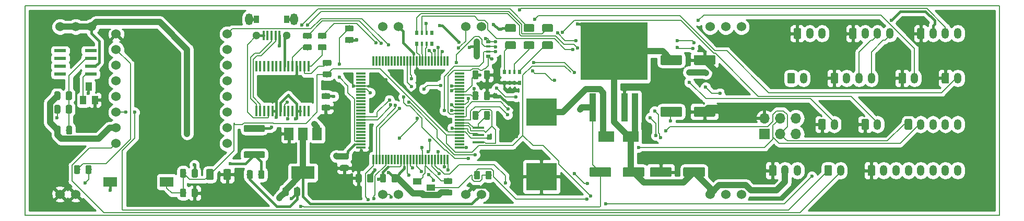
<source format=gbr>
%TF.GenerationSoftware,KiCad,Pcbnew,(5.0.2)-1*%
%TF.CreationDate,2019-04-29T20:46:59+02:00*%
%TF.ProjectId,TaggerMainboard,54616767-6572-44d6-9169-6e626f617264,rev?*%
%TF.SameCoordinates,Original*%
%TF.FileFunction,Copper,L1,Top*%
%TF.FilePolarity,Positive*%
%FSLAX46Y46*%
G04 Gerber Fmt 4.6, Leading zero omitted, Abs format (unit mm)*
G04 Created by KiCad (PCBNEW (5.0.2)-1) date 29.04.2019 20:46:59*
%MOMM*%
%LPD*%
G01*
G04 APERTURE LIST*
%ADD10C,0.150000*%
%ADD11C,0.200000*%
%ADD12C,0.975000*%
%ADD13C,1.524000*%
%ADD14O,1.200000X1.750000*%
%ADD15C,1.200000*%
%ADD16C,1.600000*%
%ADD17C,1.250000*%
%ADD18R,2.500000X1.800000*%
%ADD19C,1.125000*%
%ADD20R,0.400000X1.500000*%
%ADD21O,1.300000X1.900000*%
%ADD22C,1.300000*%
%ADD23R,0.900000X1.200000*%
%ADD24R,1.700000X1.700000*%
%ADD25O,1.700000X1.700000*%
%ADD26R,5.000000X4.500000*%
%ADD27R,1.000000X1.400000*%
%ADD28R,0.500000X0.800000*%
%ADD29R,0.400000X0.800000*%
%ADD30R,0.800000X0.500000*%
%ADD31R,0.800000X0.400000*%
%ADD32R,2.180000X1.600000*%
%ADD33R,0.350000X1.500000*%
%ADD34R,1.500000X0.350000*%
%ADD35R,1.400000X1.000000*%
%ADD36R,1.100000X4.600000*%
%ADD37R,10.800000X9.400000*%
%ADD38R,1.981200X0.508000*%
%ADD39R,3.800000X2.000000*%
%ADD40R,1.500000X2.000000*%
%ADD41R,0.450000X1.750000*%
%ADD42R,1.900000X0.400000*%
%ADD43C,0.600000*%
%ADD44C,1.000000*%
%ADD45C,0.400000*%
%ADD46C,0.254000*%
G04 APERTURE END LIST*
D10*
X30000000Y-52000000D02*
X32000000Y-52000000D01*
X30000000Y-18000000D02*
X30000000Y-52000000D01*
X32000000Y-18000000D02*
X30000000Y-18000000D01*
D11*
X188000000Y-52000000D02*
X186000000Y-52000000D01*
X188000000Y-18000000D02*
X188000000Y-52000000D01*
X186000000Y-18000000D02*
X188000000Y-18000000D01*
X186000000Y-52000000D02*
X32000000Y-52000000D01*
X32000000Y-18000000D02*
X186000000Y-18000000D01*
D10*
G36*
X99080142Y-45976174D02*
X99103803Y-45979684D01*
X99127007Y-45985496D01*
X99149529Y-45993554D01*
X99171153Y-46003782D01*
X99191670Y-46016079D01*
X99210883Y-46030329D01*
X99228607Y-46046393D01*
X99244671Y-46064117D01*
X99258921Y-46083330D01*
X99271218Y-46103847D01*
X99281446Y-46125471D01*
X99289504Y-46147993D01*
X99295316Y-46171197D01*
X99298826Y-46194858D01*
X99300000Y-46218750D01*
X99300000Y-46706250D01*
X99298826Y-46730142D01*
X99295316Y-46753803D01*
X99289504Y-46777007D01*
X99281446Y-46799529D01*
X99271218Y-46821153D01*
X99258921Y-46841670D01*
X99244671Y-46860883D01*
X99228607Y-46878607D01*
X99210883Y-46894671D01*
X99191670Y-46908921D01*
X99171153Y-46921218D01*
X99149529Y-46931446D01*
X99127007Y-46939504D01*
X99103803Y-46945316D01*
X99080142Y-46948826D01*
X99056250Y-46950000D01*
X98143750Y-46950000D01*
X98119858Y-46948826D01*
X98096197Y-46945316D01*
X98072993Y-46939504D01*
X98050471Y-46931446D01*
X98028847Y-46921218D01*
X98008330Y-46908921D01*
X97989117Y-46894671D01*
X97971393Y-46878607D01*
X97955329Y-46860883D01*
X97941079Y-46841670D01*
X97928782Y-46821153D01*
X97918554Y-46799529D01*
X97910496Y-46777007D01*
X97904684Y-46753803D01*
X97901174Y-46730142D01*
X97900000Y-46706250D01*
X97900000Y-46218750D01*
X97901174Y-46194858D01*
X97904684Y-46171197D01*
X97910496Y-46147993D01*
X97918554Y-46125471D01*
X97928782Y-46103847D01*
X97941079Y-46083330D01*
X97955329Y-46064117D01*
X97971393Y-46046393D01*
X97989117Y-46030329D01*
X98008330Y-46016079D01*
X98028847Y-46003782D01*
X98050471Y-45993554D01*
X98072993Y-45985496D01*
X98096197Y-45979684D01*
X98119858Y-45976174D01*
X98143750Y-45975000D01*
X99056250Y-45975000D01*
X99080142Y-45976174D01*
X99080142Y-45976174D01*
G37*
D12*
X98600000Y-46462500D03*
D10*
G36*
X99080142Y-47851174D02*
X99103803Y-47854684D01*
X99127007Y-47860496D01*
X99149529Y-47868554D01*
X99171153Y-47878782D01*
X99191670Y-47891079D01*
X99210883Y-47905329D01*
X99228607Y-47921393D01*
X99244671Y-47939117D01*
X99258921Y-47958330D01*
X99271218Y-47978847D01*
X99281446Y-48000471D01*
X99289504Y-48022993D01*
X99295316Y-48046197D01*
X99298826Y-48069858D01*
X99300000Y-48093750D01*
X99300000Y-48581250D01*
X99298826Y-48605142D01*
X99295316Y-48628803D01*
X99289504Y-48652007D01*
X99281446Y-48674529D01*
X99271218Y-48696153D01*
X99258921Y-48716670D01*
X99244671Y-48735883D01*
X99228607Y-48753607D01*
X99210883Y-48769671D01*
X99191670Y-48783921D01*
X99171153Y-48796218D01*
X99149529Y-48806446D01*
X99127007Y-48814504D01*
X99103803Y-48820316D01*
X99080142Y-48823826D01*
X99056250Y-48825000D01*
X98143750Y-48825000D01*
X98119858Y-48823826D01*
X98096197Y-48820316D01*
X98072993Y-48814504D01*
X98050471Y-48806446D01*
X98028847Y-48796218D01*
X98008330Y-48783921D01*
X97989117Y-48769671D01*
X97971393Y-48753607D01*
X97955329Y-48735883D01*
X97941079Y-48716670D01*
X97928782Y-48696153D01*
X97918554Y-48674529D01*
X97910496Y-48652007D01*
X97904684Y-48628803D01*
X97901174Y-48605142D01*
X97900000Y-48581250D01*
X97900000Y-48093750D01*
X97901174Y-48069858D01*
X97904684Y-48046197D01*
X97910496Y-48022993D01*
X97918554Y-48000471D01*
X97928782Y-47978847D01*
X97941079Y-47958330D01*
X97955329Y-47939117D01*
X97971393Y-47921393D01*
X97989117Y-47905329D01*
X98008330Y-47891079D01*
X98028847Y-47878782D01*
X98050471Y-47868554D01*
X98072993Y-47860496D01*
X98096197Y-47854684D01*
X98119858Y-47851174D01*
X98143750Y-47850000D01*
X99056250Y-47850000D01*
X99080142Y-47851174D01*
X99080142Y-47851174D01*
G37*
D12*
X98600000Y-48337500D03*
D13*
X101468000Y-21400000D03*
X104008000Y-21400000D03*
X141092000Y-21400000D03*
X143632000Y-21400000D03*
X146172000Y-21400000D03*
X146172000Y-48600000D03*
X143632000Y-48600000D03*
X141092000Y-48600000D03*
X104008000Y-48600000D03*
X101468000Y-48600000D03*
X38238000Y-21400000D03*
X40778000Y-21400000D03*
X38238000Y-48600000D03*
X35698000Y-21400000D03*
X88022000Y-21400000D03*
X90562000Y-48600000D03*
X35698000Y-48600000D03*
X90562000Y-21400000D03*
X88022000Y-48600000D03*
D14*
X159250000Y-22500000D03*
X157250000Y-22500000D03*
D10*
G36*
X155624505Y-21626204D02*
X155648773Y-21629804D01*
X155672572Y-21635765D01*
X155695671Y-21644030D01*
X155717850Y-21654520D01*
X155738893Y-21667132D01*
X155758599Y-21681747D01*
X155776777Y-21698223D01*
X155793253Y-21716401D01*
X155807868Y-21736107D01*
X155820480Y-21757150D01*
X155830970Y-21779329D01*
X155839235Y-21802428D01*
X155845196Y-21826227D01*
X155848796Y-21850495D01*
X155850000Y-21874999D01*
X155850000Y-23125001D01*
X155848796Y-23149505D01*
X155845196Y-23173773D01*
X155839235Y-23197572D01*
X155830970Y-23220671D01*
X155820480Y-23242850D01*
X155807868Y-23263893D01*
X155793253Y-23283599D01*
X155776777Y-23301777D01*
X155758599Y-23318253D01*
X155738893Y-23332868D01*
X155717850Y-23345480D01*
X155695671Y-23355970D01*
X155672572Y-23364235D01*
X155648773Y-23370196D01*
X155624505Y-23373796D01*
X155600001Y-23375000D01*
X154899999Y-23375000D01*
X154875495Y-23373796D01*
X154851227Y-23370196D01*
X154827428Y-23364235D01*
X154804329Y-23355970D01*
X154782150Y-23345480D01*
X154761107Y-23332868D01*
X154741401Y-23318253D01*
X154723223Y-23301777D01*
X154706747Y-23283599D01*
X154692132Y-23263893D01*
X154679520Y-23242850D01*
X154669030Y-23220671D01*
X154660765Y-23197572D01*
X154654804Y-23173773D01*
X154651204Y-23149505D01*
X154650000Y-23125001D01*
X154650000Y-21874999D01*
X154651204Y-21850495D01*
X154654804Y-21826227D01*
X154660765Y-21802428D01*
X154669030Y-21779329D01*
X154679520Y-21757150D01*
X154692132Y-21736107D01*
X154706747Y-21716401D01*
X154723223Y-21698223D01*
X154741401Y-21681747D01*
X154761107Y-21667132D01*
X154782150Y-21654520D01*
X154804329Y-21644030D01*
X154827428Y-21635765D01*
X154851227Y-21629804D01*
X154875495Y-21626204D01*
X154899999Y-21625000D01*
X155600001Y-21625000D01*
X155624505Y-21626204D01*
X155624505Y-21626204D01*
G37*
D15*
X155250000Y-22500000D03*
D10*
G36*
X82280142Y-43851174D02*
X82303803Y-43854684D01*
X82327007Y-43860496D01*
X82349529Y-43868554D01*
X82371153Y-43878782D01*
X82391670Y-43891079D01*
X82410883Y-43905329D01*
X82428607Y-43921393D01*
X82444671Y-43939117D01*
X82458921Y-43958330D01*
X82471218Y-43978847D01*
X82481446Y-44000471D01*
X82489504Y-44022993D01*
X82495316Y-44046197D01*
X82498826Y-44069858D01*
X82500000Y-44093750D01*
X82500000Y-44581250D01*
X82498826Y-44605142D01*
X82495316Y-44628803D01*
X82489504Y-44652007D01*
X82481446Y-44674529D01*
X82471218Y-44696153D01*
X82458921Y-44716670D01*
X82444671Y-44735883D01*
X82428607Y-44753607D01*
X82410883Y-44769671D01*
X82391670Y-44783921D01*
X82371153Y-44796218D01*
X82349529Y-44806446D01*
X82327007Y-44814504D01*
X82303803Y-44820316D01*
X82280142Y-44823826D01*
X82256250Y-44825000D01*
X81343750Y-44825000D01*
X81319858Y-44823826D01*
X81296197Y-44820316D01*
X81272993Y-44814504D01*
X81250471Y-44806446D01*
X81228847Y-44796218D01*
X81208330Y-44783921D01*
X81189117Y-44769671D01*
X81171393Y-44753607D01*
X81155329Y-44735883D01*
X81141079Y-44716670D01*
X81128782Y-44696153D01*
X81118554Y-44674529D01*
X81110496Y-44652007D01*
X81104684Y-44628803D01*
X81101174Y-44605142D01*
X81100000Y-44581250D01*
X81100000Y-44093750D01*
X81101174Y-44069858D01*
X81104684Y-44046197D01*
X81110496Y-44022993D01*
X81118554Y-44000471D01*
X81128782Y-43978847D01*
X81141079Y-43958330D01*
X81155329Y-43939117D01*
X81171393Y-43921393D01*
X81189117Y-43905329D01*
X81208330Y-43891079D01*
X81228847Y-43878782D01*
X81250471Y-43868554D01*
X81272993Y-43860496D01*
X81296197Y-43854684D01*
X81319858Y-43851174D01*
X81343750Y-43850000D01*
X82256250Y-43850000D01*
X82280142Y-43851174D01*
X82280142Y-43851174D01*
G37*
D12*
X81800000Y-44337500D03*
D10*
G36*
X82280142Y-41976174D02*
X82303803Y-41979684D01*
X82327007Y-41985496D01*
X82349529Y-41993554D01*
X82371153Y-42003782D01*
X82391670Y-42016079D01*
X82410883Y-42030329D01*
X82428607Y-42046393D01*
X82444671Y-42064117D01*
X82458921Y-42083330D01*
X82471218Y-42103847D01*
X82481446Y-42125471D01*
X82489504Y-42147993D01*
X82495316Y-42171197D01*
X82498826Y-42194858D01*
X82500000Y-42218750D01*
X82500000Y-42706250D01*
X82498826Y-42730142D01*
X82495316Y-42753803D01*
X82489504Y-42777007D01*
X82481446Y-42799529D01*
X82471218Y-42821153D01*
X82458921Y-42841670D01*
X82444671Y-42860883D01*
X82428607Y-42878607D01*
X82410883Y-42894671D01*
X82391670Y-42908921D01*
X82371153Y-42921218D01*
X82349529Y-42931446D01*
X82327007Y-42939504D01*
X82303803Y-42945316D01*
X82280142Y-42948826D01*
X82256250Y-42950000D01*
X81343750Y-42950000D01*
X81319858Y-42948826D01*
X81296197Y-42945316D01*
X81272993Y-42939504D01*
X81250471Y-42931446D01*
X81228847Y-42921218D01*
X81208330Y-42908921D01*
X81189117Y-42894671D01*
X81171393Y-42878607D01*
X81155329Y-42860883D01*
X81141079Y-42841670D01*
X81128782Y-42821153D01*
X81118554Y-42799529D01*
X81110496Y-42777007D01*
X81104684Y-42753803D01*
X81101174Y-42730142D01*
X81100000Y-42706250D01*
X81100000Y-42218750D01*
X81101174Y-42194858D01*
X81104684Y-42171197D01*
X81110496Y-42147993D01*
X81118554Y-42125471D01*
X81128782Y-42103847D01*
X81141079Y-42083330D01*
X81155329Y-42064117D01*
X81171393Y-42046393D01*
X81189117Y-42030329D01*
X81208330Y-42016079D01*
X81228847Y-42003782D01*
X81250471Y-41993554D01*
X81272993Y-41985496D01*
X81296197Y-41979684D01*
X81319858Y-41976174D01*
X81343750Y-41975000D01*
X82256250Y-41975000D01*
X82280142Y-41976174D01*
X82280142Y-41976174D01*
G37*
D12*
X81800000Y-42462500D03*
D10*
G36*
X86267642Y-45301174D02*
X86291303Y-45304684D01*
X86314507Y-45310496D01*
X86337029Y-45318554D01*
X86358653Y-45328782D01*
X86379170Y-45341079D01*
X86398383Y-45355329D01*
X86416107Y-45371393D01*
X86432171Y-45389117D01*
X86446421Y-45408330D01*
X86458718Y-45428847D01*
X86468946Y-45450471D01*
X86477004Y-45472993D01*
X86482816Y-45496197D01*
X86486326Y-45519858D01*
X86487500Y-45543750D01*
X86487500Y-46456250D01*
X86486326Y-46480142D01*
X86482816Y-46503803D01*
X86477004Y-46527007D01*
X86468946Y-46549529D01*
X86458718Y-46571153D01*
X86446421Y-46591670D01*
X86432171Y-46610883D01*
X86416107Y-46628607D01*
X86398383Y-46644671D01*
X86379170Y-46658921D01*
X86358653Y-46671218D01*
X86337029Y-46681446D01*
X86314507Y-46689504D01*
X86291303Y-46695316D01*
X86267642Y-46698826D01*
X86243750Y-46700000D01*
X85756250Y-46700000D01*
X85732358Y-46698826D01*
X85708697Y-46695316D01*
X85685493Y-46689504D01*
X85662971Y-46681446D01*
X85641347Y-46671218D01*
X85620830Y-46658921D01*
X85601617Y-46644671D01*
X85583893Y-46628607D01*
X85567829Y-46610883D01*
X85553579Y-46591670D01*
X85541282Y-46571153D01*
X85531054Y-46549529D01*
X85522996Y-46527007D01*
X85517184Y-46503803D01*
X85513674Y-46480142D01*
X85512500Y-46456250D01*
X85512500Y-45543750D01*
X85513674Y-45519858D01*
X85517184Y-45496197D01*
X85522996Y-45472993D01*
X85531054Y-45450471D01*
X85541282Y-45428847D01*
X85553579Y-45408330D01*
X85567829Y-45389117D01*
X85583893Y-45371393D01*
X85601617Y-45355329D01*
X85620830Y-45341079D01*
X85641347Y-45328782D01*
X85662971Y-45318554D01*
X85685493Y-45310496D01*
X85708697Y-45304684D01*
X85732358Y-45301174D01*
X85756250Y-45300000D01*
X86243750Y-45300000D01*
X86267642Y-45301174D01*
X86267642Y-45301174D01*
G37*
D12*
X86000000Y-46000000D03*
D10*
G36*
X84392642Y-45301174D02*
X84416303Y-45304684D01*
X84439507Y-45310496D01*
X84462029Y-45318554D01*
X84483653Y-45328782D01*
X84504170Y-45341079D01*
X84523383Y-45355329D01*
X84541107Y-45371393D01*
X84557171Y-45389117D01*
X84571421Y-45408330D01*
X84583718Y-45428847D01*
X84593946Y-45450471D01*
X84602004Y-45472993D01*
X84607816Y-45496197D01*
X84611326Y-45519858D01*
X84612500Y-45543750D01*
X84612500Y-46456250D01*
X84611326Y-46480142D01*
X84607816Y-46503803D01*
X84602004Y-46527007D01*
X84593946Y-46549529D01*
X84583718Y-46571153D01*
X84571421Y-46591670D01*
X84557171Y-46610883D01*
X84541107Y-46628607D01*
X84523383Y-46644671D01*
X84504170Y-46658921D01*
X84483653Y-46671218D01*
X84462029Y-46681446D01*
X84439507Y-46689504D01*
X84416303Y-46695316D01*
X84392642Y-46698826D01*
X84368750Y-46700000D01*
X83881250Y-46700000D01*
X83857358Y-46698826D01*
X83833697Y-46695316D01*
X83810493Y-46689504D01*
X83787971Y-46681446D01*
X83766347Y-46671218D01*
X83745830Y-46658921D01*
X83726617Y-46644671D01*
X83708893Y-46628607D01*
X83692829Y-46610883D01*
X83678579Y-46591670D01*
X83666282Y-46571153D01*
X83656054Y-46549529D01*
X83647996Y-46527007D01*
X83642184Y-46503803D01*
X83638674Y-46480142D01*
X83637500Y-46456250D01*
X83637500Y-45543750D01*
X83638674Y-45519858D01*
X83642184Y-45496197D01*
X83647996Y-45472993D01*
X83656054Y-45450471D01*
X83666282Y-45428847D01*
X83678579Y-45408330D01*
X83692829Y-45389117D01*
X83708893Y-45371393D01*
X83726617Y-45355329D01*
X83745830Y-45341079D01*
X83766347Y-45328782D01*
X83787971Y-45318554D01*
X83810493Y-45310496D01*
X83833697Y-45304684D01*
X83857358Y-45301174D01*
X83881250Y-45300000D01*
X84368750Y-45300000D01*
X84392642Y-45301174D01*
X84392642Y-45301174D01*
G37*
D12*
X84125000Y-46000000D03*
D10*
G36*
X83080142Y-23051174D02*
X83103803Y-23054684D01*
X83127007Y-23060496D01*
X83149529Y-23068554D01*
X83171153Y-23078782D01*
X83191670Y-23091079D01*
X83210883Y-23105329D01*
X83228607Y-23121393D01*
X83244671Y-23139117D01*
X83258921Y-23158330D01*
X83271218Y-23178847D01*
X83281446Y-23200471D01*
X83289504Y-23222993D01*
X83295316Y-23246197D01*
X83298826Y-23269858D01*
X83300000Y-23293750D01*
X83300000Y-23781250D01*
X83298826Y-23805142D01*
X83295316Y-23828803D01*
X83289504Y-23852007D01*
X83281446Y-23874529D01*
X83271218Y-23896153D01*
X83258921Y-23916670D01*
X83244671Y-23935883D01*
X83228607Y-23953607D01*
X83210883Y-23969671D01*
X83191670Y-23983921D01*
X83171153Y-23996218D01*
X83149529Y-24006446D01*
X83127007Y-24014504D01*
X83103803Y-24020316D01*
X83080142Y-24023826D01*
X83056250Y-24025000D01*
X82143750Y-24025000D01*
X82119858Y-24023826D01*
X82096197Y-24020316D01*
X82072993Y-24014504D01*
X82050471Y-24006446D01*
X82028847Y-23996218D01*
X82008330Y-23983921D01*
X81989117Y-23969671D01*
X81971393Y-23953607D01*
X81955329Y-23935883D01*
X81941079Y-23916670D01*
X81928782Y-23896153D01*
X81918554Y-23874529D01*
X81910496Y-23852007D01*
X81904684Y-23828803D01*
X81901174Y-23805142D01*
X81900000Y-23781250D01*
X81900000Y-23293750D01*
X81901174Y-23269858D01*
X81904684Y-23246197D01*
X81910496Y-23222993D01*
X81918554Y-23200471D01*
X81928782Y-23178847D01*
X81941079Y-23158330D01*
X81955329Y-23139117D01*
X81971393Y-23121393D01*
X81989117Y-23105329D01*
X82008330Y-23091079D01*
X82028847Y-23078782D01*
X82050471Y-23068554D01*
X82072993Y-23060496D01*
X82096197Y-23054684D01*
X82119858Y-23051174D01*
X82143750Y-23050000D01*
X83056250Y-23050000D01*
X83080142Y-23051174D01*
X83080142Y-23051174D01*
G37*
D12*
X82600000Y-23537500D03*
D10*
G36*
X83080142Y-21176174D02*
X83103803Y-21179684D01*
X83127007Y-21185496D01*
X83149529Y-21193554D01*
X83171153Y-21203782D01*
X83191670Y-21216079D01*
X83210883Y-21230329D01*
X83228607Y-21246393D01*
X83244671Y-21264117D01*
X83258921Y-21283330D01*
X83271218Y-21303847D01*
X83281446Y-21325471D01*
X83289504Y-21347993D01*
X83295316Y-21371197D01*
X83298826Y-21394858D01*
X83300000Y-21418750D01*
X83300000Y-21906250D01*
X83298826Y-21930142D01*
X83295316Y-21953803D01*
X83289504Y-21977007D01*
X83281446Y-21999529D01*
X83271218Y-22021153D01*
X83258921Y-22041670D01*
X83244671Y-22060883D01*
X83228607Y-22078607D01*
X83210883Y-22094671D01*
X83191670Y-22108921D01*
X83171153Y-22121218D01*
X83149529Y-22131446D01*
X83127007Y-22139504D01*
X83103803Y-22145316D01*
X83080142Y-22148826D01*
X83056250Y-22150000D01*
X82143750Y-22150000D01*
X82119858Y-22148826D01*
X82096197Y-22145316D01*
X82072993Y-22139504D01*
X82050471Y-22131446D01*
X82028847Y-22121218D01*
X82008330Y-22108921D01*
X81989117Y-22094671D01*
X81971393Y-22078607D01*
X81955329Y-22060883D01*
X81941079Y-22041670D01*
X81928782Y-22021153D01*
X81918554Y-21999529D01*
X81910496Y-21977007D01*
X81904684Y-21953803D01*
X81901174Y-21930142D01*
X81900000Y-21906250D01*
X81900000Y-21418750D01*
X81901174Y-21394858D01*
X81904684Y-21371197D01*
X81910496Y-21347993D01*
X81918554Y-21325471D01*
X81928782Y-21303847D01*
X81941079Y-21283330D01*
X81955329Y-21264117D01*
X81971393Y-21246393D01*
X81989117Y-21230329D01*
X82008330Y-21216079D01*
X82028847Y-21203782D01*
X82050471Y-21193554D01*
X82072993Y-21185496D01*
X82096197Y-21179684D01*
X82119858Y-21176174D01*
X82143750Y-21175000D01*
X83056250Y-21175000D01*
X83080142Y-21176174D01*
X83080142Y-21176174D01*
G37*
D12*
X82600000Y-21662500D03*
D10*
G36*
X88330142Y-45301174D02*
X88353803Y-45304684D01*
X88377007Y-45310496D01*
X88399529Y-45318554D01*
X88421153Y-45328782D01*
X88441670Y-45341079D01*
X88460883Y-45355329D01*
X88478607Y-45371393D01*
X88494671Y-45389117D01*
X88508921Y-45408330D01*
X88521218Y-45428847D01*
X88531446Y-45450471D01*
X88539504Y-45472993D01*
X88545316Y-45496197D01*
X88548826Y-45519858D01*
X88550000Y-45543750D01*
X88550000Y-46456250D01*
X88548826Y-46480142D01*
X88545316Y-46503803D01*
X88539504Y-46527007D01*
X88531446Y-46549529D01*
X88521218Y-46571153D01*
X88508921Y-46591670D01*
X88494671Y-46610883D01*
X88478607Y-46628607D01*
X88460883Y-46644671D01*
X88441670Y-46658921D01*
X88421153Y-46671218D01*
X88399529Y-46681446D01*
X88377007Y-46689504D01*
X88353803Y-46695316D01*
X88330142Y-46698826D01*
X88306250Y-46700000D01*
X87818750Y-46700000D01*
X87794858Y-46698826D01*
X87771197Y-46695316D01*
X87747993Y-46689504D01*
X87725471Y-46681446D01*
X87703847Y-46671218D01*
X87683330Y-46658921D01*
X87664117Y-46644671D01*
X87646393Y-46628607D01*
X87630329Y-46610883D01*
X87616079Y-46591670D01*
X87603782Y-46571153D01*
X87593554Y-46549529D01*
X87585496Y-46527007D01*
X87579684Y-46503803D01*
X87576174Y-46480142D01*
X87575000Y-46456250D01*
X87575000Y-45543750D01*
X87576174Y-45519858D01*
X87579684Y-45496197D01*
X87585496Y-45472993D01*
X87593554Y-45450471D01*
X87603782Y-45428847D01*
X87616079Y-45408330D01*
X87630329Y-45389117D01*
X87646393Y-45371393D01*
X87664117Y-45355329D01*
X87683330Y-45341079D01*
X87703847Y-45328782D01*
X87725471Y-45318554D01*
X87747993Y-45310496D01*
X87771197Y-45304684D01*
X87794858Y-45301174D01*
X87818750Y-45300000D01*
X88306250Y-45300000D01*
X88330142Y-45301174D01*
X88330142Y-45301174D01*
G37*
D12*
X88062500Y-46000000D03*
D10*
G36*
X90205142Y-45301174D02*
X90228803Y-45304684D01*
X90252007Y-45310496D01*
X90274529Y-45318554D01*
X90296153Y-45328782D01*
X90316670Y-45341079D01*
X90335883Y-45355329D01*
X90353607Y-45371393D01*
X90369671Y-45389117D01*
X90383921Y-45408330D01*
X90396218Y-45428847D01*
X90406446Y-45450471D01*
X90414504Y-45472993D01*
X90420316Y-45496197D01*
X90423826Y-45519858D01*
X90425000Y-45543750D01*
X90425000Y-46456250D01*
X90423826Y-46480142D01*
X90420316Y-46503803D01*
X90414504Y-46527007D01*
X90406446Y-46549529D01*
X90396218Y-46571153D01*
X90383921Y-46591670D01*
X90369671Y-46610883D01*
X90353607Y-46628607D01*
X90335883Y-46644671D01*
X90316670Y-46658921D01*
X90296153Y-46671218D01*
X90274529Y-46681446D01*
X90252007Y-46689504D01*
X90228803Y-46695316D01*
X90205142Y-46698826D01*
X90181250Y-46700000D01*
X89693750Y-46700000D01*
X89669858Y-46698826D01*
X89646197Y-46695316D01*
X89622993Y-46689504D01*
X89600471Y-46681446D01*
X89578847Y-46671218D01*
X89558330Y-46658921D01*
X89539117Y-46644671D01*
X89521393Y-46628607D01*
X89505329Y-46610883D01*
X89491079Y-46591670D01*
X89478782Y-46571153D01*
X89468554Y-46549529D01*
X89460496Y-46527007D01*
X89454684Y-46503803D01*
X89451174Y-46480142D01*
X89450000Y-46456250D01*
X89450000Y-45543750D01*
X89451174Y-45519858D01*
X89454684Y-45496197D01*
X89460496Y-45472993D01*
X89468554Y-45450471D01*
X89478782Y-45428847D01*
X89491079Y-45408330D01*
X89505329Y-45389117D01*
X89521393Y-45371393D01*
X89539117Y-45355329D01*
X89558330Y-45341079D01*
X89578847Y-45328782D01*
X89600471Y-45318554D01*
X89622993Y-45310496D01*
X89646197Y-45304684D01*
X89669858Y-45301174D01*
X89693750Y-45300000D01*
X90181250Y-45300000D01*
X90205142Y-45301174D01*
X90205142Y-45301174D01*
G37*
D12*
X89937500Y-46000000D03*
D10*
G36*
X124824504Y-44201204D02*
X124848773Y-44204804D01*
X124872571Y-44210765D01*
X124895671Y-44219030D01*
X124917849Y-44229520D01*
X124938893Y-44242133D01*
X124958598Y-44256747D01*
X124976777Y-44273223D01*
X124993253Y-44291402D01*
X125007867Y-44311107D01*
X125020480Y-44332151D01*
X125030970Y-44354329D01*
X125039235Y-44377429D01*
X125045196Y-44401227D01*
X125048796Y-44425496D01*
X125050000Y-44450000D01*
X125050000Y-45550000D01*
X125048796Y-45574504D01*
X125045196Y-45598773D01*
X125039235Y-45622571D01*
X125030970Y-45645671D01*
X125020480Y-45667849D01*
X125007867Y-45688893D01*
X124993253Y-45708598D01*
X124976777Y-45726777D01*
X124958598Y-45743253D01*
X124938893Y-45757867D01*
X124917849Y-45770480D01*
X124895671Y-45780970D01*
X124872571Y-45789235D01*
X124848773Y-45795196D01*
X124824504Y-45798796D01*
X124800000Y-45800000D01*
X121800000Y-45800000D01*
X121775496Y-45798796D01*
X121751227Y-45795196D01*
X121727429Y-45789235D01*
X121704329Y-45780970D01*
X121682151Y-45770480D01*
X121661107Y-45757867D01*
X121641402Y-45743253D01*
X121623223Y-45726777D01*
X121606747Y-45708598D01*
X121592133Y-45688893D01*
X121579520Y-45667849D01*
X121569030Y-45645671D01*
X121560765Y-45622571D01*
X121554804Y-45598773D01*
X121551204Y-45574504D01*
X121550000Y-45550000D01*
X121550000Y-44450000D01*
X121551204Y-44425496D01*
X121554804Y-44401227D01*
X121560765Y-44377429D01*
X121569030Y-44354329D01*
X121579520Y-44332151D01*
X121592133Y-44311107D01*
X121606747Y-44291402D01*
X121623223Y-44273223D01*
X121641402Y-44256747D01*
X121661107Y-44242133D01*
X121682151Y-44229520D01*
X121704329Y-44219030D01*
X121727429Y-44210765D01*
X121751227Y-44204804D01*
X121775496Y-44201204D01*
X121800000Y-44200000D01*
X124800000Y-44200000D01*
X124824504Y-44201204D01*
X124824504Y-44201204D01*
G37*
D16*
X123300000Y-45000000D03*
D10*
G36*
X130224504Y-44201204D02*
X130248773Y-44204804D01*
X130272571Y-44210765D01*
X130295671Y-44219030D01*
X130317849Y-44229520D01*
X130338893Y-44242133D01*
X130358598Y-44256747D01*
X130376777Y-44273223D01*
X130393253Y-44291402D01*
X130407867Y-44311107D01*
X130420480Y-44332151D01*
X130430970Y-44354329D01*
X130439235Y-44377429D01*
X130445196Y-44401227D01*
X130448796Y-44425496D01*
X130450000Y-44450000D01*
X130450000Y-45550000D01*
X130448796Y-45574504D01*
X130445196Y-45598773D01*
X130439235Y-45622571D01*
X130430970Y-45645671D01*
X130420480Y-45667849D01*
X130407867Y-45688893D01*
X130393253Y-45708598D01*
X130376777Y-45726777D01*
X130358598Y-45743253D01*
X130338893Y-45757867D01*
X130317849Y-45770480D01*
X130295671Y-45780970D01*
X130272571Y-45789235D01*
X130248773Y-45795196D01*
X130224504Y-45798796D01*
X130200000Y-45800000D01*
X127200000Y-45800000D01*
X127175496Y-45798796D01*
X127151227Y-45795196D01*
X127127429Y-45789235D01*
X127104329Y-45780970D01*
X127082151Y-45770480D01*
X127061107Y-45757867D01*
X127041402Y-45743253D01*
X127023223Y-45726777D01*
X127006747Y-45708598D01*
X126992133Y-45688893D01*
X126979520Y-45667849D01*
X126969030Y-45645671D01*
X126960765Y-45622571D01*
X126954804Y-45598773D01*
X126951204Y-45574504D01*
X126950000Y-45550000D01*
X126950000Y-44450000D01*
X126951204Y-44425496D01*
X126954804Y-44401227D01*
X126960765Y-44377429D01*
X126969030Y-44354329D01*
X126979520Y-44332151D01*
X126992133Y-44311107D01*
X127006747Y-44291402D01*
X127023223Y-44273223D01*
X127041402Y-44256747D01*
X127061107Y-44242133D01*
X127082151Y-44229520D01*
X127104329Y-44219030D01*
X127127429Y-44210765D01*
X127151227Y-44204804D01*
X127175496Y-44201204D01*
X127200000Y-44200000D01*
X130200000Y-44200000D01*
X130224504Y-44201204D01*
X130224504Y-44201204D01*
G37*
D16*
X128700000Y-45000000D03*
D10*
G36*
X35530142Y-31901174D02*
X35553803Y-31904684D01*
X35577007Y-31910496D01*
X35599529Y-31918554D01*
X35621153Y-31928782D01*
X35641670Y-31941079D01*
X35660883Y-31955329D01*
X35678607Y-31971393D01*
X35694671Y-31989117D01*
X35708921Y-32008330D01*
X35721218Y-32028847D01*
X35731446Y-32050471D01*
X35739504Y-32072993D01*
X35745316Y-32096197D01*
X35748826Y-32119858D01*
X35750000Y-32143750D01*
X35750000Y-33056250D01*
X35748826Y-33080142D01*
X35745316Y-33103803D01*
X35739504Y-33127007D01*
X35731446Y-33149529D01*
X35721218Y-33171153D01*
X35708921Y-33191670D01*
X35694671Y-33210883D01*
X35678607Y-33228607D01*
X35660883Y-33244671D01*
X35641670Y-33258921D01*
X35621153Y-33271218D01*
X35599529Y-33281446D01*
X35577007Y-33289504D01*
X35553803Y-33295316D01*
X35530142Y-33298826D01*
X35506250Y-33300000D01*
X35018750Y-33300000D01*
X34994858Y-33298826D01*
X34971197Y-33295316D01*
X34947993Y-33289504D01*
X34925471Y-33281446D01*
X34903847Y-33271218D01*
X34883330Y-33258921D01*
X34864117Y-33244671D01*
X34846393Y-33228607D01*
X34830329Y-33210883D01*
X34816079Y-33191670D01*
X34803782Y-33171153D01*
X34793554Y-33149529D01*
X34785496Y-33127007D01*
X34779684Y-33103803D01*
X34776174Y-33080142D01*
X34775000Y-33056250D01*
X34775000Y-32143750D01*
X34776174Y-32119858D01*
X34779684Y-32096197D01*
X34785496Y-32072993D01*
X34793554Y-32050471D01*
X34803782Y-32028847D01*
X34816079Y-32008330D01*
X34830329Y-31989117D01*
X34846393Y-31971393D01*
X34864117Y-31955329D01*
X34883330Y-31941079D01*
X34903847Y-31928782D01*
X34925471Y-31918554D01*
X34947993Y-31910496D01*
X34971197Y-31904684D01*
X34994858Y-31901174D01*
X35018750Y-31900000D01*
X35506250Y-31900000D01*
X35530142Y-31901174D01*
X35530142Y-31901174D01*
G37*
D12*
X35262500Y-32600000D03*
D10*
G36*
X37405142Y-31901174D02*
X37428803Y-31904684D01*
X37452007Y-31910496D01*
X37474529Y-31918554D01*
X37496153Y-31928782D01*
X37516670Y-31941079D01*
X37535883Y-31955329D01*
X37553607Y-31971393D01*
X37569671Y-31989117D01*
X37583921Y-32008330D01*
X37596218Y-32028847D01*
X37606446Y-32050471D01*
X37614504Y-32072993D01*
X37620316Y-32096197D01*
X37623826Y-32119858D01*
X37625000Y-32143750D01*
X37625000Y-33056250D01*
X37623826Y-33080142D01*
X37620316Y-33103803D01*
X37614504Y-33127007D01*
X37606446Y-33149529D01*
X37596218Y-33171153D01*
X37583921Y-33191670D01*
X37569671Y-33210883D01*
X37553607Y-33228607D01*
X37535883Y-33244671D01*
X37516670Y-33258921D01*
X37496153Y-33271218D01*
X37474529Y-33281446D01*
X37452007Y-33289504D01*
X37428803Y-33295316D01*
X37405142Y-33298826D01*
X37381250Y-33300000D01*
X36893750Y-33300000D01*
X36869858Y-33298826D01*
X36846197Y-33295316D01*
X36822993Y-33289504D01*
X36800471Y-33281446D01*
X36778847Y-33271218D01*
X36758330Y-33258921D01*
X36739117Y-33244671D01*
X36721393Y-33228607D01*
X36705329Y-33210883D01*
X36691079Y-33191670D01*
X36678782Y-33171153D01*
X36668554Y-33149529D01*
X36660496Y-33127007D01*
X36654684Y-33103803D01*
X36651174Y-33080142D01*
X36650000Y-33056250D01*
X36650000Y-32143750D01*
X36651174Y-32119858D01*
X36654684Y-32096197D01*
X36660496Y-32072993D01*
X36668554Y-32050471D01*
X36678782Y-32028847D01*
X36691079Y-32008330D01*
X36705329Y-31989117D01*
X36721393Y-31971393D01*
X36739117Y-31955329D01*
X36758330Y-31941079D01*
X36778847Y-31928782D01*
X36800471Y-31918554D01*
X36822993Y-31910496D01*
X36846197Y-31904684D01*
X36869858Y-31901174D01*
X36893750Y-31900000D01*
X37381250Y-31900000D01*
X37405142Y-31901174D01*
X37405142Y-31901174D01*
G37*
D12*
X37137500Y-32600000D03*
D10*
G36*
X55930142Y-44501174D02*
X55953803Y-44504684D01*
X55977007Y-44510496D01*
X55999529Y-44518554D01*
X56021153Y-44528782D01*
X56041670Y-44541079D01*
X56060883Y-44555329D01*
X56078607Y-44571393D01*
X56094671Y-44589117D01*
X56108921Y-44608330D01*
X56121218Y-44628847D01*
X56131446Y-44650471D01*
X56139504Y-44672993D01*
X56145316Y-44696197D01*
X56148826Y-44719858D01*
X56150000Y-44743750D01*
X56150000Y-45656250D01*
X56148826Y-45680142D01*
X56145316Y-45703803D01*
X56139504Y-45727007D01*
X56131446Y-45749529D01*
X56121218Y-45771153D01*
X56108921Y-45791670D01*
X56094671Y-45810883D01*
X56078607Y-45828607D01*
X56060883Y-45844671D01*
X56041670Y-45858921D01*
X56021153Y-45871218D01*
X55999529Y-45881446D01*
X55977007Y-45889504D01*
X55953803Y-45895316D01*
X55930142Y-45898826D01*
X55906250Y-45900000D01*
X55418750Y-45900000D01*
X55394858Y-45898826D01*
X55371197Y-45895316D01*
X55347993Y-45889504D01*
X55325471Y-45881446D01*
X55303847Y-45871218D01*
X55283330Y-45858921D01*
X55264117Y-45844671D01*
X55246393Y-45828607D01*
X55230329Y-45810883D01*
X55216079Y-45791670D01*
X55203782Y-45771153D01*
X55193554Y-45749529D01*
X55185496Y-45727007D01*
X55179684Y-45703803D01*
X55176174Y-45680142D01*
X55175000Y-45656250D01*
X55175000Y-44743750D01*
X55176174Y-44719858D01*
X55179684Y-44696197D01*
X55185496Y-44672993D01*
X55193554Y-44650471D01*
X55203782Y-44628847D01*
X55216079Y-44608330D01*
X55230329Y-44589117D01*
X55246393Y-44571393D01*
X55264117Y-44555329D01*
X55283330Y-44541079D01*
X55303847Y-44528782D01*
X55325471Y-44518554D01*
X55347993Y-44510496D01*
X55371197Y-44504684D01*
X55394858Y-44501174D01*
X55418750Y-44500000D01*
X55906250Y-44500000D01*
X55930142Y-44501174D01*
X55930142Y-44501174D01*
G37*
D12*
X55662500Y-45200000D03*
D10*
G36*
X57805142Y-44501174D02*
X57828803Y-44504684D01*
X57852007Y-44510496D01*
X57874529Y-44518554D01*
X57896153Y-44528782D01*
X57916670Y-44541079D01*
X57935883Y-44555329D01*
X57953607Y-44571393D01*
X57969671Y-44589117D01*
X57983921Y-44608330D01*
X57996218Y-44628847D01*
X58006446Y-44650471D01*
X58014504Y-44672993D01*
X58020316Y-44696197D01*
X58023826Y-44719858D01*
X58025000Y-44743750D01*
X58025000Y-45656250D01*
X58023826Y-45680142D01*
X58020316Y-45703803D01*
X58014504Y-45727007D01*
X58006446Y-45749529D01*
X57996218Y-45771153D01*
X57983921Y-45791670D01*
X57969671Y-45810883D01*
X57953607Y-45828607D01*
X57935883Y-45844671D01*
X57916670Y-45858921D01*
X57896153Y-45871218D01*
X57874529Y-45881446D01*
X57852007Y-45889504D01*
X57828803Y-45895316D01*
X57805142Y-45898826D01*
X57781250Y-45900000D01*
X57293750Y-45900000D01*
X57269858Y-45898826D01*
X57246197Y-45895316D01*
X57222993Y-45889504D01*
X57200471Y-45881446D01*
X57178847Y-45871218D01*
X57158330Y-45858921D01*
X57139117Y-45844671D01*
X57121393Y-45828607D01*
X57105329Y-45810883D01*
X57091079Y-45791670D01*
X57078782Y-45771153D01*
X57068554Y-45749529D01*
X57060496Y-45727007D01*
X57054684Y-45703803D01*
X57051174Y-45680142D01*
X57050000Y-45656250D01*
X57050000Y-44743750D01*
X57051174Y-44719858D01*
X57054684Y-44696197D01*
X57060496Y-44672993D01*
X57068554Y-44650471D01*
X57078782Y-44628847D01*
X57091079Y-44608330D01*
X57105329Y-44589117D01*
X57121393Y-44571393D01*
X57139117Y-44555329D01*
X57158330Y-44541079D01*
X57178847Y-44528782D01*
X57200471Y-44518554D01*
X57222993Y-44510496D01*
X57246197Y-44504684D01*
X57269858Y-44501174D01*
X57293750Y-44500000D01*
X57781250Y-44500000D01*
X57805142Y-44501174D01*
X57805142Y-44501174D01*
G37*
D12*
X57537500Y-45200000D03*
D10*
G36*
X140024504Y-44201204D02*
X140048773Y-44204804D01*
X140072571Y-44210765D01*
X140095671Y-44219030D01*
X140117849Y-44229520D01*
X140138893Y-44242133D01*
X140158598Y-44256747D01*
X140176777Y-44273223D01*
X140193253Y-44291402D01*
X140207867Y-44311107D01*
X140220480Y-44332151D01*
X140230970Y-44354329D01*
X140239235Y-44377429D01*
X140245196Y-44401227D01*
X140248796Y-44425496D01*
X140250000Y-44450000D01*
X140250000Y-45550000D01*
X140248796Y-45574504D01*
X140245196Y-45598773D01*
X140239235Y-45622571D01*
X140230970Y-45645671D01*
X140220480Y-45667849D01*
X140207867Y-45688893D01*
X140193253Y-45708598D01*
X140176777Y-45726777D01*
X140158598Y-45743253D01*
X140138893Y-45757867D01*
X140117849Y-45770480D01*
X140095671Y-45780970D01*
X140072571Y-45789235D01*
X140048773Y-45795196D01*
X140024504Y-45798796D01*
X140000000Y-45800000D01*
X137000000Y-45800000D01*
X136975496Y-45798796D01*
X136951227Y-45795196D01*
X136927429Y-45789235D01*
X136904329Y-45780970D01*
X136882151Y-45770480D01*
X136861107Y-45757867D01*
X136841402Y-45743253D01*
X136823223Y-45726777D01*
X136806747Y-45708598D01*
X136792133Y-45688893D01*
X136779520Y-45667849D01*
X136769030Y-45645671D01*
X136760765Y-45622571D01*
X136754804Y-45598773D01*
X136751204Y-45574504D01*
X136750000Y-45550000D01*
X136750000Y-44450000D01*
X136751204Y-44425496D01*
X136754804Y-44401227D01*
X136760765Y-44377429D01*
X136769030Y-44354329D01*
X136779520Y-44332151D01*
X136792133Y-44311107D01*
X136806747Y-44291402D01*
X136823223Y-44273223D01*
X136841402Y-44256747D01*
X136861107Y-44242133D01*
X136882151Y-44229520D01*
X136904329Y-44219030D01*
X136927429Y-44210765D01*
X136951227Y-44204804D01*
X136975496Y-44201204D01*
X137000000Y-44200000D01*
X140000000Y-44200000D01*
X140024504Y-44201204D01*
X140024504Y-44201204D01*
G37*
D16*
X138500000Y-45000000D03*
D10*
G36*
X134624504Y-44201204D02*
X134648773Y-44204804D01*
X134672571Y-44210765D01*
X134695671Y-44219030D01*
X134717849Y-44229520D01*
X134738893Y-44242133D01*
X134758598Y-44256747D01*
X134776777Y-44273223D01*
X134793253Y-44291402D01*
X134807867Y-44311107D01*
X134820480Y-44332151D01*
X134830970Y-44354329D01*
X134839235Y-44377429D01*
X134845196Y-44401227D01*
X134848796Y-44425496D01*
X134850000Y-44450000D01*
X134850000Y-45550000D01*
X134848796Y-45574504D01*
X134845196Y-45598773D01*
X134839235Y-45622571D01*
X134830970Y-45645671D01*
X134820480Y-45667849D01*
X134807867Y-45688893D01*
X134793253Y-45708598D01*
X134776777Y-45726777D01*
X134758598Y-45743253D01*
X134738893Y-45757867D01*
X134717849Y-45770480D01*
X134695671Y-45780970D01*
X134672571Y-45789235D01*
X134648773Y-45795196D01*
X134624504Y-45798796D01*
X134600000Y-45800000D01*
X131600000Y-45800000D01*
X131575496Y-45798796D01*
X131551227Y-45795196D01*
X131527429Y-45789235D01*
X131504329Y-45780970D01*
X131482151Y-45770480D01*
X131461107Y-45757867D01*
X131441402Y-45743253D01*
X131423223Y-45726777D01*
X131406747Y-45708598D01*
X131392133Y-45688893D01*
X131379520Y-45667849D01*
X131369030Y-45645671D01*
X131360765Y-45622571D01*
X131354804Y-45598773D01*
X131351204Y-45574504D01*
X131350000Y-45550000D01*
X131350000Y-44450000D01*
X131351204Y-44425496D01*
X131354804Y-44401227D01*
X131360765Y-44377429D01*
X131369030Y-44354329D01*
X131379520Y-44332151D01*
X131392133Y-44311107D01*
X131406747Y-44291402D01*
X131423223Y-44273223D01*
X131441402Y-44256747D01*
X131461107Y-44242133D01*
X131482151Y-44229520D01*
X131504329Y-44219030D01*
X131527429Y-44210765D01*
X131551227Y-44204804D01*
X131575496Y-44201204D01*
X131600000Y-44200000D01*
X134600000Y-44200000D01*
X134624504Y-44201204D01*
X134624504Y-44201204D01*
G37*
D16*
X133100000Y-45000000D03*
D10*
G36*
X74405142Y-47501174D02*
X74428803Y-47504684D01*
X74452007Y-47510496D01*
X74474529Y-47518554D01*
X74496153Y-47528782D01*
X74516670Y-47541079D01*
X74535883Y-47555329D01*
X74553607Y-47571393D01*
X74569671Y-47589117D01*
X74583921Y-47608330D01*
X74596218Y-47628847D01*
X74606446Y-47650471D01*
X74614504Y-47672993D01*
X74620316Y-47696197D01*
X74623826Y-47719858D01*
X74625000Y-47743750D01*
X74625000Y-48656250D01*
X74623826Y-48680142D01*
X74620316Y-48703803D01*
X74614504Y-48727007D01*
X74606446Y-48749529D01*
X74596218Y-48771153D01*
X74583921Y-48791670D01*
X74569671Y-48810883D01*
X74553607Y-48828607D01*
X74535883Y-48844671D01*
X74516670Y-48858921D01*
X74496153Y-48871218D01*
X74474529Y-48881446D01*
X74452007Y-48889504D01*
X74428803Y-48895316D01*
X74405142Y-48898826D01*
X74381250Y-48900000D01*
X73893750Y-48900000D01*
X73869858Y-48898826D01*
X73846197Y-48895316D01*
X73822993Y-48889504D01*
X73800471Y-48881446D01*
X73778847Y-48871218D01*
X73758330Y-48858921D01*
X73739117Y-48844671D01*
X73721393Y-48828607D01*
X73705329Y-48810883D01*
X73691079Y-48791670D01*
X73678782Y-48771153D01*
X73668554Y-48749529D01*
X73660496Y-48727007D01*
X73654684Y-48703803D01*
X73651174Y-48680142D01*
X73650000Y-48656250D01*
X73650000Y-47743750D01*
X73651174Y-47719858D01*
X73654684Y-47696197D01*
X73660496Y-47672993D01*
X73668554Y-47650471D01*
X73678782Y-47628847D01*
X73691079Y-47608330D01*
X73705329Y-47589117D01*
X73721393Y-47571393D01*
X73739117Y-47555329D01*
X73758330Y-47541079D01*
X73778847Y-47528782D01*
X73800471Y-47518554D01*
X73822993Y-47510496D01*
X73846197Y-47504684D01*
X73869858Y-47501174D01*
X73893750Y-47500000D01*
X74381250Y-47500000D01*
X74405142Y-47501174D01*
X74405142Y-47501174D01*
G37*
D12*
X74137500Y-48200000D03*
D10*
G36*
X72530142Y-47501174D02*
X72553803Y-47504684D01*
X72577007Y-47510496D01*
X72599529Y-47518554D01*
X72621153Y-47528782D01*
X72641670Y-47541079D01*
X72660883Y-47555329D01*
X72678607Y-47571393D01*
X72694671Y-47589117D01*
X72708921Y-47608330D01*
X72721218Y-47628847D01*
X72731446Y-47650471D01*
X72739504Y-47672993D01*
X72745316Y-47696197D01*
X72748826Y-47719858D01*
X72750000Y-47743750D01*
X72750000Y-48656250D01*
X72748826Y-48680142D01*
X72745316Y-48703803D01*
X72739504Y-48727007D01*
X72731446Y-48749529D01*
X72721218Y-48771153D01*
X72708921Y-48791670D01*
X72694671Y-48810883D01*
X72678607Y-48828607D01*
X72660883Y-48844671D01*
X72641670Y-48858921D01*
X72621153Y-48871218D01*
X72599529Y-48881446D01*
X72577007Y-48889504D01*
X72553803Y-48895316D01*
X72530142Y-48898826D01*
X72506250Y-48900000D01*
X72018750Y-48900000D01*
X71994858Y-48898826D01*
X71971197Y-48895316D01*
X71947993Y-48889504D01*
X71925471Y-48881446D01*
X71903847Y-48871218D01*
X71883330Y-48858921D01*
X71864117Y-48844671D01*
X71846393Y-48828607D01*
X71830329Y-48810883D01*
X71816079Y-48791670D01*
X71803782Y-48771153D01*
X71793554Y-48749529D01*
X71785496Y-48727007D01*
X71779684Y-48703803D01*
X71776174Y-48680142D01*
X71775000Y-48656250D01*
X71775000Y-47743750D01*
X71776174Y-47719858D01*
X71779684Y-47696197D01*
X71785496Y-47672993D01*
X71793554Y-47650471D01*
X71803782Y-47628847D01*
X71816079Y-47608330D01*
X71830329Y-47589117D01*
X71846393Y-47571393D01*
X71864117Y-47555329D01*
X71883330Y-47541079D01*
X71903847Y-47528782D01*
X71925471Y-47518554D01*
X71947993Y-47510496D01*
X71971197Y-47504684D01*
X71994858Y-47501174D01*
X72018750Y-47500000D01*
X72506250Y-47500000D01*
X72530142Y-47501174D01*
X72530142Y-47501174D01*
G37*
D12*
X72262500Y-48200000D03*
D10*
G36*
X141724504Y-34401204D02*
X141748773Y-34404804D01*
X141772571Y-34410765D01*
X141795671Y-34419030D01*
X141817849Y-34429520D01*
X141838893Y-34442133D01*
X141858598Y-34456747D01*
X141876777Y-34473223D01*
X141893253Y-34491402D01*
X141907867Y-34511107D01*
X141920480Y-34532151D01*
X141930970Y-34554329D01*
X141939235Y-34577429D01*
X141945196Y-34601227D01*
X141948796Y-34625496D01*
X141950000Y-34650000D01*
X141950000Y-35750000D01*
X141948796Y-35774504D01*
X141945196Y-35798773D01*
X141939235Y-35822571D01*
X141930970Y-35845671D01*
X141920480Y-35867849D01*
X141907867Y-35888893D01*
X141893253Y-35908598D01*
X141876777Y-35926777D01*
X141858598Y-35943253D01*
X141838893Y-35957867D01*
X141817849Y-35970480D01*
X141795671Y-35980970D01*
X141772571Y-35989235D01*
X141748773Y-35995196D01*
X141724504Y-35998796D01*
X141700000Y-36000000D01*
X138700000Y-36000000D01*
X138675496Y-35998796D01*
X138651227Y-35995196D01*
X138627429Y-35989235D01*
X138604329Y-35980970D01*
X138582151Y-35970480D01*
X138561107Y-35957867D01*
X138541402Y-35943253D01*
X138523223Y-35926777D01*
X138506747Y-35908598D01*
X138492133Y-35888893D01*
X138479520Y-35867849D01*
X138469030Y-35845671D01*
X138460765Y-35822571D01*
X138454804Y-35798773D01*
X138451204Y-35774504D01*
X138450000Y-35750000D01*
X138450000Y-34650000D01*
X138451204Y-34625496D01*
X138454804Y-34601227D01*
X138460765Y-34577429D01*
X138469030Y-34554329D01*
X138479520Y-34532151D01*
X138492133Y-34511107D01*
X138506747Y-34491402D01*
X138523223Y-34473223D01*
X138541402Y-34456747D01*
X138561107Y-34442133D01*
X138582151Y-34429520D01*
X138604329Y-34419030D01*
X138627429Y-34410765D01*
X138651227Y-34404804D01*
X138675496Y-34401204D01*
X138700000Y-34400000D01*
X141700000Y-34400000D01*
X141724504Y-34401204D01*
X141724504Y-34401204D01*
G37*
D16*
X140200000Y-35200000D03*
D10*
G36*
X136324504Y-34401204D02*
X136348773Y-34404804D01*
X136372571Y-34410765D01*
X136395671Y-34419030D01*
X136417849Y-34429520D01*
X136438893Y-34442133D01*
X136458598Y-34456747D01*
X136476777Y-34473223D01*
X136493253Y-34491402D01*
X136507867Y-34511107D01*
X136520480Y-34532151D01*
X136530970Y-34554329D01*
X136539235Y-34577429D01*
X136545196Y-34601227D01*
X136548796Y-34625496D01*
X136550000Y-34650000D01*
X136550000Y-35750000D01*
X136548796Y-35774504D01*
X136545196Y-35798773D01*
X136539235Y-35822571D01*
X136530970Y-35845671D01*
X136520480Y-35867849D01*
X136507867Y-35888893D01*
X136493253Y-35908598D01*
X136476777Y-35926777D01*
X136458598Y-35943253D01*
X136438893Y-35957867D01*
X136417849Y-35970480D01*
X136395671Y-35980970D01*
X136372571Y-35989235D01*
X136348773Y-35995196D01*
X136324504Y-35998796D01*
X136300000Y-36000000D01*
X133300000Y-36000000D01*
X133275496Y-35998796D01*
X133251227Y-35995196D01*
X133227429Y-35989235D01*
X133204329Y-35980970D01*
X133182151Y-35970480D01*
X133161107Y-35957867D01*
X133141402Y-35943253D01*
X133123223Y-35926777D01*
X133106747Y-35908598D01*
X133092133Y-35888893D01*
X133079520Y-35867849D01*
X133069030Y-35845671D01*
X133060765Y-35822571D01*
X133054804Y-35798773D01*
X133051204Y-35774504D01*
X133050000Y-35750000D01*
X133050000Y-34650000D01*
X133051204Y-34625496D01*
X133054804Y-34601227D01*
X133060765Y-34577429D01*
X133069030Y-34554329D01*
X133079520Y-34532151D01*
X133092133Y-34511107D01*
X133106747Y-34491402D01*
X133123223Y-34473223D01*
X133141402Y-34456747D01*
X133161107Y-34442133D01*
X133182151Y-34429520D01*
X133204329Y-34419030D01*
X133227429Y-34410765D01*
X133251227Y-34404804D01*
X133275496Y-34401204D01*
X133300000Y-34400000D01*
X136300000Y-34400000D01*
X136324504Y-34401204D01*
X136324504Y-34401204D01*
G37*
D16*
X134800000Y-35200000D03*
D10*
G36*
X66730142Y-44701174D02*
X66753803Y-44704684D01*
X66777007Y-44710496D01*
X66799529Y-44718554D01*
X66821153Y-44728782D01*
X66841670Y-44741079D01*
X66860883Y-44755329D01*
X66878607Y-44771393D01*
X66894671Y-44789117D01*
X66908921Y-44808330D01*
X66921218Y-44828847D01*
X66931446Y-44850471D01*
X66939504Y-44872993D01*
X66945316Y-44896197D01*
X66948826Y-44919858D01*
X66950000Y-44943750D01*
X66950000Y-45856250D01*
X66948826Y-45880142D01*
X66945316Y-45903803D01*
X66939504Y-45927007D01*
X66931446Y-45949529D01*
X66921218Y-45971153D01*
X66908921Y-45991670D01*
X66894671Y-46010883D01*
X66878607Y-46028607D01*
X66860883Y-46044671D01*
X66841670Y-46058921D01*
X66821153Y-46071218D01*
X66799529Y-46081446D01*
X66777007Y-46089504D01*
X66753803Y-46095316D01*
X66730142Y-46098826D01*
X66706250Y-46100000D01*
X66218750Y-46100000D01*
X66194858Y-46098826D01*
X66171197Y-46095316D01*
X66147993Y-46089504D01*
X66125471Y-46081446D01*
X66103847Y-46071218D01*
X66083330Y-46058921D01*
X66064117Y-46044671D01*
X66046393Y-46028607D01*
X66030329Y-46010883D01*
X66016079Y-45991670D01*
X66003782Y-45971153D01*
X65993554Y-45949529D01*
X65985496Y-45927007D01*
X65979684Y-45903803D01*
X65976174Y-45880142D01*
X65975000Y-45856250D01*
X65975000Y-44943750D01*
X65976174Y-44919858D01*
X65979684Y-44896197D01*
X65985496Y-44872993D01*
X65993554Y-44850471D01*
X66003782Y-44828847D01*
X66016079Y-44808330D01*
X66030329Y-44789117D01*
X66046393Y-44771393D01*
X66064117Y-44755329D01*
X66083330Y-44741079D01*
X66103847Y-44728782D01*
X66125471Y-44718554D01*
X66147993Y-44710496D01*
X66171197Y-44704684D01*
X66194858Y-44701174D01*
X66218750Y-44700000D01*
X66706250Y-44700000D01*
X66730142Y-44701174D01*
X66730142Y-44701174D01*
G37*
D12*
X66462500Y-45400000D03*
D10*
G36*
X68605142Y-44701174D02*
X68628803Y-44704684D01*
X68652007Y-44710496D01*
X68674529Y-44718554D01*
X68696153Y-44728782D01*
X68716670Y-44741079D01*
X68735883Y-44755329D01*
X68753607Y-44771393D01*
X68769671Y-44789117D01*
X68783921Y-44808330D01*
X68796218Y-44828847D01*
X68806446Y-44850471D01*
X68814504Y-44872993D01*
X68820316Y-44896197D01*
X68823826Y-44919858D01*
X68825000Y-44943750D01*
X68825000Y-45856250D01*
X68823826Y-45880142D01*
X68820316Y-45903803D01*
X68814504Y-45927007D01*
X68806446Y-45949529D01*
X68796218Y-45971153D01*
X68783921Y-45991670D01*
X68769671Y-46010883D01*
X68753607Y-46028607D01*
X68735883Y-46044671D01*
X68716670Y-46058921D01*
X68696153Y-46071218D01*
X68674529Y-46081446D01*
X68652007Y-46089504D01*
X68628803Y-46095316D01*
X68605142Y-46098826D01*
X68581250Y-46100000D01*
X68093750Y-46100000D01*
X68069858Y-46098826D01*
X68046197Y-46095316D01*
X68022993Y-46089504D01*
X68000471Y-46081446D01*
X67978847Y-46071218D01*
X67958330Y-46058921D01*
X67939117Y-46044671D01*
X67921393Y-46028607D01*
X67905329Y-46010883D01*
X67891079Y-45991670D01*
X67878782Y-45971153D01*
X67868554Y-45949529D01*
X67860496Y-45927007D01*
X67854684Y-45903803D01*
X67851174Y-45880142D01*
X67850000Y-45856250D01*
X67850000Y-44943750D01*
X67851174Y-44919858D01*
X67854684Y-44896197D01*
X67860496Y-44872993D01*
X67868554Y-44850471D01*
X67878782Y-44828847D01*
X67891079Y-44808330D01*
X67905329Y-44789117D01*
X67921393Y-44771393D01*
X67939117Y-44755329D01*
X67958330Y-44741079D01*
X67978847Y-44728782D01*
X68000471Y-44718554D01*
X68022993Y-44710496D01*
X68046197Y-44704684D01*
X68069858Y-44701174D01*
X68093750Y-44700000D01*
X68581250Y-44700000D01*
X68605142Y-44701174D01*
X68605142Y-44701174D01*
G37*
D12*
X68337500Y-45400000D03*
D10*
G36*
X79280142Y-32176174D02*
X79303803Y-32179684D01*
X79327007Y-32185496D01*
X79349529Y-32193554D01*
X79371153Y-32203782D01*
X79391670Y-32216079D01*
X79410883Y-32230329D01*
X79428607Y-32246393D01*
X79444671Y-32264117D01*
X79458921Y-32283330D01*
X79471218Y-32303847D01*
X79481446Y-32325471D01*
X79489504Y-32347993D01*
X79495316Y-32371197D01*
X79498826Y-32394858D01*
X79500000Y-32418750D01*
X79500000Y-32906250D01*
X79498826Y-32930142D01*
X79495316Y-32953803D01*
X79489504Y-32977007D01*
X79481446Y-32999529D01*
X79471218Y-33021153D01*
X79458921Y-33041670D01*
X79444671Y-33060883D01*
X79428607Y-33078607D01*
X79410883Y-33094671D01*
X79391670Y-33108921D01*
X79371153Y-33121218D01*
X79349529Y-33131446D01*
X79327007Y-33139504D01*
X79303803Y-33145316D01*
X79280142Y-33148826D01*
X79256250Y-33150000D01*
X78343750Y-33150000D01*
X78319858Y-33148826D01*
X78296197Y-33145316D01*
X78272993Y-33139504D01*
X78250471Y-33131446D01*
X78228847Y-33121218D01*
X78208330Y-33108921D01*
X78189117Y-33094671D01*
X78171393Y-33078607D01*
X78155329Y-33060883D01*
X78141079Y-33041670D01*
X78128782Y-33021153D01*
X78118554Y-32999529D01*
X78110496Y-32977007D01*
X78104684Y-32953803D01*
X78101174Y-32930142D01*
X78100000Y-32906250D01*
X78100000Y-32418750D01*
X78101174Y-32394858D01*
X78104684Y-32371197D01*
X78110496Y-32347993D01*
X78118554Y-32325471D01*
X78128782Y-32303847D01*
X78141079Y-32283330D01*
X78155329Y-32264117D01*
X78171393Y-32246393D01*
X78189117Y-32230329D01*
X78208330Y-32216079D01*
X78228847Y-32203782D01*
X78250471Y-32193554D01*
X78272993Y-32185496D01*
X78296197Y-32179684D01*
X78319858Y-32176174D01*
X78343750Y-32175000D01*
X79256250Y-32175000D01*
X79280142Y-32176174D01*
X79280142Y-32176174D01*
G37*
D12*
X78800000Y-32662500D03*
D10*
G36*
X79280142Y-34051174D02*
X79303803Y-34054684D01*
X79327007Y-34060496D01*
X79349529Y-34068554D01*
X79371153Y-34078782D01*
X79391670Y-34091079D01*
X79410883Y-34105329D01*
X79428607Y-34121393D01*
X79444671Y-34139117D01*
X79458921Y-34158330D01*
X79471218Y-34178847D01*
X79481446Y-34200471D01*
X79489504Y-34222993D01*
X79495316Y-34246197D01*
X79498826Y-34269858D01*
X79500000Y-34293750D01*
X79500000Y-34781250D01*
X79498826Y-34805142D01*
X79495316Y-34828803D01*
X79489504Y-34852007D01*
X79481446Y-34874529D01*
X79471218Y-34896153D01*
X79458921Y-34916670D01*
X79444671Y-34935883D01*
X79428607Y-34953607D01*
X79410883Y-34969671D01*
X79391670Y-34983921D01*
X79371153Y-34996218D01*
X79349529Y-35006446D01*
X79327007Y-35014504D01*
X79303803Y-35020316D01*
X79280142Y-35023826D01*
X79256250Y-35025000D01*
X78343750Y-35025000D01*
X78319858Y-35023826D01*
X78296197Y-35020316D01*
X78272993Y-35014504D01*
X78250471Y-35006446D01*
X78228847Y-34996218D01*
X78208330Y-34983921D01*
X78189117Y-34969671D01*
X78171393Y-34953607D01*
X78155329Y-34935883D01*
X78141079Y-34916670D01*
X78128782Y-34896153D01*
X78118554Y-34874529D01*
X78110496Y-34852007D01*
X78104684Y-34828803D01*
X78101174Y-34805142D01*
X78100000Y-34781250D01*
X78100000Y-34293750D01*
X78101174Y-34269858D01*
X78104684Y-34246197D01*
X78110496Y-34222993D01*
X78118554Y-34200471D01*
X78128782Y-34178847D01*
X78141079Y-34158330D01*
X78155329Y-34139117D01*
X78171393Y-34121393D01*
X78189117Y-34105329D01*
X78208330Y-34091079D01*
X78228847Y-34078782D01*
X78250471Y-34068554D01*
X78272993Y-34060496D01*
X78296197Y-34054684D01*
X78319858Y-34051174D01*
X78343750Y-34050000D01*
X79256250Y-34050000D01*
X79280142Y-34051174D01*
X79280142Y-34051174D01*
G37*
D12*
X78800000Y-34537500D03*
D10*
G36*
X136324504Y-26001204D02*
X136348773Y-26004804D01*
X136372571Y-26010765D01*
X136395671Y-26019030D01*
X136417849Y-26029520D01*
X136438893Y-26042133D01*
X136458598Y-26056747D01*
X136476777Y-26073223D01*
X136493253Y-26091402D01*
X136507867Y-26111107D01*
X136520480Y-26132151D01*
X136530970Y-26154329D01*
X136539235Y-26177429D01*
X136545196Y-26201227D01*
X136548796Y-26225496D01*
X136550000Y-26250000D01*
X136550000Y-27350000D01*
X136548796Y-27374504D01*
X136545196Y-27398773D01*
X136539235Y-27422571D01*
X136530970Y-27445671D01*
X136520480Y-27467849D01*
X136507867Y-27488893D01*
X136493253Y-27508598D01*
X136476777Y-27526777D01*
X136458598Y-27543253D01*
X136438893Y-27557867D01*
X136417849Y-27570480D01*
X136395671Y-27580970D01*
X136372571Y-27589235D01*
X136348773Y-27595196D01*
X136324504Y-27598796D01*
X136300000Y-27600000D01*
X133300000Y-27600000D01*
X133275496Y-27598796D01*
X133251227Y-27595196D01*
X133227429Y-27589235D01*
X133204329Y-27580970D01*
X133182151Y-27570480D01*
X133161107Y-27557867D01*
X133141402Y-27543253D01*
X133123223Y-27526777D01*
X133106747Y-27508598D01*
X133092133Y-27488893D01*
X133079520Y-27467849D01*
X133069030Y-27445671D01*
X133060765Y-27422571D01*
X133054804Y-27398773D01*
X133051204Y-27374504D01*
X133050000Y-27350000D01*
X133050000Y-26250000D01*
X133051204Y-26225496D01*
X133054804Y-26201227D01*
X133060765Y-26177429D01*
X133069030Y-26154329D01*
X133079520Y-26132151D01*
X133092133Y-26111107D01*
X133106747Y-26091402D01*
X133123223Y-26073223D01*
X133141402Y-26056747D01*
X133161107Y-26042133D01*
X133182151Y-26029520D01*
X133204329Y-26019030D01*
X133227429Y-26010765D01*
X133251227Y-26004804D01*
X133275496Y-26001204D01*
X133300000Y-26000000D01*
X136300000Y-26000000D01*
X136324504Y-26001204D01*
X136324504Y-26001204D01*
G37*
D16*
X134800000Y-26800000D03*
D10*
G36*
X141724504Y-26001204D02*
X141748773Y-26004804D01*
X141772571Y-26010765D01*
X141795671Y-26019030D01*
X141817849Y-26029520D01*
X141838893Y-26042133D01*
X141858598Y-26056747D01*
X141876777Y-26073223D01*
X141893253Y-26091402D01*
X141907867Y-26111107D01*
X141920480Y-26132151D01*
X141930970Y-26154329D01*
X141939235Y-26177429D01*
X141945196Y-26201227D01*
X141948796Y-26225496D01*
X141950000Y-26250000D01*
X141950000Y-27350000D01*
X141948796Y-27374504D01*
X141945196Y-27398773D01*
X141939235Y-27422571D01*
X141930970Y-27445671D01*
X141920480Y-27467849D01*
X141907867Y-27488893D01*
X141893253Y-27508598D01*
X141876777Y-27526777D01*
X141858598Y-27543253D01*
X141838893Y-27557867D01*
X141817849Y-27570480D01*
X141795671Y-27580970D01*
X141772571Y-27589235D01*
X141748773Y-27595196D01*
X141724504Y-27598796D01*
X141700000Y-27600000D01*
X138700000Y-27600000D01*
X138675496Y-27598796D01*
X138651227Y-27595196D01*
X138627429Y-27589235D01*
X138604329Y-27580970D01*
X138582151Y-27570480D01*
X138561107Y-27557867D01*
X138541402Y-27543253D01*
X138523223Y-27526777D01*
X138506747Y-27508598D01*
X138492133Y-27488893D01*
X138479520Y-27467849D01*
X138469030Y-27445671D01*
X138460765Y-27422571D01*
X138454804Y-27398773D01*
X138451204Y-27374504D01*
X138450000Y-27350000D01*
X138450000Y-26250000D01*
X138451204Y-26225496D01*
X138454804Y-26201227D01*
X138460765Y-26177429D01*
X138469030Y-26154329D01*
X138479520Y-26132151D01*
X138492133Y-26111107D01*
X138506747Y-26091402D01*
X138523223Y-26073223D01*
X138541402Y-26056747D01*
X138561107Y-26042133D01*
X138582151Y-26029520D01*
X138604329Y-26019030D01*
X138627429Y-26010765D01*
X138651227Y-26004804D01*
X138675496Y-26001204D01*
X138700000Y-26000000D01*
X141700000Y-26000000D01*
X141724504Y-26001204D01*
X141724504Y-26001204D01*
G37*
D16*
X140200000Y-26800000D03*
D10*
G36*
X79480142Y-26776174D02*
X79503803Y-26779684D01*
X79527007Y-26785496D01*
X79549529Y-26793554D01*
X79571153Y-26803782D01*
X79591670Y-26816079D01*
X79610883Y-26830329D01*
X79628607Y-26846393D01*
X79644671Y-26864117D01*
X79658921Y-26883330D01*
X79671218Y-26903847D01*
X79681446Y-26925471D01*
X79689504Y-26947993D01*
X79695316Y-26971197D01*
X79698826Y-26994858D01*
X79700000Y-27018750D01*
X79700000Y-27506250D01*
X79698826Y-27530142D01*
X79695316Y-27553803D01*
X79689504Y-27577007D01*
X79681446Y-27599529D01*
X79671218Y-27621153D01*
X79658921Y-27641670D01*
X79644671Y-27660883D01*
X79628607Y-27678607D01*
X79610883Y-27694671D01*
X79591670Y-27708921D01*
X79571153Y-27721218D01*
X79549529Y-27731446D01*
X79527007Y-27739504D01*
X79503803Y-27745316D01*
X79480142Y-27748826D01*
X79456250Y-27750000D01*
X78543750Y-27750000D01*
X78519858Y-27748826D01*
X78496197Y-27745316D01*
X78472993Y-27739504D01*
X78450471Y-27731446D01*
X78428847Y-27721218D01*
X78408330Y-27708921D01*
X78389117Y-27694671D01*
X78371393Y-27678607D01*
X78355329Y-27660883D01*
X78341079Y-27641670D01*
X78328782Y-27621153D01*
X78318554Y-27599529D01*
X78310496Y-27577007D01*
X78304684Y-27553803D01*
X78301174Y-27530142D01*
X78300000Y-27506250D01*
X78300000Y-27018750D01*
X78301174Y-26994858D01*
X78304684Y-26971197D01*
X78310496Y-26947993D01*
X78318554Y-26925471D01*
X78328782Y-26903847D01*
X78341079Y-26883330D01*
X78355329Y-26864117D01*
X78371393Y-26846393D01*
X78389117Y-26830329D01*
X78408330Y-26816079D01*
X78428847Y-26803782D01*
X78450471Y-26793554D01*
X78472993Y-26785496D01*
X78496197Y-26779684D01*
X78519858Y-26776174D01*
X78543750Y-26775000D01*
X79456250Y-26775000D01*
X79480142Y-26776174D01*
X79480142Y-26776174D01*
G37*
D12*
X79000000Y-27262500D03*
D10*
G36*
X79480142Y-28651174D02*
X79503803Y-28654684D01*
X79527007Y-28660496D01*
X79549529Y-28668554D01*
X79571153Y-28678782D01*
X79591670Y-28691079D01*
X79610883Y-28705329D01*
X79628607Y-28721393D01*
X79644671Y-28739117D01*
X79658921Y-28758330D01*
X79671218Y-28778847D01*
X79681446Y-28800471D01*
X79689504Y-28822993D01*
X79695316Y-28846197D01*
X79698826Y-28869858D01*
X79700000Y-28893750D01*
X79700000Y-29381250D01*
X79698826Y-29405142D01*
X79695316Y-29428803D01*
X79689504Y-29452007D01*
X79681446Y-29474529D01*
X79671218Y-29496153D01*
X79658921Y-29516670D01*
X79644671Y-29535883D01*
X79628607Y-29553607D01*
X79610883Y-29569671D01*
X79591670Y-29583921D01*
X79571153Y-29596218D01*
X79549529Y-29606446D01*
X79527007Y-29614504D01*
X79503803Y-29620316D01*
X79480142Y-29623826D01*
X79456250Y-29625000D01*
X78543750Y-29625000D01*
X78519858Y-29623826D01*
X78496197Y-29620316D01*
X78472993Y-29614504D01*
X78450471Y-29606446D01*
X78428847Y-29596218D01*
X78408330Y-29583921D01*
X78389117Y-29569671D01*
X78371393Y-29553607D01*
X78355329Y-29535883D01*
X78341079Y-29516670D01*
X78328782Y-29496153D01*
X78318554Y-29474529D01*
X78310496Y-29452007D01*
X78304684Y-29428803D01*
X78301174Y-29405142D01*
X78300000Y-29381250D01*
X78300000Y-28893750D01*
X78301174Y-28869858D01*
X78304684Y-28846197D01*
X78310496Y-28822993D01*
X78318554Y-28800471D01*
X78328782Y-28778847D01*
X78341079Y-28758330D01*
X78355329Y-28739117D01*
X78371393Y-28721393D01*
X78389117Y-28705329D01*
X78408330Y-28691079D01*
X78428847Y-28678782D01*
X78450471Y-28668554D01*
X78472993Y-28660496D01*
X78496197Y-28654684D01*
X78519858Y-28651174D01*
X78543750Y-28650000D01*
X79456250Y-28650000D01*
X79480142Y-28651174D01*
X79480142Y-28651174D01*
G37*
D12*
X79000000Y-29137500D03*
D10*
G36*
X115399504Y-23776204D02*
X115423773Y-23779804D01*
X115447571Y-23785765D01*
X115470671Y-23794030D01*
X115492849Y-23804520D01*
X115513893Y-23817133D01*
X115533598Y-23831747D01*
X115551777Y-23848223D01*
X115568253Y-23866402D01*
X115582867Y-23886107D01*
X115595480Y-23907151D01*
X115605970Y-23929329D01*
X115614235Y-23952429D01*
X115620196Y-23976227D01*
X115623796Y-24000496D01*
X115625000Y-24025000D01*
X115625000Y-24775000D01*
X115623796Y-24799504D01*
X115620196Y-24823773D01*
X115614235Y-24847571D01*
X115605970Y-24870671D01*
X115595480Y-24892849D01*
X115582867Y-24913893D01*
X115568253Y-24933598D01*
X115551777Y-24951777D01*
X115533598Y-24968253D01*
X115513893Y-24982867D01*
X115492849Y-24995480D01*
X115470671Y-25005970D01*
X115447571Y-25014235D01*
X115423773Y-25020196D01*
X115399504Y-25023796D01*
X115375000Y-25025000D01*
X114125000Y-25025000D01*
X114100496Y-25023796D01*
X114076227Y-25020196D01*
X114052429Y-25014235D01*
X114029329Y-25005970D01*
X114007151Y-24995480D01*
X113986107Y-24982867D01*
X113966402Y-24968253D01*
X113948223Y-24951777D01*
X113931747Y-24933598D01*
X113917133Y-24913893D01*
X113904520Y-24892849D01*
X113894030Y-24870671D01*
X113885765Y-24847571D01*
X113879804Y-24823773D01*
X113876204Y-24799504D01*
X113875000Y-24775000D01*
X113875000Y-24025000D01*
X113876204Y-24000496D01*
X113879804Y-23976227D01*
X113885765Y-23952429D01*
X113894030Y-23929329D01*
X113904520Y-23907151D01*
X113917133Y-23886107D01*
X113931747Y-23866402D01*
X113948223Y-23848223D01*
X113966402Y-23831747D01*
X113986107Y-23817133D01*
X114007151Y-23804520D01*
X114029329Y-23794030D01*
X114052429Y-23785765D01*
X114076227Y-23779804D01*
X114100496Y-23776204D01*
X114125000Y-23775000D01*
X115375000Y-23775000D01*
X115399504Y-23776204D01*
X115399504Y-23776204D01*
G37*
D17*
X114750000Y-24400000D03*
D10*
G36*
X115399504Y-20976204D02*
X115423773Y-20979804D01*
X115447571Y-20985765D01*
X115470671Y-20994030D01*
X115492849Y-21004520D01*
X115513893Y-21017133D01*
X115533598Y-21031747D01*
X115551777Y-21048223D01*
X115568253Y-21066402D01*
X115582867Y-21086107D01*
X115595480Y-21107151D01*
X115605970Y-21129329D01*
X115614235Y-21152429D01*
X115620196Y-21176227D01*
X115623796Y-21200496D01*
X115625000Y-21225000D01*
X115625000Y-21975000D01*
X115623796Y-21999504D01*
X115620196Y-22023773D01*
X115614235Y-22047571D01*
X115605970Y-22070671D01*
X115595480Y-22092849D01*
X115582867Y-22113893D01*
X115568253Y-22133598D01*
X115551777Y-22151777D01*
X115533598Y-22168253D01*
X115513893Y-22182867D01*
X115492849Y-22195480D01*
X115470671Y-22205970D01*
X115447571Y-22214235D01*
X115423773Y-22220196D01*
X115399504Y-22223796D01*
X115375000Y-22225000D01*
X114125000Y-22225000D01*
X114100496Y-22223796D01*
X114076227Y-22220196D01*
X114052429Y-22214235D01*
X114029329Y-22205970D01*
X114007151Y-22195480D01*
X113986107Y-22182867D01*
X113966402Y-22168253D01*
X113948223Y-22151777D01*
X113931747Y-22133598D01*
X113917133Y-22113893D01*
X113904520Y-22092849D01*
X113894030Y-22070671D01*
X113885765Y-22047571D01*
X113879804Y-22023773D01*
X113876204Y-21999504D01*
X113875000Y-21975000D01*
X113875000Y-21225000D01*
X113876204Y-21200496D01*
X113879804Y-21176227D01*
X113885765Y-21152429D01*
X113894030Y-21129329D01*
X113904520Y-21107151D01*
X113917133Y-21086107D01*
X113931747Y-21066402D01*
X113948223Y-21048223D01*
X113966402Y-21031747D01*
X113986107Y-21017133D01*
X114007151Y-21004520D01*
X114029329Y-20994030D01*
X114052429Y-20985765D01*
X114076227Y-20979804D01*
X114100496Y-20976204D01*
X114125000Y-20975000D01*
X115375000Y-20975000D01*
X115399504Y-20976204D01*
X115399504Y-20976204D01*
G37*
D17*
X114750000Y-21600000D03*
D10*
G36*
X112399504Y-20976204D02*
X112423773Y-20979804D01*
X112447571Y-20985765D01*
X112470671Y-20994030D01*
X112492849Y-21004520D01*
X112513893Y-21017133D01*
X112533598Y-21031747D01*
X112551777Y-21048223D01*
X112568253Y-21066402D01*
X112582867Y-21086107D01*
X112595480Y-21107151D01*
X112605970Y-21129329D01*
X112614235Y-21152429D01*
X112620196Y-21176227D01*
X112623796Y-21200496D01*
X112625000Y-21225000D01*
X112625000Y-21975000D01*
X112623796Y-21999504D01*
X112620196Y-22023773D01*
X112614235Y-22047571D01*
X112605970Y-22070671D01*
X112595480Y-22092849D01*
X112582867Y-22113893D01*
X112568253Y-22133598D01*
X112551777Y-22151777D01*
X112533598Y-22168253D01*
X112513893Y-22182867D01*
X112492849Y-22195480D01*
X112470671Y-22205970D01*
X112447571Y-22214235D01*
X112423773Y-22220196D01*
X112399504Y-22223796D01*
X112375000Y-22225000D01*
X111125000Y-22225000D01*
X111100496Y-22223796D01*
X111076227Y-22220196D01*
X111052429Y-22214235D01*
X111029329Y-22205970D01*
X111007151Y-22195480D01*
X110986107Y-22182867D01*
X110966402Y-22168253D01*
X110948223Y-22151777D01*
X110931747Y-22133598D01*
X110917133Y-22113893D01*
X110904520Y-22092849D01*
X110894030Y-22070671D01*
X110885765Y-22047571D01*
X110879804Y-22023773D01*
X110876204Y-21999504D01*
X110875000Y-21975000D01*
X110875000Y-21225000D01*
X110876204Y-21200496D01*
X110879804Y-21176227D01*
X110885765Y-21152429D01*
X110894030Y-21129329D01*
X110904520Y-21107151D01*
X110917133Y-21086107D01*
X110931747Y-21066402D01*
X110948223Y-21048223D01*
X110966402Y-21031747D01*
X110986107Y-21017133D01*
X111007151Y-21004520D01*
X111029329Y-20994030D01*
X111052429Y-20985765D01*
X111076227Y-20979804D01*
X111100496Y-20976204D01*
X111125000Y-20975000D01*
X112375000Y-20975000D01*
X112399504Y-20976204D01*
X112399504Y-20976204D01*
G37*
D17*
X111750000Y-21600000D03*
D10*
G36*
X112399504Y-23776204D02*
X112423773Y-23779804D01*
X112447571Y-23785765D01*
X112470671Y-23794030D01*
X112492849Y-23804520D01*
X112513893Y-23817133D01*
X112533598Y-23831747D01*
X112551777Y-23848223D01*
X112568253Y-23866402D01*
X112582867Y-23886107D01*
X112595480Y-23907151D01*
X112605970Y-23929329D01*
X112614235Y-23952429D01*
X112620196Y-23976227D01*
X112623796Y-24000496D01*
X112625000Y-24025000D01*
X112625000Y-24775000D01*
X112623796Y-24799504D01*
X112620196Y-24823773D01*
X112614235Y-24847571D01*
X112605970Y-24870671D01*
X112595480Y-24892849D01*
X112582867Y-24913893D01*
X112568253Y-24933598D01*
X112551777Y-24951777D01*
X112533598Y-24968253D01*
X112513893Y-24982867D01*
X112492849Y-24995480D01*
X112470671Y-25005970D01*
X112447571Y-25014235D01*
X112423773Y-25020196D01*
X112399504Y-25023796D01*
X112375000Y-25025000D01*
X111125000Y-25025000D01*
X111100496Y-25023796D01*
X111076227Y-25020196D01*
X111052429Y-25014235D01*
X111029329Y-25005970D01*
X111007151Y-24995480D01*
X110986107Y-24982867D01*
X110966402Y-24968253D01*
X110948223Y-24951777D01*
X110931747Y-24933598D01*
X110917133Y-24913893D01*
X110904520Y-24892849D01*
X110894030Y-24870671D01*
X110885765Y-24847571D01*
X110879804Y-24823773D01*
X110876204Y-24799504D01*
X110875000Y-24775000D01*
X110875000Y-24025000D01*
X110876204Y-24000496D01*
X110879804Y-23976227D01*
X110885765Y-23952429D01*
X110894030Y-23929329D01*
X110904520Y-23907151D01*
X110917133Y-23886107D01*
X110931747Y-23866402D01*
X110948223Y-23848223D01*
X110966402Y-23831747D01*
X110986107Y-23817133D01*
X111007151Y-23804520D01*
X111029329Y-23794030D01*
X111052429Y-23785765D01*
X111076227Y-23779804D01*
X111100496Y-23776204D01*
X111125000Y-23775000D01*
X112375000Y-23775000D01*
X112399504Y-23776204D01*
X112399504Y-23776204D01*
G37*
D17*
X111750000Y-24400000D03*
D10*
G36*
X109399504Y-20976204D02*
X109423773Y-20979804D01*
X109447571Y-20985765D01*
X109470671Y-20994030D01*
X109492849Y-21004520D01*
X109513893Y-21017133D01*
X109533598Y-21031747D01*
X109551777Y-21048223D01*
X109568253Y-21066402D01*
X109582867Y-21086107D01*
X109595480Y-21107151D01*
X109605970Y-21129329D01*
X109614235Y-21152429D01*
X109620196Y-21176227D01*
X109623796Y-21200496D01*
X109625000Y-21225000D01*
X109625000Y-21975000D01*
X109623796Y-21999504D01*
X109620196Y-22023773D01*
X109614235Y-22047571D01*
X109605970Y-22070671D01*
X109595480Y-22092849D01*
X109582867Y-22113893D01*
X109568253Y-22133598D01*
X109551777Y-22151777D01*
X109533598Y-22168253D01*
X109513893Y-22182867D01*
X109492849Y-22195480D01*
X109470671Y-22205970D01*
X109447571Y-22214235D01*
X109423773Y-22220196D01*
X109399504Y-22223796D01*
X109375000Y-22225000D01*
X108125000Y-22225000D01*
X108100496Y-22223796D01*
X108076227Y-22220196D01*
X108052429Y-22214235D01*
X108029329Y-22205970D01*
X108007151Y-22195480D01*
X107986107Y-22182867D01*
X107966402Y-22168253D01*
X107948223Y-22151777D01*
X107931747Y-22133598D01*
X107917133Y-22113893D01*
X107904520Y-22092849D01*
X107894030Y-22070671D01*
X107885765Y-22047571D01*
X107879804Y-22023773D01*
X107876204Y-21999504D01*
X107875000Y-21975000D01*
X107875000Y-21225000D01*
X107876204Y-21200496D01*
X107879804Y-21176227D01*
X107885765Y-21152429D01*
X107894030Y-21129329D01*
X107904520Y-21107151D01*
X107917133Y-21086107D01*
X107931747Y-21066402D01*
X107948223Y-21048223D01*
X107966402Y-21031747D01*
X107986107Y-21017133D01*
X108007151Y-21004520D01*
X108029329Y-20994030D01*
X108052429Y-20985765D01*
X108076227Y-20979804D01*
X108100496Y-20976204D01*
X108125000Y-20975000D01*
X109375000Y-20975000D01*
X109399504Y-20976204D01*
X109399504Y-20976204D01*
G37*
D17*
X108750000Y-21600000D03*
D10*
G36*
X109399504Y-23776204D02*
X109423773Y-23779804D01*
X109447571Y-23785765D01*
X109470671Y-23794030D01*
X109492849Y-23804520D01*
X109513893Y-23817133D01*
X109533598Y-23831747D01*
X109551777Y-23848223D01*
X109568253Y-23866402D01*
X109582867Y-23886107D01*
X109595480Y-23907151D01*
X109605970Y-23929329D01*
X109614235Y-23952429D01*
X109620196Y-23976227D01*
X109623796Y-24000496D01*
X109625000Y-24025000D01*
X109625000Y-24775000D01*
X109623796Y-24799504D01*
X109620196Y-24823773D01*
X109614235Y-24847571D01*
X109605970Y-24870671D01*
X109595480Y-24892849D01*
X109582867Y-24913893D01*
X109568253Y-24933598D01*
X109551777Y-24951777D01*
X109533598Y-24968253D01*
X109513893Y-24982867D01*
X109492849Y-24995480D01*
X109470671Y-25005970D01*
X109447571Y-25014235D01*
X109423773Y-25020196D01*
X109399504Y-25023796D01*
X109375000Y-25025000D01*
X108125000Y-25025000D01*
X108100496Y-25023796D01*
X108076227Y-25020196D01*
X108052429Y-25014235D01*
X108029329Y-25005970D01*
X108007151Y-24995480D01*
X107986107Y-24982867D01*
X107966402Y-24968253D01*
X107948223Y-24951777D01*
X107931747Y-24933598D01*
X107917133Y-24913893D01*
X107904520Y-24892849D01*
X107894030Y-24870671D01*
X107885765Y-24847571D01*
X107879804Y-24823773D01*
X107876204Y-24799504D01*
X107875000Y-24775000D01*
X107875000Y-24025000D01*
X107876204Y-24000496D01*
X107879804Y-23976227D01*
X107885765Y-23952429D01*
X107894030Y-23929329D01*
X107904520Y-23907151D01*
X107917133Y-23886107D01*
X107931747Y-23866402D01*
X107948223Y-23848223D01*
X107966402Y-23831747D01*
X107986107Y-23817133D01*
X108007151Y-23804520D01*
X108029329Y-23794030D01*
X108052429Y-23785765D01*
X108076227Y-23779804D01*
X108100496Y-23776204D01*
X108125000Y-23775000D01*
X109375000Y-23775000D01*
X109399504Y-23776204D01*
X109399504Y-23776204D01*
G37*
D17*
X108750000Y-24400000D03*
D18*
X124250000Y-39250000D03*
X128250000Y-39250000D03*
D10*
G36*
X63199504Y-44526204D02*
X63223773Y-44529804D01*
X63247571Y-44535765D01*
X63270671Y-44544030D01*
X63292849Y-44554520D01*
X63313893Y-44567133D01*
X63333598Y-44581747D01*
X63351777Y-44598223D01*
X63368253Y-44616402D01*
X63382867Y-44636107D01*
X63395480Y-44657151D01*
X63405970Y-44679329D01*
X63414235Y-44702429D01*
X63420196Y-44726227D01*
X63423796Y-44750496D01*
X63425000Y-44775000D01*
X63425000Y-46025000D01*
X63423796Y-46049504D01*
X63420196Y-46073773D01*
X63414235Y-46097571D01*
X63405970Y-46120671D01*
X63395480Y-46142849D01*
X63382867Y-46163893D01*
X63368253Y-46183598D01*
X63351777Y-46201777D01*
X63333598Y-46218253D01*
X63313893Y-46232867D01*
X63292849Y-46245480D01*
X63270671Y-46255970D01*
X63247571Y-46264235D01*
X63223773Y-46270196D01*
X63199504Y-46273796D01*
X63175000Y-46275000D01*
X62425000Y-46275000D01*
X62400496Y-46273796D01*
X62376227Y-46270196D01*
X62352429Y-46264235D01*
X62329329Y-46255970D01*
X62307151Y-46245480D01*
X62286107Y-46232867D01*
X62266402Y-46218253D01*
X62248223Y-46201777D01*
X62231747Y-46183598D01*
X62217133Y-46163893D01*
X62204520Y-46142849D01*
X62194030Y-46120671D01*
X62185765Y-46097571D01*
X62179804Y-46073773D01*
X62176204Y-46049504D01*
X62175000Y-46025000D01*
X62175000Y-44775000D01*
X62176204Y-44750496D01*
X62179804Y-44726227D01*
X62185765Y-44702429D01*
X62194030Y-44679329D01*
X62204520Y-44657151D01*
X62217133Y-44636107D01*
X62231747Y-44616402D01*
X62248223Y-44598223D01*
X62266402Y-44581747D01*
X62286107Y-44567133D01*
X62307151Y-44554520D01*
X62329329Y-44544030D01*
X62352429Y-44535765D01*
X62376227Y-44529804D01*
X62400496Y-44526204D01*
X62425000Y-44525000D01*
X63175000Y-44525000D01*
X63199504Y-44526204D01*
X63199504Y-44526204D01*
G37*
D17*
X62800000Y-45400000D03*
D10*
G36*
X60399504Y-44526204D02*
X60423773Y-44529804D01*
X60447571Y-44535765D01*
X60470671Y-44544030D01*
X60492849Y-44554520D01*
X60513893Y-44567133D01*
X60533598Y-44581747D01*
X60551777Y-44598223D01*
X60568253Y-44616402D01*
X60582867Y-44636107D01*
X60595480Y-44657151D01*
X60605970Y-44679329D01*
X60614235Y-44702429D01*
X60620196Y-44726227D01*
X60623796Y-44750496D01*
X60625000Y-44775000D01*
X60625000Y-46025000D01*
X60623796Y-46049504D01*
X60620196Y-46073773D01*
X60614235Y-46097571D01*
X60605970Y-46120671D01*
X60595480Y-46142849D01*
X60582867Y-46163893D01*
X60568253Y-46183598D01*
X60551777Y-46201777D01*
X60533598Y-46218253D01*
X60513893Y-46232867D01*
X60492849Y-46245480D01*
X60470671Y-46255970D01*
X60447571Y-46264235D01*
X60423773Y-46270196D01*
X60399504Y-46273796D01*
X60375000Y-46275000D01*
X59625000Y-46275000D01*
X59600496Y-46273796D01*
X59576227Y-46270196D01*
X59552429Y-46264235D01*
X59529329Y-46255970D01*
X59507151Y-46245480D01*
X59486107Y-46232867D01*
X59466402Y-46218253D01*
X59448223Y-46201777D01*
X59431747Y-46183598D01*
X59417133Y-46163893D01*
X59404520Y-46142849D01*
X59394030Y-46120671D01*
X59385765Y-46097571D01*
X59379804Y-46073773D01*
X59376204Y-46049504D01*
X59375000Y-46025000D01*
X59375000Y-44775000D01*
X59376204Y-44750496D01*
X59379804Y-44726227D01*
X59385765Y-44702429D01*
X59394030Y-44679329D01*
X59404520Y-44657151D01*
X59417133Y-44636107D01*
X59431747Y-44616402D01*
X59448223Y-44598223D01*
X59466402Y-44581747D01*
X59486107Y-44567133D01*
X59507151Y-44554520D01*
X59529329Y-44544030D01*
X59552429Y-44535765D01*
X59576227Y-44529804D01*
X59600496Y-44526204D01*
X59625000Y-44525000D01*
X60375000Y-44525000D01*
X60399504Y-44526204D01*
X60399504Y-44526204D01*
G37*
D17*
X60000000Y-45400000D03*
D10*
G36*
X68674505Y-41626204D02*
X68698773Y-41629804D01*
X68722572Y-41635765D01*
X68745671Y-41644030D01*
X68767850Y-41654520D01*
X68788893Y-41667132D01*
X68808599Y-41681747D01*
X68826777Y-41698223D01*
X68843253Y-41716401D01*
X68857868Y-41736107D01*
X68870480Y-41757150D01*
X68880970Y-41779329D01*
X68889235Y-41802428D01*
X68895196Y-41826227D01*
X68898796Y-41850495D01*
X68900000Y-41874999D01*
X68900000Y-42500001D01*
X68898796Y-42524505D01*
X68895196Y-42548773D01*
X68889235Y-42572572D01*
X68880970Y-42595671D01*
X68870480Y-42617850D01*
X68857868Y-42638893D01*
X68843253Y-42658599D01*
X68826777Y-42676777D01*
X68808599Y-42693253D01*
X68788893Y-42707868D01*
X68767850Y-42720480D01*
X68745671Y-42730970D01*
X68722572Y-42739235D01*
X68698773Y-42745196D01*
X68674505Y-42748796D01*
X68650001Y-42750000D01*
X65749999Y-42750000D01*
X65725495Y-42748796D01*
X65701227Y-42745196D01*
X65677428Y-42739235D01*
X65654329Y-42730970D01*
X65632150Y-42720480D01*
X65611107Y-42707868D01*
X65591401Y-42693253D01*
X65573223Y-42676777D01*
X65556747Y-42658599D01*
X65542132Y-42638893D01*
X65529520Y-42617850D01*
X65519030Y-42595671D01*
X65510765Y-42572572D01*
X65504804Y-42548773D01*
X65501204Y-42524505D01*
X65500000Y-42500001D01*
X65500000Y-41874999D01*
X65501204Y-41850495D01*
X65504804Y-41826227D01*
X65510765Y-41802428D01*
X65519030Y-41779329D01*
X65529520Y-41757150D01*
X65542132Y-41736107D01*
X65556747Y-41716401D01*
X65573223Y-41698223D01*
X65591401Y-41681747D01*
X65611107Y-41667132D01*
X65632150Y-41654520D01*
X65654329Y-41644030D01*
X65677428Y-41635765D01*
X65701227Y-41629804D01*
X65725495Y-41626204D01*
X65749999Y-41625000D01*
X68650001Y-41625000D01*
X68674505Y-41626204D01*
X68674505Y-41626204D01*
G37*
D19*
X67200000Y-42187500D03*
D10*
G36*
X68674505Y-37351204D02*
X68698773Y-37354804D01*
X68722572Y-37360765D01*
X68745671Y-37369030D01*
X68767850Y-37379520D01*
X68788893Y-37392132D01*
X68808599Y-37406747D01*
X68826777Y-37423223D01*
X68843253Y-37441401D01*
X68857868Y-37461107D01*
X68870480Y-37482150D01*
X68880970Y-37504329D01*
X68889235Y-37527428D01*
X68895196Y-37551227D01*
X68898796Y-37575495D01*
X68900000Y-37599999D01*
X68900000Y-38225001D01*
X68898796Y-38249505D01*
X68895196Y-38273773D01*
X68889235Y-38297572D01*
X68880970Y-38320671D01*
X68870480Y-38342850D01*
X68857868Y-38363893D01*
X68843253Y-38383599D01*
X68826777Y-38401777D01*
X68808599Y-38418253D01*
X68788893Y-38432868D01*
X68767850Y-38445480D01*
X68745671Y-38455970D01*
X68722572Y-38464235D01*
X68698773Y-38470196D01*
X68674505Y-38473796D01*
X68650001Y-38475000D01*
X65749999Y-38475000D01*
X65725495Y-38473796D01*
X65701227Y-38470196D01*
X65677428Y-38464235D01*
X65654329Y-38455970D01*
X65632150Y-38445480D01*
X65611107Y-38432868D01*
X65591401Y-38418253D01*
X65573223Y-38401777D01*
X65556747Y-38383599D01*
X65542132Y-38363893D01*
X65529520Y-38342850D01*
X65519030Y-38320671D01*
X65510765Y-38297572D01*
X65504804Y-38273773D01*
X65501204Y-38249505D01*
X65500000Y-38225001D01*
X65500000Y-37599999D01*
X65501204Y-37575495D01*
X65504804Y-37551227D01*
X65510765Y-37527428D01*
X65519030Y-37504329D01*
X65529520Y-37482150D01*
X65542132Y-37461107D01*
X65556747Y-37441401D01*
X65573223Y-37423223D01*
X65591401Y-37406747D01*
X65611107Y-37392132D01*
X65632150Y-37379520D01*
X65654329Y-37369030D01*
X65677428Y-37360765D01*
X65701227Y-37354804D01*
X65725495Y-37351204D01*
X65749999Y-37350000D01*
X68650001Y-37350000D01*
X68674505Y-37351204D01*
X68674505Y-37351204D01*
G37*
D19*
X67200000Y-37912500D03*
D10*
G36*
X154624505Y-28876204D02*
X154648773Y-28879804D01*
X154672572Y-28885765D01*
X154695671Y-28894030D01*
X154717850Y-28904520D01*
X154738893Y-28917132D01*
X154758599Y-28931747D01*
X154776777Y-28948223D01*
X154793253Y-28966401D01*
X154807868Y-28986107D01*
X154820480Y-29007150D01*
X154830970Y-29029329D01*
X154839235Y-29052428D01*
X154845196Y-29076227D01*
X154848796Y-29100495D01*
X154850000Y-29124999D01*
X154850000Y-30375001D01*
X154848796Y-30399505D01*
X154845196Y-30423773D01*
X154839235Y-30447572D01*
X154830970Y-30470671D01*
X154820480Y-30492850D01*
X154807868Y-30513893D01*
X154793253Y-30533599D01*
X154776777Y-30551777D01*
X154758599Y-30568253D01*
X154738893Y-30582868D01*
X154717850Y-30595480D01*
X154695671Y-30605970D01*
X154672572Y-30614235D01*
X154648773Y-30620196D01*
X154624505Y-30623796D01*
X154600001Y-30625000D01*
X153899999Y-30625000D01*
X153875495Y-30623796D01*
X153851227Y-30620196D01*
X153827428Y-30614235D01*
X153804329Y-30605970D01*
X153782150Y-30595480D01*
X153761107Y-30582868D01*
X153741401Y-30568253D01*
X153723223Y-30551777D01*
X153706747Y-30533599D01*
X153692132Y-30513893D01*
X153679520Y-30492850D01*
X153669030Y-30470671D01*
X153660765Y-30447572D01*
X153654804Y-30423773D01*
X153651204Y-30399505D01*
X153650000Y-30375001D01*
X153650000Y-29124999D01*
X153651204Y-29100495D01*
X153654804Y-29076227D01*
X153660765Y-29052428D01*
X153669030Y-29029329D01*
X153679520Y-29007150D01*
X153692132Y-28986107D01*
X153706747Y-28966401D01*
X153723223Y-28948223D01*
X153741401Y-28931747D01*
X153761107Y-28917132D01*
X153782150Y-28904520D01*
X153804329Y-28894030D01*
X153827428Y-28885765D01*
X153851227Y-28879804D01*
X153875495Y-28876204D01*
X153899999Y-28875000D01*
X154600001Y-28875000D01*
X154624505Y-28876204D01*
X154624505Y-28876204D01*
G37*
D15*
X154250000Y-29750000D03*
D14*
X156250000Y-29750000D03*
X162250000Y-44750000D03*
D10*
G36*
X160624505Y-43876204D02*
X160648773Y-43879804D01*
X160672572Y-43885765D01*
X160695671Y-43894030D01*
X160717850Y-43904520D01*
X160738893Y-43917132D01*
X160758599Y-43931747D01*
X160776777Y-43948223D01*
X160793253Y-43966401D01*
X160807868Y-43986107D01*
X160820480Y-44007150D01*
X160830970Y-44029329D01*
X160839235Y-44052428D01*
X160845196Y-44076227D01*
X160848796Y-44100495D01*
X160850000Y-44124999D01*
X160850000Y-45375001D01*
X160848796Y-45399505D01*
X160845196Y-45423773D01*
X160839235Y-45447572D01*
X160830970Y-45470671D01*
X160820480Y-45492850D01*
X160807868Y-45513893D01*
X160793253Y-45533599D01*
X160776777Y-45551777D01*
X160758599Y-45568253D01*
X160738893Y-45582868D01*
X160717850Y-45595480D01*
X160695671Y-45605970D01*
X160672572Y-45614235D01*
X160648773Y-45620196D01*
X160624505Y-45623796D01*
X160600001Y-45625000D01*
X159899999Y-45625000D01*
X159875495Y-45623796D01*
X159851227Y-45620196D01*
X159827428Y-45614235D01*
X159804329Y-45605970D01*
X159782150Y-45595480D01*
X159761107Y-45582868D01*
X159741401Y-45568253D01*
X159723223Y-45551777D01*
X159706747Y-45533599D01*
X159692132Y-45513893D01*
X159679520Y-45492850D01*
X159669030Y-45470671D01*
X159660765Y-45447572D01*
X159654804Y-45423773D01*
X159651204Y-45399505D01*
X159650000Y-45375001D01*
X159650000Y-44124999D01*
X159651204Y-44100495D01*
X159654804Y-44076227D01*
X159660765Y-44052428D01*
X159669030Y-44029329D01*
X159679520Y-44007150D01*
X159692132Y-43986107D01*
X159706747Y-43966401D01*
X159723223Y-43948223D01*
X159741401Y-43931747D01*
X159761107Y-43917132D01*
X159782150Y-43904520D01*
X159804329Y-43894030D01*
X159827428Y-43885765D01*
X159851227Y-43879804D01*
X159875495Y-43876204D01*
X159899999Y-43875000D01*
X160600001Y-43875000D01*
X160624505Y-43876204D01*
X160624505Y-43876204D01*
G37*
D15*
X160250000Y-44750000D03*
D13*
X44800000Y-22580000D03*
X44800000Y-25120000D03*
X44800000Y-27660000D03*
X44800000Y-30200000D03*
X44800000Y-32740000D03*
X44800000Y-35280000D03*
X44800000Y-37820000D03*
X44800000Y-40360000D03*
X62800000Y-40360000D03*
X62800000Y-37820000D03*
X62800000Y-35280000D03*
X62800000Y-32740000D03*
X62800000Y-30200000D03*
X62800000Y-27660000D03*
X62800000Y-25120000D03*
X62800000Y-22580000D03*
D20*
X68700000Y-22800000D03*
X69350000Y-22800000D03*
X70000000Y-22800000D03*
X70650000Y-22800000D03*
X71300000Y-22800000D03*
D21*
X73625000Y-20200000D03*
X66375000Y-20200000D03*
D22*
X67575000Y-22850000D03*
X72425000Y-22850000D03*
D23*
X67575000Y-20200000D03*
X72425000Y-20200000D03*
D24*
X149920000Y-38790000D03*
D25*
X149920000Y-36250000D03*
X152460000Y-38790000D03*
X152460000Y-36250000D03*
X155000000Y-38790000D03*
X155000000Y-36250000D03*
D10*
G36*
X161624505Y-28876204D02*
X161648773Y-28879804D01*
X161672572Y-28885765D01*
X161695671Y-28894030D01*
X161717850Y-28904520D01*
X161738893Y-28917132D01*
X161758599Y-28931747D01*
X161776777Y-28948223D01*
X161793253Y-28966401D01*
X161807868Y-28986107D01*
X161820480Y-29007150D01*
X161830970Y-29029329D01*
X161839235Y-29052428D01*
X161845196Y-29076227D01*
X161848796Y-29100495D01*
X161850000Y-29124999D01*
X161850000Y-30375001D01*
X161848796Y-30399505D01*
X161845196Y-30423773D01*
X161839235Y-30447572D01*
X161830970Y-30470671D01*
X161820480Y-30492850D01*
X161807868Y-30513893D01*
X161793253Y-30533599D01*
X161776777Y-30551777D01*
X161758599Y-30568253D01*
X161738893Y-30582868D01*
X161717850Y-30595480D01*
X161695671Y-30605970D01*
X161672572Y-30614235D01*
X161648773Y-30620196D01*
X161624505Y-30623796D01*
X161600001Y-30625000D01*
X160899999Y-30625000D01*
X160875495Y-30623796D01*
X160851227Y-30620196D01*
X160827428Y-30614235D01*
X160804329Y-30605970D01*
X160782150Y-30595480D01*
X160761107Y-30582868D01*
X160741401Y-30568253D01*
X160723223Y-30551777D01*
X160706747Y-30533599D01*
X160692132Y-30513893D01*
X160679520Y-30492850D01*
X160669030Y-30470671D01*
X160660765Y-30447572D01*
X160654804Y-30423773D01*
X160651204Y-30399505D01*
X160650000Y-30375001D01*
X160650000Y-29124999D01*
X160651204Y-29100495D01*
X160654804Y-29076227D01*
X160660765Y-29052428D01*
X160669030Y-29029329D01*
X160679520Y-29007150D01*
X160692132Y-28986107D01*
X160706747Y-28966401D01*
X160723223Y-28948223D01*
X160741401Y-28931747D01*
X160761107Y-28917132D01*
X160782150Y-28904520D01*
X160804329Y-28894030D01*
X160827428Y-28885765D01*
X160851227Y-28879804D01*
X160875495Y-28876204D01*
X160899999Y-28875000D01*
X161600001Y-28875000D01*
X161624505Y-28876204D01*
X161624505Y-28876204D01*
G37*
D15*
X161250000Y-29750000D03*
D14*
X163250000Y-29750000D03*
X165250000Y-29750000D03*
X167250000Y-29750000D03*
D10*
G36*
X173624505Y-36376204D02*
X173648773Y-36379804D01*
X173672572Y-36385765D01*
X173695671Y-36394030D01*
X173717850Y-36404520D01*
X173738893Y-36417132D01*
X173758599Y-36431747D01*
X173776777Y-36448223D01*
X173793253Y-36466401D01*
X173807868Y-36486107D01*
X173820480Y-36507150D01*
X173830970Y-36529329D01*
X173839235Y-36552428D01*
X173845196Y-36576227D01*
X173848796Y-36600495D01*
X173850000Y-36624999D01*
X173850000Y-37875001D01*
X173848796Y-37899505D01*
X173845196Y-37923773D01*
X173839235Y-37947572D01*
X173830970Y-37970671D01*
X173820480Y-37992850D01*
X173807868Y-38013893D01*
X173793253Y-38033599D01*
X173776777Y-38051777D01*
X173758599Y-38068253D01*
X173738893Y-38082868D01*
X173717850Y-38095480D01*
X173695671Y-38105970D01*
X173672572Y-38114235D01*
X173648773Y-38120196D01*
X173624505Y-38123796D01*
X173600001Y-38125000D01*
X172899999Y-38125000D01*
X172875495Y-38123796D01*
X172851227Y-38120196D01*
X172827428Y-38114235D01*
X172804329Y-38105970D01*
X172782150Y-38095480D01*
X172761107Y-38082868D01*
X172741401Y-38068253D01*
X172723223Y-38051777D01*
X172706747Y-38033599D01*
X172692132Y-38013893D01*
X172679520Y-37992850D01*
X172669030Y-37970671D01*
X172660765Y-37947572D01*
X172654804Y-37923773D01*
X172651204Y-37899505D01*
X172650000Y-37875001D01*
X172650000Y-36624999D01*
X172651204Y-36600495D01*
X172654804Y-36576227D01*
X172660765Y-36552428D01*
X172669030Y-36529329D01*
X172679520Y-36507150D01*
X172692132Y-36486107D01*
X172706747Y-36466401D01*
X172723223Y-36448223D01*
X172741401Y-36431747D01*
X172761107Y-36417132D01*
X172782150Y-36404520D01*
X172804329Y-36394030D01*
X172827428Y-36385765D01*
X172851227Y-36379804D01*
X172875495Y-36376204D01*
X172899999Y-36375000D01*
X173600001Y-36375000D01*
X173624505Y-36376204D01*
X173624505Y-36376204D01*
G37*
D15*
X173250000Y-37250000D03*
D14*
X175250000Y-37250000D03*
X177250000Y-37250000D03*
X179250000Y-37250000D03*
X181250000Y-37250000D03*
D10*
G36*
X179624505Y-28876204D02*
X179648773Y-28879804D01*
X179672572Y-28885765D01*
X179695671Y-28894030D01*
X179717850Y-28904520D01*
X179738893Y-28917132D01*
X179758599Y-28931747D01*
X179776777Y-28948223D01*
X179793253Y-28966401D01*
X179807868Y-28986107D01*
X179820480Y-29007150D01*
X179830970Y-29029329D01*
X179839235Y-29052428D01*
X179845196Y-29076227D01*
X179848796Y-29100495D01*
X179850000Y-29124999D01*
X179850000Y-30375001D01*
X179848796Y-30399505D01*
X179845196Y-30423773D01*
X179839235Y-30447572D01*
X179830970Y-30470671D01*
X179820480Y-30492850D01*
X179807868Y-30513893D01*
X179793253Y-30533599D01*
X179776777Y-30551777D01*
X179758599Y-30568253D01*
X179738893Y-30582868D01*
X179717850Y-30595480D01*
X179695671Y-30605970D01*
X179672572Y-30614235D01*
X179648773Y-30620196D01*
X179624505Y-30623796D01*
X179600001Y-30625000D01*
X178899999Y-30625000D01*
X178875495Y-30623796D01*
X178851227Y-30620196D01*
X178827428Y-30614235D01*
X178804329Y-30605970D01*
X178782150Y-30595480D01*
X178761107Y-30582868D01*
X178741401Y-30568253D01*
X178723223Y-30551777D01*
X178706747Y-30533599D01*
X178692132Y-30513893D01*
X178679520Y-30492850D01*
X178669030Y-30470671D01*
X178660765Y-30447572D01*
X178654804Y-30423773D01*
X178651204Y-30399505D01*
X178650000Y-30375001D01*
X178650000Y-29124999D01*
X178651204Y-29100495D01*
X178654804Y-29076227D01*
X178660765Y-29052428D01*
X178669030Y-29029329D01*
X178679520Y-29007150D01*
X178692132Y-28986107D01*
X178706747Y-28966401D01*
X178723223Y-28948223D01*
X178741401Y-28931747D01*
X178761107Y-28917132D01*
X178782150Y-28904520D01*
X178804329Y-28894030D01*
X178827428Y-28885765D01*
X178851227Y-28879804D01*
X178875495Y-28876204D01*
X178899999Y-28875000D01*
X179600001Y-28875000D01*
X179624505Y-28876204D01*
X179624505Y-28876204D01*
G37*
D15*
X179250000Y-29750000D03*
D14*
X181250000Y-29750000D03*
D10*
G36*
X159624505Y-36376204D02*
X159648773Y-36379804D01*
X159672572Y-36385765D01*
X159695671Y-36394030D01*
X159717850Y-36404520D01*
X159738893Y-36417132D01*
X159758599Y-36431747D01*
X159776777Y-36448223D01*
X159793253Y-36466401D01*
X159807868Y-36486107D01*
X159820480Y-36507150D01*
X159830970Y-36529329D01*
X159839235Y-36552428D01*
X159845196Y-36576227D01*
X159848796Y-36600495D01*
X159850000Y-36624999D01*
X159850000Y-37875001D01*
X159848796Y-37899505D01*
X159845196Y-37923773D01*
X159839235Y-37947572D01*
X159830970Y-37970671D01*
X159820480Y-37992850D01*
X159807868Y-38013893D01*
X159793253Y-38033599D01*
X159776777Y-38051777D01*
X159758599Y-38068253D01*
X159738893Y-38082868D01*
X159717850Y-38095480D01*
X159695671Y-38105970D01*
X159672572Y-38114235D01*
X159648773Y-38120196D01*
X159624505Y-38123796D01*
X159600001Y-38125000D01*
X158899999Y-38125000D01*
X158875495Y-38123796D01*
X158851227Y-38120196D01*
X158827428Y-38114235D01*
X158804329Y-38105970D01*
X158782150Y-38095480D01*
X158761107Y-38082868D01*
X158741401Y-38068253D01*
X158723223Y-38051777D01*
X158706747Y-38033599D01*
X158692132Y-38013893D01*
X158679520Y-37992850D01*
X158669030Y-37970671D01*
X158660765Y-37947572D01*
X158654804Y-37923773D01*
X158651204Y-37899505D01*
X158650000Y-37875001D01*
X158650000Y-36624999D01*
X158651204Y-36600495D01*
X158654804Y-36576227D01*
X158660765Y-36552428D01*
X158669030Y-36529329D01*
X158679520Y-36507150D01*
X158692132Y-36486107D01*
X158706747Y-36466401D01*
X158723223Y-36448223D01*
X158741401Y-36431747D01*
X158761107Y-36417132D01*
X158782150Y-36404520D01*
X158804329Y-36394030D01*
X158827428Y-36385765D01*
X158851227Y-36379804D01*
X158875495Y-36376204D01*
X158899999Y-36375000D01*
X159600001Y-36375000D01*
X159624505Y-36376204D01*
X159624505Y-36376204D01*
G37*
D15*
X159250000Y-37250000D03*
D14*
X161250000Y-37250000D03*
D10*
G36*
X151624505Y-43876204D02*
X151648773Y-43879804D01*
X151672572Y-43885765D01*
X151695671Y-43894030D01*
X151717850Y-43904520D01*
X151738893Y-43917132D01*
X151758599Y-43931747D01*
X151776777Y-43948223D01*
X151793253Y-43966401D01*
X151807868Y-43986107D01*
X151820480Y-44007150D01*
X151830970Y-44029329D01*
X151839235Y-44052428D01*
X151845196Y-44076227D01*
X151848796Y-44100495D01*
X151850000Y-44124999D01*
X151850000Y-45375001D01*
X151848796Y-45399505D01*
X151845196Y-45423773D01*
X151839235Y-45447572D01*
X151830970Y-45470671D01*
X151820480Y-45492850D01*
X151807868Y-45513893D01*
X151793253Y-45533599D01*
X151776777Y-45551777D01*
X151758599Y-45568253D01*
X151738893Y-45582868D01*
X151717850Y-45595480D01*
X151695671Y-45605970D01*
X151672572Y-45614235D01*
X151648773Y-45620196D01*
X151624505Y-45623796D01*
X151600001Y-45625000D01*
X150899999Y-45625000D01*
X150875495Y-45623796D01*
X150851227Y-45620196D01*
X150827428Y-45614235D01*
X150804329Y-45605970D01*
X150782150Y-45595480D01*
X150761107Y-45582868D01*
X150741401Y-45568253D01*
X150723223Y-45551777D01*
X150706747Y-45533599D01*
X150692132Y-45513893D01*
X150679520Y-45492850D01*
X150669030Y-45470671D01*
X150660765Y-45447572D01*
X150654804Y-45423773D01*
X150651204Y-45399505D01*
X150650000Y-45375001D01*
X150650000Y-44124999D01*
X150651204Y-44100495D01*
X150654804Y-44076227D01*
X150660765Y-44052428D01*
X150669030Y-44029329D01*
X150679520Y-44007150D01*
X150692132Y-43986107D01*
X150706747Y-43966401D01*
X150723223Y-43948223D01*
X150741401Y-43931747D01*
X150761107Y-43917132D01*
X150782150Y-43904520D01*
X150804329Y-43894030D01*
X150827428Y-43885765D01*
X150851227Y-43879804D01*
X150875495Y-43876204D01*
X150899999Y-43875000D01*
X151600001Y-43875000D01*
X151624505Y-43876204D01*
X151624505Y-43876204D01*
G37*
D15*
X151250000Y-44750000D03*
D14*
X153250000Y-44750000D03*
X155250000Y-44750000D03*
D10*
G36*
X175624505Y-21626204D02*
X175648773Y-21629804D01*
X175672572Y-21635765D01*
X175695671Y-21644030D01*
X175717850Y-21654520D01*
X175738893Y-21667132D01*
X175758599Y-21681747D01*
X175776777Y-21698223D01*
X175793253Y-21716401D01*
X175807868Y-21736107D01*
X175820480Y-21757150D01*
X175830970Y-21779329D01*
X175839235Y-21802428D01*
X175845196Y-21826227D01*
X175848796Y-21850495D01*
X175850000Y-21874999D01*
X175850000Y-23125001D01*
X175848796Y-23149505D01*
X175845196Y-23173773D01*
X175839235Y-23197572D01*
X175830970Y-23220671D01*
X175820480Y-23242850D01*
X175807868Y-23263893D01*
X175793253Y-23283599D01*
X175776777Y-23301777D01*
X175758599Y-23318253D01*
X175738893Y-23332868D01*
X175717850Y-23345480D01*
X175695671Y-23355970D01*
X175672572Y-23364235D01*
X175648773Y-23370196D01*
X175624505Y-23373796D01*
X175600001Y-23375000D01*
X174899999Y-23375000D01*
X174875495Y-23373796D01*
X174851227Y-23370196D01*
X174827428Y-23364235D01*
X174804329Y-23355970D01*
X174782150Y-23345480D01*
X174761107Y-23332868D01*
X174741401Y-23318253D01*
X174723223Y-23301777D01*
X174706747Y-23283599D01*
X174692132Y-23263893D01*
X174679520Y-23242850D01*
X174669030Y-23220671D01*
X174660765Y-23197572D01*
X174654804Y-23173773D01*
X174651204Y-23149505D01*
X174650000Y-23125001D01*
X174650000Y-21874999D01*
X174651204Y-21850495D01*
X174654804Y-21826227D01*
X174660765Y-21802428D01*
X174669030Y-21779329D01*
X174679520Y-21757150D01*
X174692132Y-21736107D01*
X174706747Y-21716401D01*
X174723223Y-21698223D01*
X174741401Y-21681747D01*
X174761107Y-21667132D01*
X174782150Y-21654520D01*
X174804329Y-21644030D01*
X174827428Y-21635765D01*
X174851227Y-21629804D01*
X174875495Y-21626204D01*
X174899999Y-21625000D01*
X175600001Y-21625000D01*
X175624505Y-21626204D01*
X175624505Y-21626204D01*
G37*
D15*
X175250000Y-22500000D03*
D14*
X177250000Y-22500000D03*
X179250000Y-22500000D03*
X181250000Y-22500000D03*
X174250000Y-29750000D03*
D10*
G36*
X172624505Y-28876204D02*
X172648773Y-28879804D01*
X172672572Y-28885765D01*
X172695671Y-28894030D01*
X172717850Y-28904520D01*
X172738893Y-28917132D01*
X172758599Y-28931747D01*
X172776777Y-28948223D01*
X172793253Y-28966401D01*
X172807868Y-28986107D01*
X172820480Y-29007150D01*
X172830970Y-29029329D01*
X172839235Y-29052428D01*
X172845196Y-29076227D01*
X172848796Y-29100495D01*
X172850000Y-29124999D01*
X172850000Y-30375001D01*
X172848796Y-30399505D01*
X172845196Y-30423773D01*
X172839235Y-30447572D01*
X172830970Y-30470671D01*
X172820480Y-30492850D01*
X172807868Y-30513893D01*
X172793253Y-30533599D01*
X172776777Y-30551777D01*
X172758599Y-30568253D01*
X172738893Y-30582868D01*
X172717850Y-30595480D01*
X172695671Y-30605970D01*
X172672572Y-30614235D01*
X172648773Y-30620196D01*
X172624505Y-30623796D01*
X172600001Y-30625000D01*
X171899999Y-30625000D01*
X171875495Y-30623796D01*
X171851227Y-30620196D01*
X171827428Y-30614235D01*
X171804329Y-30605970D01*
X171782150Y-30595480D01*
X171761107Y-30582868D01*
X171741401Y-30568253D01*
X171723223Y-30551777D01*
X171706747Y-30533599D01*
X171692132Y-30513893D01*
X171679520Y-30492850D01*
X171669030Y-30470671D01*
X171660765Y-30447572D01*
X171654804Y-30423773D01*
X171651204Y-30399505D01*
X171650000Y-30375001D01*
X171650000Y-29124999D01*
X171651204Y-29100495D01*
X171654804Y-29076227D01*
X171660765Y-29052428D01*
X171669030Y-29029329D01*
X171679520Y-29007150D01*
X171692132Y-28986107D01*
X171706747Y-28966401D01*
X171723223Y-28948223D01*
X171741401Y-28931747D01*
X171761107Y-28917132D01*
X171782150Y-28904520D01*
X171804329Y-28894030D01*
X171827428Y-28885765D01*
X171851227Y-28879804D01*
X171875495Y-28876204D01*
X171899999Y-28875000D01*
X172600001Y-28875000D01*
X172624505Y-28876204D01*
X172624505Y-28876204D01*
G37*
D15*
X172250000Y-29750000D03*
D14*
X168250000Y-37250000D03*
D10*
G36*
X166624505Y-36376204D02*
X166648773Y-36379804D01*
X166672572Y-36385765D01*
X166695671Y-36394030D01*
X166717850Y-36404520D01*
X166738893Y-36417132D01*
X166758599Y-36431747D01*
X166776777Y-36448223D01*
X166793253Y-36466401D01*
X166807868Y-36486107D01*
X166820480Y-36507150D01*
X166830970Y-36529329D01*
X166839235Y-36552428D01*
X166845196Y-36576227D01*
X166848796Y-36600495D01*
X166850000Y-36624999D01*
X166850000Y-37875001D01*
X166848796Y-37899505D01*
X166845196Y-37923773D01*
X166839235Y-37947572D01*
X166830970Y-37970671D01*
X166820480Y-37992850D01*
X166807868Y-38013893D01*
X166793253Y-38033599D01*
X166776777Y-38051777D01*
X166758599Y-38068253D01*
X166738893Y-38082868D01*
X166717850Y-38095480D01*
X166695671Y-38105970D01*
X166672572Y-38114235D01*
X166648773Y-38120196D01*
X166624505Y-38123796D01*
X166600001Y-38125000D01*
X165899999Y-38125000D01*
X165875495Y-38123796D01*
X165851227Y-38120196D01*
X165827428Y-38114235D01*
X165804329Y-38105970D01*
X165782150Y-38095480D01*
X165761107Y-38082868D01*
X165741401Y-38068253D01*
X165723223Y-38051777D01*
X165706747Y-38033599D01*
X165692132Y-38013893D01*
X165679520Y-37992850D01*
X165669030Y-37970671D01*
X165660765Y-37947572D01*
X165654804Y-37923773D01*
X165651204Y-37899505D01*
X165650000Y-37875001D01*
X165650000Y-36624999D01*
X165651204Y-36600495D01*
X165654804Y-36576227D01*
X165660765Y-36552428D01*
X165669030Y-36529329D01*
X165679520Y-36507150D01*
X165692132Y-36486107D01*
X165706747Y-36466401D01*
X165723223Y-36448223D01*
X165741401Y-36431747D01*
X165761107Y-36417132D01*
X165782150Y-36404520D01*
X165804329Y-36394030D01*
X165827428Y-36385765D01*
X165851227Y-36379804D01*
X165875495Y-36376204D01*
X165899999Y-36375000D01*
X166600001Y-36375000D01*
X166624505Y-36376204D01*
X166624505Y-36376204D01*
G37*
D15*
X166250000Y-37250000D03*
D14*
X170250000Y-22500000D03*
X168250000Y-22500000D03*
X166250000Y-22500000D03*
D10*
G36*
X164624505Y-21626204D02*
X164648773Y-21629804D01*
X164672572Y-21635765D01*
X164695671Y-21644030D01*
X164717850Y-21654520D01*
X164738893Y-21667132D01*
X164758599Y-21681747D01*
X164776777Y-21698223D01*
X164793253Y-21716401D01*
X164807868Y-21736107D01*
X164820480Y-21757150D01*
X164830970Y-21779329D01*
X164839235Y-21802428D01*
X164845196Y-21826227D01*
X164848796Y-21850495D01*
X164850000Y-21874999D01*
X164850000Y-23125001D01*
X164848796Y-23149505D01*
X164845196Y-23173773D01*
X164839235Y-23197572D01*
X164830970Y-23220671D01*
X164820480Y-23242850D01*
X164807868Y-23263893D01*
X164793253Y-23283599D01*
X164776777Y-23301777D01*
X164758599Y-23318253D01*
X164738893Y-23332868D01*
X164717850Y-23345480D01*
X164695671Y-23355970D01*
X164672572Y-23364235D01*
X164648773Y-23370196D01*
X164624505Y-23373796D01*
X164600001Y-23375000D01*
X163899999Y-23375000D01*
X163875495Y-23373796D01*
X163851227Y-23370196D01*
X163827428Y-23364235D01*
X163804329Y-23355970D01*
X163782150Y-23345480D01*
X163761107Y-23332868D01*
X163741401Y-23318253D01*
X163723223Y-23301777D01*
X163706747Y-23283599D01*
X163692132Y-23263893D01*
X163679520Y-23242850D01*
X163669030Y-23220671D01*
X163660765Y-23197572D01*
X163654804Y-23173773D01*
X163651204Y-23149505D01*
X163650000Y-23125001D01*
X163650000Y-21874999D01*
X163651204Y-21850495D01*
X163654804Y-21826227D01*
X163660765Y-21802428D01*
X163669030Y-21779329D01*
X163679520Y-21757150D01*
X163692132Y-21736107D01*
X163706747Y-21716401D01*
X163723223Y-21698223D01*
X163741401Y-21681747D01*
X163761107Y-21667132D01*
X163782150Y-21654520D01*
X163804329Y-21644030D01*
X163827428Y-21635765D01*
X163851227Y-21629804D01*
X163875495Y-21626204D01*
X163899999Y-21625000D01*
X164600001Y-21625000D01*
X164624505Y-21626204D01*
X164624505Y-21626204D01*
G37*
D15*
X164250000Y-22500000D03*
D10*
G36*
X167624505Y-43876204D02*
X167648773Y-43879804D01*
X167672572Y-43885765D01*
X167695671Y-43894030D01*
X167717850Y-43904520D01*
X167738893Y-43917132D01*
X167758599Y-43931747D01*
X167776777Y-43948223D01*
X167793253Y-43966401D01*
X167807868Y-43986107D01*
X167820480Y-44007150D01*
X167830970Y-44029329D01*
X167839235Y-44052428D01*
X167845196Y-44076227D01*
X167848796Y-44100495D01*
X167850000Y-44124999D01*
X167850000Y-45375001D01*
X167848796Y-45399505D01*
X167845196Y-45423773D01*
X167839235Y-45447572D01*
X167830970Y-45470671D01*
X167820480Y-45492850D01*
X167807868Y-45513893D01*
X167793253Y-45533599D01*
X167776777Y-45551777D01*
X167758599Y-45568253D01*
X167738893Y-45582868D01*
X167717850Y-45595480D01*
X167695671Y-45605970D01*
X167672572Y-45614235D01*
X167648773Y-45620196D01*
X167624505Y-45623796D01*
X167600001Y-45625000D01*
X166899999Y-45625000D01*
X166875495Y-45623796D01*
X166851227Y-45620196D01*
X166827428Y-45614235D01*
X166804329Y-45605970D01*
X166782150Y-45595480D01*
X166761107Y-45582868D01*
X166741401Y-45568253D01*
X166723223Y-45551777D01*
X166706747Y-45533599D01*
X166692132Y-45513893D01*
X166679520Y-45492850D01*
X166669030Y-45470671D01*
X166660765Y-45447572D01*
X166654804Y-45423773D01*
X166651204Y-45399505D01*
X166650000Y-45375001D01*
X166650000Y-44124999D01*
X166651204Y-44100495D01*
X166654804Y-44076227D01*
X166660765Y-44052428D01*
X166669030Y-44029329D01*
X166679520Y-44007150D01*
X166692132Y-43986107D01*
X166706747Y-43966401D01*
X166723223Y-43948223D01*
X166741401Y-43931747D01*
X166761107Y-43917132D01*
X166782150Y-43904520D01*
X166804329Y-43894030D01*
X166827428Y-43885765D01*
X166851227Y-43879804D01*
X166875495Y-43876204D01*
X166899999Y-43875000D01*
X167600001Y-43875000D01*
X167624505Y-43876204D01*
X167624505Y-43876204D01*
G37*
D15*
X167250000Y-44750000D03*
D14*
X169250000Y-44750000D03*
X171250000Y-44750000D03*
X173250000Y-44750000D03*
X175250000Y-44750000D03*
X177250000Y-44750000D03*
X179250000Y-44750000D03*
X181250000Y-44750000D03*
D26*
X113750000Y-35250000D03*
X113750000Y-45750000D03*
D27*
X40400000Y-31100000D03*
X41350000Y-33300000D03*
X39450000Y-33300000D03*
D10*
G36*
X105205142Y-35101174D02*
X105228803Y-35104684D01*
X105252007Y-35110496D01*
X105274529Y-35118554D01*
X105296153Y-35128782D01*
X105316670Y-35141079D01*
X105335883Y-35155329D01*
X105353607Y-35171393D01*
X105369671Y-35189117D01*
X105383921Y-35208330D01*
X105396218Y-35228847D01*
X105406446Y-35250471D01*
X105414504Y-35272993D01*
X105420316Y-35296197D01*
X105423826Y-35319858D01*
X105425000Y-35343750D01*
X105425000Y-36256250D01*
X105423826Y-36280142D01*
X105420316Y-36303803D01*
X105414504Y-36327007D01*
X105406446Y-36349529D01*
X105396218Y-36371153D01*
X105383921Y-36391670D01*
X105369671Y-36410883D01*
X105353607Y-36428607D01*
X105335883Y-36444671D01*
X105316670Y-36458921D01*
X105296153Y-36471218D01*
X105274529Y-36481446D01*
X105252007Y-36489504D01*
X105228803Y-36495316D01*
X105205142Y-36498826D01*
X105181250Y-36500000D01*
X104693750Y-36500000D01*
X104669858Y-36498826D01*
X104646197Y-36495316D01*
X104622993Y-36489504D01*
X104600471Y-36481446D01*
X104578847Y-36471218D01*
X104558330Y-36458921D01*
X104539117Y-36444671D01*
X104521393Y-36428607D01*
X104505329Y-36410883D01*
X104491079Y-36391670D01*
X104478782Y-36371153D01*
X104468554Y-36349529D01*
X104460496Y-36327007D01*
X104454684Y-36303803D01*
X104451174Y-36280142D01*
X104450000Y-36256250D01*
X104450000Y-35343750D01*
X104451174Y-35319858D01*
X104454684Y-35296197D01*
X104460496Y-35272993D01*
X104468554Y-35250471D01*
X104478782Y-35228847D01*
X104491079Y-35208330D01*
X104505329Y-35189117D01*
X104521393Y-35171393D01*
X104539117Y-35155329D01*
X104558330Y-35141079D01*
X104578847Y-35128782D01*
X104600471Y-35118554D01*
X104622993Y-35110496D01*
X104646197Y-35104684D01*
X104669858Y-35101174D01*
X104693750Y-35100000D01*
X105181250Y-35100000D01*
X105205142Y-35101174D01*
X105205142Y-35101174D01*
G37*
D12*
X104937500Y-35800000D03*
D10*
G36*
X103330142Y-35101174D02*
X103353803Y-35104684D01*
X103377007Y-35110496D01*
X103399529Y-35118554D01*
X103421153Y-35128782D01*
X103441670Y-35141079D01*
X103460883Y-35155329D01*
X103478607Y-35171393D01*
X103494671Y-35189117D01*
X103508921Y-35208330D01*
X103521218Y-35228847D01*
X103531446Y-35250471D01*
X103539504Y-35272993D01*
X103545316Y-35296197D01*
X103548826Y-35319858D01*
X103550000Y-35343750D01*
X103550000Y-36256250D01*
X103548826Y-36280142D01*
X103545316Y-36303803D01*
X103539504Y-36327007D01*
X103531446Y-36349529D01*
X103521218Y-36371153D01*
X103508921Y-36391670D01*
X103494671Y-36410883D01*
X103478607Y-36428607D01*
X103460883Y-36444671D01*
X103441670Y-36458921D01*
X103421153Y-36471218D01*
X103399529Y-36481446D01*
X103377007Y-36489504D01*
X103353803Y-36495316D01*
X103330142Y-36498826D01*
X103306250Y-36500000D01*
X102818750Y-36500000D01*
X102794858Y-36498826D01*
X102771197Y-36495316D01*
X102747993Y-36489504D01*
X102725471Y-36481446D01*
X102703847Y-36471218D01*
X102683330Y-36458921D01*
X102664117Y-36444671D01*
X102646393Y-36428607D01*
X102630329Y-36410883D01*
X102616079Y-36391670D01*
X102603782Y-36371153D01*
X102593554Y-36349529D01*
X102585496Y-36327007D01*
X102579684Y-36303803D01*
X102576174Y-36280142D01*
X102575000Y-36256250D01*
X102575000Y-35343750D01*
X102576174Y-35319858D01*
X102579684Y-35296197D01*
X102585496Y-35272993D01*
X102593554Y-35250471D01*
X102603782Y-35228847D01*
X102616079Y-35208330D01*
X102630329Y-35189117D01*
X102646393Y-35171393D01*
X102664117Y-35155329D01*
X102683330Y-35141079D01*
X102703847Y-35128782D01*
X102725471Y-35118554D01*
X102747993Y-35110496D01*
X102771197Y-35104684D01*
X102794858Y-35101174D01*
X102818750Y-35100000D01*
X103306250Y-35100000D01*
X103330142Y-35101174D01*
X103330142Y-35101174D01*
G37*
D12*
X103062500Y-35800000D03*
D10*
G36*
X103330142Y-28501174D02*
X103353803Y-28504684D01*
X103377007Y-28510496D01*
X103399529Y-28518554D01*
X103421153Y-28528782D01*
X103441670Y-28541079D01*
X103460883Y-28555329D01*
X103478607Y-28571393D01*
X103494671Y-28589117D01*
X103508921Y-28608330D01*
X103521218Y-28628847D01*
X103531446Y-28650471D01*
X103539504Y-28672993D01*
X103545316Y-28696197D01*
X103548826Y-28719858D01*
X103550000Y-28743750D01*
X103550000Y-29656250D01*
X103548826Y-29680142D01*
X103545316Y-29703803D01*
X103539504Y-29727007D01*
X103531446Y-29749529D01*
X103521218Y-29771153D01*
X103508921Y-29791670D01*
X103494671Y-29810883D01*
X103478607Y-29828607D01*
X103460883Y-29844671D01*
X103441670Y-29858921D01*
X103421153Y-29871218D01*
X103399529Y-29881446D01*
X103377007Y-29889504D01*
X103353803Y-29895316D01*
X103330142Y-29898826D01*
X103306250Y-29900000D01*
X102818750Y-29900000D01*
X102794858Y-29898826D01*
X102771197Y-29895316D01*
X102747993Y-29889504D01*
X102725471Y-29881446D01*
X102703847Y-29871218D01*
X102683330Y-29858921D01*
X102664117Y-29844671D01*
X102646393Y-29828607D01*
X102630329Y-29810883D01*
X102616079Y-29791670D01*
X102603782Y-29771153D01*
X102593554Y-29749529D01*
X102585496Y-29727007D01*
X102579684Y-29703803D01*
X102576174Y-29680142D01*
X102575000Y-29656250D01*
X102575000Y-28743750D01*
X102576174Y-28719858D01*
X102579684Y-28696197D01*
X102585496Y-28672993D01*
X102593554Y-28650471D01*
X102603782Y-28628847D01*
X102616079Y-28608330D01*
X102630329Y-28589117D01*
X102646393Y-28571393D01*
X102664117Y-28555329D01*
X102683330Y-28541079D01*
X102703847Y-28528782D01*
X102725471Y-28518554D01*
X102747993Y-28510496D01*
X102771197Y-28504684D01*
X102794858Y-28501174D01*
X102818750Y-28500000D01*
X103306250Y-28500000D01*
X103330142Y-28501174D01*
X103330142Y-28501174D01*
G37*
D12*
X103062500Y-29200000D03*
D10*
G36*
X105205142Y-28501174D02*
X105228803Y-28504684D01*
X105252007Y-28510496D01*
X105274529Y-28518554D01*
X105296153Y-28528782D01*
X105316670Y-28541079D01*
X105335883Y-28555329D01*
X105353607Y-28571393D01*
X105369671Y-28589117D01*
X105383921Y-28608330D01*
X105396218Y-28628847D01*
X105406446Y-28650471D01*
X105414504Y-28672993D01*
X105420316Y-28696197D01*
X105423826Y-28719858D01*
X105425000Y-28743750D01*
X105425000Y-29656250D01*
X105423826Y-29680142D01*
X105420316Y-29703803D01*
X105414504Y-29727007D01*
X105406446Y-29749529D01*
X105396218Y-29771153D01*
X105383921Y-29791670D01*
X105369671Y-29810883D01*
X105353607Y-29828607D01*
X105335883Y-29844671D01*
X105316670Y-29858921D01*
X105296153Y-29871218D01*
X105274529Y-29881446D01*
X105252007Y-29889504D01*
X105228803Y-29895316D01*
X105205142Y-29898826D01*
X105181250Y-29900000D01*
X104693750Y-29900000D01*
X104669858Y-29898826D01*
X104646197Y-29895316D01*
X104622993Y-29889504D01*
X104600471Y-29881446D01*
X104578847Y-29871218D01*
X104558330Y-29858921D01*
X104539117Y-29844671D01*
X104521393Y-29828607D01*
X104505329Y-29810883D01*
X104491079Y-29791670D01*
X104478782Y-29771153D01*
X104468554Y-29749529D01*
X104460496Y-29727007D01*
X104454684Y-29703803D01*
X104451174Y-29680142D01*
X104450000Y-29656250D01*
X104450000Y-28743750D01*
X104451174Y-28719858D01*
X104454684Y-28696197D01*
X104460496Y-28672993D01*
X104468554Y-28650471D01*
X104478782Y-28628847D01*
X104491079Y-28608330D01*
X104505329Y-28589117D01*
X104521393Y-28571393D01*
X104539117Y-28555329D01*
X104558330Y-28541079D01*
X104578847Y-28528782D01*
X104600471Y-28518554D01*
X104622993Y-28510496D01*
X104646197Y-28504684D01*
X104669858Y-28501174D01*
X104693750Y-28500000D01*
X105181250Y-28500000D01*
X105205142Y-28501174D01*
X105205142Y-28501174D01*
G37*
D12*
X104937500Y-29200000D03*
D10*
G36*
X103330142Y-31901174D02*
X103353803Y-31904684D01*
X103377007Y-31910496D01*
X103399529Y-31918554D01*
X103421153Y-31928782D01*
X103441670Y-31941079D01*
X103460883Y-31955329D01*
X103478607Y-31971393D01*
X103494671Y-31989117D01*
X103508921Y-32008330D01*
X103521218Y-32028847D01*
X103531446Y-32050471D01*
X103539504Y-32072993D01*
X103545316Y-32096197D01*
X103548826Y-32119858D01*
X103550000Y-32143750D01*
X103550000Y-33056250D01*
X103548826Y-33080142D01*
X103545316Y-33103803D01*
X103539504Y-33127007D01*
X103531446Y-33149529D01*
X103521218Y-33171153D01*
X103508921Y-33191670D01*
X103494671Y-33210883D01*
X103478607Y-33228607D01*
X103460883Y-33244671D01*
X103441670Y-33258921D01*
X103421153Y-33271218D01*
X103399529Y-33281446D01*
X103377007Y-33289504D01*
X103353803Y-33295316D01*
X103330142Y-33298826D01*
X103306250Y-33300000D01*
X102818750Y-33300000D01*
X102794858Y-33298826D01*
X102771197Y-33295316D01*
X102747993Y-33289504D01*
X102725471Y-33281446D01*
X102703847Y-33271218D01*
X102683330Y-33258921D01*
X102664117Y-33244671D01*
X102646393Y-33228607D01*
X102630329Y-33210883D01*
X102616079Y-33191670D01*
X102603782Y-33171153D01*
X102593554Y-33149529D01*
X102585496Y-33127007D01*
X102579684Y-33103803D01*
X102576174Y-33080142D01*
X102575000Y-33056250D01*
X102575000Y-32143750D01*
X102576174Y-32119858D01*
X102579684Y-32096197D01*
X102585496Y-32072993D01*
X102593554Y-32050471D01*
X102603782Y-32028847D01*
X102616079Y-32008330D01*
X102630329Y-31989117D01*
X102646393Y-31971393D01*
X102664117Y-31955329D01*
X102683330Y-31941079D01*
X102703847Y-31928782D01*
X102725471Y-31918554D01*
X102747993Y-31910496D01*
X102771197Y-31904684D01*
X102794858Y-31901174D01*
X102818750Y-31900000D01*
X103306250Y-31900000D01*
X103330142Y-31901174D01*
X103330142Y-31901174D01*
G37*
D12*
X103062500Y-32600000D03*
D10*
G36*
X105205142Y-31901174D02*
X105228803Y-31904684D01*
X105252007Y-31910496D01*
X105274529Y-31918554D01*
X105296153Y-31928782D01*
X105316670Y-31941079D01*
X105335883Y-31955329D01*
X105353607Y-31971393D01*
X105369671Y-31989117D01*
X105383921Y-32008330D01*
X105396218Y-32028847D01*
X105406446Y-32050471D01*
X105414504Y-32072993D01*
X105420316Y-32096197D01*
X105423826Y-32119858D01*
X105425000Y-32143750D01*
X105425000Y-33056250D01*
X105423826Y-33080142D01*
X105420316Y-33103803D01*
X105414504Y-33127007D01*
X105406446Y-33149529D01*
X105396218Y-33171153D01*
X105383921Y-33191670D01*
X105369671Y-33210883D01*
X105353607Y-33228607D01*
X105335883Y-33244671D01*
X105316670Y-33258921D01*
X105296153Y-33271218D01*
X105274529Y-33281446D01*
X105252007Y-33289504D01*
X105228803Y-33295316D01*
X105205142Y-33298826D01*
X105181250Y-33300000D01*
X104693750Y-33300000D01*
X104669858Y-33298826D01*
X104646197Y-33295316D01*
X104622993Y-33289504D01*
X104600471Y-33281446D01*
X104578847Y-33271218D01*
X104558330Y-33258921D01*
X104539117Y-33244671D01*
X104521393Y-33228607D01*
X104505329Y-33210883D01*
X104491079Y-33191670D01*
X104478782Y-33171153D01*
X104468554Y-33149529D01*
X104460496Y-33127007D01*
X104454684Y-33103803D01*
X104451174Y-33080142D01*
X104450000Y-33056250D01*
X104450000Y-32143750D01*
X104451174Y-32119858D01*
X104454684Y-32096197D01*
X104460496Y-32072993D01*
X104468554Y-32050471D01*
X104478782Y-32028847D01*
X104491079Y-32008330D01*
X104505329Y-31989117D01*
X104521393Y-31971393D01*
X104539117Y-31955329D01*
X104558330Y-31941079D01*
X104578847Y-31928782D01*
X104600471Y-31918554D01*
X104622993Y-31910496D01*
X104646197Y-31904684D01*
X104669858Y-31901174D01*
X104693750Y-31900000D01*
X105181250Y-31900000D01*
X105205142Y-31901174D01*
X105205142Y-31901174D01*
G37*
D12*
X104937500Y-32600000D03*
D10*
G36*
X105455142Y-44801174D02*
X105478803Y-44804684D01*
X105502007Y-44810496D01*
X105524529Y-44818554D01*
X105546153Y-44828782D01*
X105566670Y-44841079D01*
X105585883Y-44855329D01*
X105603607Y-44871393D01*
X105619671Y-44889117D01*
X105633921Y-44908330D01*
X105646218Y-44928847D01*
X105656446Y-44950471D01*
X105664504Y-44972993D01*
X105670316Y-44996197D01*
X105673826Y-45019858D01*
X105675000Y-45043750D01*
X105675000Y-45956250D01*
X105673826Y-45980142D01*
X105670316Y-46003803D01*
X105664504Y-46027007D01*
X105656446Y-46049529D01*
X105646218Y-46071153D01*
X105633921Y-46091670D01*
X105619671Y-46110883D01*
X105603607Y-46128607D01*
X105585883Y-46144671D01*
X105566670Y-46158921D01*
X105546153Y-46171218D01*
X105524529Y-46181446D01*
X105502007Y-46189504D01*
X105478803Y-46195316D01*
X105455142Y-46198826D01*
X105431250Y-46200000D01*
X104943750Y-46200000D01*
X104919858Y-46198826D01*
X104896197Y-46195316D01*
X104872993Y-46189504D01*
X104850471Y-46181446D01*
X104828847Y-46171218D01*
X104808330Y-46158921D01*
X104789117Y-46144671D01*
X104771393Y-46128607D01*
X104755329Y-46110883D01*
X104741079Y-46091670D01*
X104728782Y-46071153D01*
X104718554Y-46049529D01*
X104710496Y-46027007D01*
X104704684Y-46003803D01*
X104701174Y-45980142D01*
X104700000Y-45956250D01*
X104700000Y-45043750D01*
X104701174Y-45019858D01*
X104704684Y-44996197D01*
X104710496Y-44972993D01*
X104718554Y-44950471D01*
X104728782Y-44928847D01*
X104741079Y-44908330D01*
X104755329Y-44889117D01*
X104771393Y-44871393D01*
X104789117Y-44855329D01*
X104808330Y-44841079D01*
X104828847Y-44828782D01*
X104850471Y-44818554D01*
X104872993Y-44810496D01*
X104896197Y-44804684D01*
X104919858Y-44801174D01*
X104943750Y-44800000D01*
X105431250Y-44800000D01*
X105455142Y-44801174D01*
X105455142Y-44801174D01*
G37*
D12*
X105187500Y-45500000D03*
D10*
G36*
X103580142Y-44801174D02*
X103603803Y-44804684D01*
X103627007Y-44810496D01*
X103649529Y-44818554D01*
X103671153Y-44828782D01*
X103691670Y-44841079D01*
X103710883Y-44855329D01*
X103728607Y-44871393D01*
X103744671Y-44889117D01*
X103758921Y-44908330D01*
X103771218Y-44928847D01*
X103781446Y-44950471D01*
X103789504Y-44972993D01*
X103795316Y-44996197D01*
X103798826Y-45019858D01*
X103800000Y-45043750D01*
X103800000Y-45956250D01*
X103798826Y-45980142D01*
X103795316Y-46003803D01*
X103789504Y-46027007D01*
X103781446Y-46049529D01*
X103771218Y-46071153D01*
X103758921Y-46091670D01*
X103744671Y-46110883D01*
X103728607Y-46128607D01*
X103710883Y-46144671D01*
X103691670Y-46158921D01*
X103671153Y-46171218D01*
X103649529Y-46181446D01*
X103627007Y-46189504D01*
X103603803Y-46195316D01*
X103580142Y-46198826D01*
X103556250Y-46200000D01*
X103068750Y-46200000D01*
X103044858Y-46198826D01*
X103021197Y-46195316D01*
X102997993Y-46189504D01*
X102975471Y-46181446D01*
X102953847Y-46171218D01*
X102933330Y-46158921D01*
X102914117Y-46144671D01*
X102896393Y-46128607D01*
X102880329Y-46110883D01*
X102866079Y-46091670D01*
X102853782Y-46071153D01*
X102843554Y-46049529D01*
X102835496Y-46027007D01*
X102829684Y-46003803D01*
X102826174Y-45980142D01*
X102825000Y-45956250D01*
X102825000Y-45043750D01*
X102826174Y-45019858D01*
X102829684Y-44996197D01*
X102835496Y-44972993D01*
X102843554Y-44950471D01*
X102853782Y-44928847D01*
X102866079Y-44908330D01*
X102880329Y-44889117D01*
X102896393Y-44871393D01*
X102914117Y-44855329D01*
X102933330Y-44841079D01*
X102953847Y-44828782D01*
X102975471Y-44818554D01*
X102997993Y-44810496D01*
X103021197Y-44804684D01*
X103044858Y-44801174D01*
X103068750Y-44800000D01*
X103556250Y-44800000D01*
X103580142Y-44801174D01*
X103580142Y-44801174D01*
G37*
D12*
X103312500Y-45500000D03*
D10*
G36*
X35530142Y-34101174D02*
X35553803Y-34104684D01*
X35577007Y-34110496D01*
X35599529Y-34118554D01*
X35621153Y-34128782D01*
X35641670Y-34141079D01*
X35660883Y-34155329D01*
X35678607Y-34171393D01*
X35694671Y-34189117D01*
X35708921Y-34208330D01*
X35721218Y-34228847D01*
X35731446Y-34250471D01*
X35739504Y-34272993D01*
X35745316Y-34296197D01*
X35748826Y-34319858D01*
X35750000Y-34343750D01*
X35750000Y-35256250D01*
X35748826Y-35280142D01*
X35745316Y-35303803D01*
X35739504Y-35327007D01*
X35731446Y-35349529D01*
X35721218Y-35371153D01*
X35708921Y-35391670D01*
X35694671Y-35410883D01*
X35678607Y-35428607D01*
X35660883Y-35444671D01*
X35641670Y-35458921D01*
X35621153Y-35471218D01*
X35599529Y-35481446D01*
X35577007Y-35489504D01*
X35553803Y-35495316D01*
X35530142Y-35498826D01*
X35506250Y-35500000D01*
X35018750Y-35500000D01*
X34994858Y-35498826D01*
X34971197Y-35495316D01*
X34947993Y-35489504D01*
X34925471Y-35481446D01*
X34903847Y-35471218D01*
X34883330Y-35458921D01*
X34864117Y-35444671D01*
X34846393Y-35428607D01*
X34830329Y-35410883D01*
X34816079Y-35391670D01*
X34803782Y-35371153D01*
X34793554Y-35349529D01*
X34785496Y-35327007D01*
X34779684Y-35303803D01*
X34776174Y-35280142D01*
X34775000Y-35256250D01*
X34775000Y-34343750D01*
X34776174Y-34319858D01*
X34779684Y-34296197D01*
X34785496Y-34272993D01*
X34793554Y-34250471D01*
X34803782Y-34228847D01*
X34816079Y-34208330D01*
X34830329Y-34189117D01*
X34846393Y-34171393D01*
X34864117Y-34155329D01*
X34883330Y-34141079D01*
X34903847Y-34128782D01*
X34925471Y-34118554D01*
X34947993Y-34110496D01*
X34971197Y-34104684D01*
X34994858Y-34101174D01*
X35018750Y-34100000D01*
X35506250Y-34100000D01*
X35530142Y-34101174D01*
X35530142Y-34101174D01*
G37*
D12*
X35262500Y-34800000D03*
D10*
G36*
X37405142Y-34101174D02*
X37428803Y-34104684D01*
X37452007Y-34110496D01*
X37474529Y-34118554D01*
X37496153Y-34128782D01*
X37516670Y-34141079D01*
X37535883Y-34155329D01*
X37553607Y-34171393D01*
X37569671Y-34189117D01*
X37583921Y-34208330D01*
X37596218Y-34228847D01*
X37606446Y-34250471D01*
X37614504Y-34272993D01*
X37620316Y-34296197D01*
X37623826Y-34319858D01*
X37625000Y-34343750D01*
X37625000Y-35256250D01*
X37623826Y-35280142D01*
X37620316Y-35303803D01*
X37614504Y-35327007D01*
X37606446Y-35349529D01*
X37596218Y-35371153D01*
X37583921Y-35391670D01*
X37569671Y-35410883D01*
X37553607Y-35428607D01*
X37535883Y-35444671D01*
X37516670Y-35458921D01*
X37496153Y-35471218D01*
X37474529Y-35481446D01*
X37452007Y-35489504D01*
X37428803Y-35495316D01*
X37405142Y-35498826D01*
X37381250Y-35500000D01*
X36893750Y-35500000D01*
X36869858Y-35498826D01*
X36846197Y-35495316D01*
X36822993Y-35489504D01*
X36800471Y-35481446D01*
X36778847Y-35471218D01*
X36758330Y-35458921D01*
X36739117Y-35444671D01*
X36721393Y-35428607D01*
X36705329Y-35410883D01*
X36691079Y-35391670D01*
X36678782Y-35371153D01*
X36668554Y-35349529D01*
X36660496Y-35327007D01*
X36654684Y-35303803D01*
X36651174Y-35280142D01*
X36650000Y-35256250D01*
X36650000Y-34343750D01*
X36651174Y-34319858D01*
X36654684Y-34296197D01*
X36660496Y-34272993D01*
X36668554Y-34250471D01*
X36678782Y-34228847D01*
X36691079Y-34208330D01*
X36705329Y-34189117D01*
X36721393Y-34171393D01*
X36739117Y-34155329D01*
X36758330Y-34141079D01*
X36778847Y-34128782D01*
X36800471Y-34118554D01*
X36822993Y-34110496D01*
X36846197Y-34104684D01*
X36869858Y-34101174D01*
X36893750Y-34100000D01*
X37381250Y-34100000D01*
X37405142Y-34101174D01*
X37405142Y-34101174D01*
G37*
D12*
X37137500Y-34800000D03*
D10*
G36*
X35580142Y-37501174D02*
X35603803Y-37504684D01*
X35627007Y-37510496D01*
X35649529Y-37518554D01*
X35671153Y-37528782D01*
X35691670Y-37541079D01*
X35710883Y-37555329D01*
X35728607Y-37571393D01*
X35744671Y-37589117D01*
X35758921Y-37608330D01*
X35771218Y-37628847D01*
X35781446Y-37650471D01*
X35789504Y-37672993D01*
X35795316Y-37696197D01*
X35798826Y-37719858D01*
X35800000Y-37743750D01*
X35800000Y-38656250D01*
X35798826Y-38680142D01*
X35795316Y-38703803D01*
X35789504Y-38727007D01*
X35781446Y-38749529D01*
X35771218Y-38771153D01*
X35758921Y-38791670D01*
X35744671Y-38810883D01*
X35728607Y-38828607D01*
X35710883Y-38844671D01*
X35691670Y-38858921D01*
X35671153Y-38871218D01*
X35649529Y-38881446D01*
X35627007Y-38889504D01*
X35603803Y-38895316D01*
X35580142Y-38898826D01*
X35556250Y-38900000D01*
X35068750Y-38900000D01*
X35044858Y-38898826D01*
X35021197Y-38895316D01*
X34997993Y-38889504D01*
X34975471Y-38881446D01*
X34953847Y-38871218D01*
X34933330Y-38858921D01*
X34914117Y-38844671D01*
X34896393Y-38828607D01*
X34880329Y-38810883D01*
X34866079Y-38791670D01*
X34853782Y-38771153D01*
X34843554Y-38749529D01*
X34835496Y-38727007D01*
X34829684Y-38703803D01*
X34826174Y-38680142D01*
X34825000Y-38656250D01*
X34825000Y-37743750D01*
X34826174Y-37719858D01*
X34829684Y-37696197D01*
X34835496Y-37672993D01*
X34843554Y-37650471D01*
X34853782Y-37628847D01*
X34866079Y-37608330D01*
X34880329Y-37589117D01*
X34896393Y-37571393D01*
X34914117Y-37555329D01*
X34933330Y-37541079D01*
X34953847Y-37528782D01*
X34975471Y-37518554D01*
X34997993Y-37510496D01*
X35021197Y-37504684D01*
X35044858Y-37501174D01*
X35068750Y-37500000D01*
X35556250Y-37500000D01*
X35580142Y-37501174D01*
X35580142Y-37501174D01*
G37*
D12*
X35312500Y-38200000D03*
D10*
G36*
X37455142Y-37501174D02*
X37478803Y-37504684D01*
X37502007Y-37510496D01*
X37524529Y-37518554D01*
X37546153Y-37528782D01*
X37566670Y-37541079D01*
X37585883Y-37555329D01*
X37603607Y-37571393D01*
X37619671Y-37589117D01*
X37633921Y-37608330D01*
X37646218Y-37628847D01*
X37656446Y-37650471D01*
X37664504Y-37672993D01*
X37670316Y-37696197D01*
X37673826Y-37719858D01*
X37675000Y-37743750D01*
X37675000Y-38656250D01*
X37673826Y-38680142D01*
X37670316Y-38703803D01*
X37664504Y-38727007D01*
X37656446Y-38749529D01*
X37646218Y-38771153D01*
X37633921Y-38791670D01*
X37619671Y-38810883D01*
X37603607Y-38828607D01*
X37585883Y-38844671D01*
X37566670Y-38858921D01*
X37546153Y-38871218D01*
X37524529Y-38881446D01*
X37502007Y-38889504D01*
X37478803Y-38895316D01*
X37455142Y-38898826D01*
X37431250Y-38900000D01*
X36943750Y-38900000D01*
X36919858Y-38898826D01*
X36896197Y-38895316D01*
X36872993Y-38889504D01*
X36850471Y-38881446D01*
X36828847Y-38871218D01*
X36808330Y-38858921D01*
X36789117Y-38844671D01*
X36771393Y-38828607D01*
X36755329Y-38810883D01*
X36741079Y-38791670D01*
X36728782Y-38771153D01*
X36718554Y-38749529D01*
X36710496Y-38727007D01*
X36704684Y-38703803D01*
X36701174Y-38680142D01*
X36700000Y-38656250D01*
X36700000Y-37743750D01*
X36701174Y-37719858D01*
X36704684Y-37696197D01*
X36710496Y-37672993D01*
X36718554Y-37650471D01*
X36728782Y-37628847D01*
X36741079Y-37608330D01*
X36755329Y-37589117D01*
X36771393Y-37571393D01*
X36789117Y-37555329D01*
X36808330Y-37541079D01*
X36828847Y-37528782D01*
X36850471Y-37518554D01*
X36872993Y-37510496D01*
X36896197Y-37504684D01*
X36919858Y-37501174D01*
X36943750Y-37500000D01*
X37431250Y-37500000D01*
X37455142Y-37501174D01*
X37455142Y-37501174D01*
G37*
D12*
X37187500Y-38200000D03*
D10*
G36*
X38730142Y-43901174D02*
X38753803Y-43904684D01*
X38777007Y-43910496D01*
X38799529Y-43918554D01*
X38821153Y-43928782D01*
X38841670Y-43941079D01*
X38860883Y-43955329D01*
X38878607Y-43971393D01*
X38894671Y-43989117D01*
X38908921Y-44008330D01*
X38921218Y-44028847D01*
X38931446Y-44050471D01*
X38939504Y-44072993D01*
X38945316Y-44096197D01*
X38948826Y-44119858D01*
X38950000Y-44143750D01*
X38950000Y-45056250D01*
X38948826Y-45080142D01*
X38945316Y-45103803D01*
X38939504Y-45127007D01*
X38931446Y-45149529D01*
X38921218Y-45171153D01*
X38908921Y-45191670D01*
X38894671Y-45210883D01*
X38878607Y-45228607D01*
X38860883Y-45244671D01*
X38841670Y-45258921D01*
X38821153Y-45271218D01*
X38799529Y-45281446D01*
X38777007Y-45289504D01*
X38753803Y-45295316D01*
X38730142Y-45298826D01*
X38706250Y-45300000D01*
X38218750Y-45300000D01*
X38194858Y-45298826D01*
X38171197Y-45295316D01*
X38147993Y-45289504D01*
X38125471Y-45281446D01*
X38103847Y-45271218D01*
X38083330Y-45258921D01*
X38064117Y-45244671D01*
X38046393Y-45228607D01*
X38030329Y-45210883D01*
X38016079Y-45191670D01*
X38003782Y-45171153D01*
X37993554Y-45149529D01*
X37985496Y-45127007D01*
X37979684Y-45103803D01*
X37976174Y-45080142D01*
X37975000Y-45056250D01*
X37975000Y-44143750D01*
X37976174Y-44119858D01*
X37979684Y-44096197D01*
X37985496Y-44072993D01*
X37993554Y-44050471D01*
X38003782Y-44028847D01*
X38016079Y-44008330D01*
X38030329Y-43989117D01*
X38046393Y-43971393D01*
X38064117Y-43955329D01*
X38083330Y-43941079D01*
X38103847Y-43928782D01*
X38125471Y-43918554D01*
X38147993Y-43910496D01*
X38171197Y-43904684D01*
X38194858Y-43901174D01*
X38218750Y-43900000D01*
X38706250Y-43900000D01*
X38730142Y-43901174D01*
X38730142Y-43901174D01*
G37*
D12*
X38462500Y-44600000D03*
D10*
G36*
X40605142Y-43901174D02*
X40628803Y-43904684D01*
X40652007Y-43910496D01*
X40674529Y-43918554D01*
X40696153Y-43928782D01*
X40716670Y-43941079D01*
X40735883Y-43955329D01*
X40753607Y-43971393D01*
X40769671Y-43989117D01*
X40783921Y-44008330D01*
X40796218Y-44028847D01*
X40806446Y-44050471D01*
X40814504Y-44072993D01*
X40820316Y-44096197D01*
X40823826Y-44119858D01*
X40825000Y-44143750D01*
X40825000Y-45056250D01*
X40823826Y-45080142D01*
X40820316Y-45103803D01*
X40814504Y-45127007D01*
X40806446Y-45149529D01*
X40796218Y-45171153D01*
X40783921Y-45191670D01*
X40769671Y-45210883D01*
X40753607Y-45228607D01*
X40735883Y-45244671D01*
X40716670Y-45258921D01*
X40696153Y-45271218D01*
X40674529Y-45281446D01*
X40652007Y-45289504D01*
X40628803Y-45295316D01*
X40605142Y-45298826D01*
X40581250Y-45300000D01*
X40093750Y-45300000D01*
X40069858Y-45298826D01*
X40046197Y-45295316D01*
X40022993Y-45289504D01*
X40000471Y-45281446D01*
X39978847Y-45271218D01*
X39958330Y-45258921D01*
X39939117Y-45244671D01*
X39921393Y-45228607D01*
X39905329Y-45210883D01*
X39891079Y-45191670D01*
X39878782Y-45171153D01*
X39868554Y-45149529D01*
X39860496Y-45127007D01*
X39854684Y-45103803D01*
X39851174Y-45080142D01*
X39850000Y-45056250D01*
X39850000Y-44143750D01*
X39851174Y-44119858D01*
X39854684Y-44096197D01*
X39860496Y-44072993D01*
X39868554Y-44050471D01*
X39878782Y-44028847D01*
X39891079Y-44008330D01*
X39905329Y-43989117D01*
X39921393Y-43971393D01*
X39939117Y-43955329D01*
X39958330Y-43941079D01*
X39978847Y-43928782D01*
X40000471Y-43918554D01*
X40022993Y-43910496D01*
X40046197Y-43904684D01*
X40069858Y-43901174D01*
X40093750Y-43900000D01*
X40581250Y-43900000D01*
X40605142Y-43901174D01*
X40605142Y-43901174D01*
G37*
D12*
X40337500Y-44600000D03*
D10*
G36*
X57805142Y-47701174D02*
X57828803Y-47704684D01*
X57852007Y-47710496D01*
X57874529Y-47718554D01*
X57896153Y-47728782D01*
X57916670Y-47741079D01*
X57935883Y-47755329D01*
X57953607Y-47771393D01*
X57969671Y-47789117D01*
X57983921Y-47808330D01*
X57996218Y-47828847D01*
X58006446Y-47850471D01*
X58014504Y-47872993D01*
X58020316Y-47896197D01*
X58023826Y-47919858D01*
X58025000Y-47943750D01*
X58025000Y-48856250D01*
X58023826Y-48880142D01*
X58020316Y-48903803D01*
X58014504Y-48927007D01*
X58006446Y-48949529D01*
X57996218Y-48971153D01*
X57983921Y-48991670D01*
X57969671Y-49010883D01*
X57953607Y-49028607D01*
X57935883Y-49044671D01*
X57916670Y-49058921D01*
X57896153Y-49071218D01*
X57874529Y-49081446D01*
X57852007Y-49089504D01*
X57828803Y-49095316D01*
X57805142Y-49098826D01*
X57781250Y-49100000D01*
X57293750Y-49100000D01*
X57269858Y-49098826D01*
X57246197Y-49095316D01*
X57222993Y-49089504D01*
X57200471Y-49081446D01*
X57178847Y-49071218D01*
X57158330Y-49058921D01*
X57139117Y-49044671D01*
X57121393Y-49028607D01*
X57105329Y-49010883D01*
X57091079Y-48991670D01*
X57078782Y-48971153D01*
X57068554Y-48949529D01*
X57060496Y-48927007D01*
X57054684Y-48903803D01*
X57051174Y-48880142D01*
X57050000Y-48856250D01*
X57050000Y-47943750D01*
X57051174Y-47919858D01*
X57054684Y-47896197D01*
X57060496Y-47872993D01*
X57068554Y-47850471D01*
X57078782Y-47828847D01*
X57091079Y-47808330D01*
X57105329Y-47789117D01*
X57121393Y-47771393D01*
X57139117Y-47755329D01*
X57158330Y-47741079D01*
X57178847Y-47728782D01*
X57200471Y-47718554D01*
X57222993Y-47710496D01*
X57246197Y-47704684D01*
X57269858Y-47701174D01*
X57293750Y-47700000D01*
X57781250Y-47700000D01*
X57805142Y-47701174D01*
X57805142Y-47701174D01*
G37*
D12*
X57537500Y-48400000D03*
D10*
G36*
X55930142Y-47701174D02*
X55953803Y-47704684D01*
X55977007Y-47710496D01*
X55999529Y-47718554D01*
X56021153Y-47728782D01*
X56041670Y-47741079D01*
X56060883Y-47755329D01*
X56078607Y-47771393D01*
X56094671Y-47789117D01*
X56108921Y-47808330D01*
X56121218Y-47828847D01*
X56131446Y-47850471D01*
X56139504Y-47872993D01*
X56145316Y-47896197D01*
X56148826Y-47919858D01*
X56150000Y-47943750D01*
X56150000Y-48856250D01*
X56148826Y-48880142D01*
X56145316Y-48903803D01*
X56139504Y-48927007D01*
X56131446Y-48949529D01*
X56121218Y-48971153D01*
X56108921Y-48991670D01*
X56094671Y-49010883D01*
X56078607Y-49028607D01*
X56060883Y-49044671D01*
X56041670Y-49058921D01*
X56021153Y-49071218D01*
X55999529Y-49081446D01*
X55977007Y-49089504D01*
X55953803Y-49095316D01*
X55930142Y-49098826D01*
X55906250Y-49100000D01*
X55418750Y-49100000D01*
X55394858Y-49098826D01*
X55371197Y-49095316D01*
X55347993Y-49089504D01*
X55325471Y-49081446D01*
X55303847Y-49071218D01*
X55283330Y-49058921D01*
X55264117Y-49044671D01*
X55246393Y-49028607D01*
X55230329Y-49010883D01*
X55216079Y-48991670D01*
X55203782Y-48971153D01*
X55193554Y-48949529D01*
X55185496Y-48927007D01*
X55179684Y-48903803D01*
X55176174Y-48880142D01*
X55175000Y-48856250D01*
X55175000Y-47943750D01*
X55176174Y-47919858D01*
X55179684Y-47896197D01*
X55185496Y-47872993D01*
X55193554Y-47850471D01*
X55203782Y-47828847D01*
X55216079Y-47808330D01*
X55230329Y-47789117D01*
X55246393Y-47771393D01*
X55264117Y-47755329D01*
X55283330Y-47741079D01*
X55303847Y-47728782D01*
X55325471Y-47718554D01*
X55347993Y-47710496D01*
X55371197Y-47704684D01*
X55394858Y-47701174D01*
X55418750Y-47700000D01*
X55906250Y-47700000D01*
X55930142Y-47701174D01*
X55930142Y-47701174D01*
G37*
D12*
X55662500Y-48400000D03*
D10*
G36*
X78680142Y-22376174D02*
X78703803Y-22379684D01*
X78727007Y-22385496D01*
X78749529Y-22393554D01*
X78771153Y-22403782D01*
X78791670Y-22416079D01*
X78810883Y-22430329D01*
X78828607Y-22446393D01*
X78844671Y-22464117D01*
X78858921Y-22483330D01*
X78871218Y-22503847D01*
X78881446Y-22525471D01*
X78889504Y-22547993D01*
X78895316Y-22571197D01*
X78898826Y-22594858D01*
X78900000Y-22618750D01*
X78900000Y-23106250D01*
X78898826Y-23130142D01*
X78895316Y-23153803D01*
X78889504Y-23177007D01*
X78881446Y-23199529D01*
X78871218Y-23221153D01*
X78858921Y-23241670D01*
X78844671Y-23260883D01*
X78828607Y-23278607D01*
X78810883Y-23294671D01*
X78791670Y-23308921D01*
X78771153Y-23321218D01*
X78749529Y-23331446D01*
X78727007Y-23339504D01*
X78703803Y-23345316D01*
X78680142Y-23348826D01*
X78656250Y-23350000D01*
X77743750Y-23350000D01*
X77719858Y-23348826D01*
X77696197Y-23345316D01*
X77672993Y-23339504D01*
X77650471Y-23331446D01*
X77628847Y-23321218D01*
X77608330Y-23308921D01*
X77589117Y-23294671D01*
X77571393Y-23278607D01*
X77555329Y-23260883D01*
X77541079Y-23241670D01*
X77528782Y-23221153D01*
X77518554Y-23199529D01*
X77510496Y-23177007D01*
X77504684Y-23153803D01*
X77501174Y-23130142D01*
X77500000Y-23106250D01*
X77500000Y-22618750D01*
X77501174Y-22594858D01*
X77504684Y-22571197D01*
X77510496Y-22547993D01*
X77518554Y-22525471D01*
X77528782Y-22503847D01*
X77541079Y-22483330D01*
X77555329Y-22464117D01*
X77571393Y-22446393D01*
X77589117Y-22430329D01*
X77608330Y-22416079D01*
X77628847Y-22403782D01*
X77650471Y-22393554D01*
X77672993Y-22385496D01*
X77696197Y-22379684D01*
X77719858Y-22376174D01*
X77743750Y-22375000D01*
X78656250Y-22375000D01*
X78680142Y-22376174D01*
X78680142Y-22376174D01*
G37*
D12*
X78200000Y-22862500D03*
D10*
G36*
X78680142Y-24251174D02*
X78703803Y-24254684D01*
X78727007Y-24260496D01*
X78749529Y-24268554D01*
X78771153Y-24278782D01*
X78791670Y-24291079D01*
X78810883Y-24305329D01*
X78828607Y-24321393D01*
X78844671Y-24339117D01*
X78858921Y-24358330D01*
X78871218Y-24378847D01*
X78881446Y-24400471D01*
X78889504Y-24422993D01*
X78895316Y-24446197D01*
X78898826Y-24469858D01*
X78900000Y-24493750D01*
X78900000Y-24981250D01*
X78898826Y-25005142D01*
X78895316Y-25028803D01*
X78889504Y-25052007D01*
X78881446Y-25074529D01*
X78871218Y-25096153D01*
X78858921Y-25116670D01*
X78844671Y-25135883D01*
X78828607Y-25153607D01*
X78810883Y-25169671D01*
X78791670Y-25183921D01*
X78771153Y-25196218D01*
X78749529Y-25206446D01*
X78727007Y-25214504D01*
X78703803Y-25220316D01*
X78680142Y-25223826D01*
X78656250Y-25225000D01*
X77743750Y-25225000D01*
X77719858Y-25223826D01*
X77696197Y-25220316D01*
X77672993Y-25214504D01*
X77650471Y-25206446D01*
X77628847Y-25196218D01*
X77608330Y-25183921D01*
X77589117Y-25169671D01*
X77571393Y-25153607D01*
X77555329Y-25135883D01*
X77541079Y-25116670D01*
X77528782Y-25096153D01*
X77518554Y-25074529D01*
X77510496Y-25052007D01*
X77504684Y-25028803D01*
X77501174Y-25005142D01*
X77500000Y-24981250D01*
X77500000Y-24493750D01*
X77501174Y-24469858D01*
X77504684Y-24446197D01*
X77510496Y-24422993D01*
X77518554Y-24400471D01*
X77528782Y-24378847D01*
X77541079Y-24358330D01*
X77555329Y-24339117D01*
X77571393Y-24321393D01*
X77589117Y-24305329D01*
X77608330Y-24291079D01*
X77628847Y-24278782D01*
X77650471Y-24268554D01*
X77672993Y-24260496D01*
X77696197Y-24254684D01*
X77719858Y-24251174D01*
X77743750Y-24250000D01*
X78656250Y-24250000D01*
X78680142Y-24251174D01*
X78680142Y-24251174D01*
G37*
D12*
X78200000Y-24737500D03*
D10*
G36*
X76280142Y-24251174D02*
X76303803Y-24254684D01*
X76327007Y-24260496D01*
X76349529Y-24268554D01*
X76371153Y-24278782D01*
X76391670Y-24291079D01*
X76410883Y-24305329D01*
X76428607Y-24321393D01*
X76444671Y-24339117D01*
X76458921Y-24358330D01*
X76471218Y-24378847D01*
X76481446Y-24400471D01*
X76489504Y-24422993D01*
X76495316Y-24446197D01*
X76498826Y-24469858D01*
X76500000Y-24493750D01*
X76500000Y-24981250D01*
X76498826Y-25005142D01*
X76495316Y-25028803D01*
X76489504Y-25052007D01*
X76481446Y-25074529D01*
X76471218Y-25096153D01*
X76458921Y-25116670D01*
X76444671Y-25135883D01*
X76428607Y-25153607D01*
X76410883Y-25169671D01*
X76391670Y-25183921D01*
X76371153Y-25196218D01*
X76349529Y-25206446D01*
X76327007Y-25214504D01*
X76303803Y-25220316D01*
X76280142Y-25223826D01*
X76256250Y-25225000D01*
X75343750Y-25225000D01*
X75319858Y-25223826D01*
X75296197Y-25220316D01*
X75272993Y-25214504D01*
X75250471Y-25206446D01*
X75228847Y-25196218D01*
X75208330Y-25183921D01*
X75189117Y-25169671D01*
X75171393Y-25153607D01*
X75155329Y-25135883D01*
X75141079Y-25116670D01*
X75128782Y-25096153D01*
X75118554Y-25074529D01*
X75110496Y-25052007D01*
X75104684Y-25028803D01*
X75101174Y-25005142D01*
X75100000Y-24981250D01*
X75100000Y-24493750D01*
X75101174Y-24469858D01*
X75104684Y-24446197D01*
X75110496Y-24422993D01*
X75118554Y-24400471D01*
X75128782Y-24378847D01*
X75141079Y-24358330D01*
X75155329Y-24339117D01*
X75171393Y-24321393D01*
X75189117Y-24305329D01*
X75208330Y-24291079D01*
X75228847Y-24278782D01*
X75250471Y-24268554D01*
X75272993Y-24260496D01*
X75296197Y-24254684D01*
X75319858Y-24251174D01*
X75343750Y-24250000D01*
X76256250Y-24250000D01*
X76280142Y-24251174D01*
X76280142Y-24251174D01*
G37*
D12*
X75800000Y-24737500D03*
D10*
G36*
X76280142Y-22376174D02*
X76303803Y-22379684D01*
X76327007Y-22385496D01*
X76349529Y-22393554D01*
X76371153Y-22403782D01*
X76391670Y-22416079D01*
X76410883Y-22430329D01*
X76428607Y-22446393D01*
X76444671Y-22464117D01*
X76458921Y-22483330D01*
X76471218Y-22503847D01*
X76481446Y-22525471D01*
X76489504Y-22547993D01*
X76495316Y-22571197D01*
X76498826Y-22594858D01*
X76500000Y-22618750D01*
X76500000Y-23106250D01*
X76498826Y-23130142D01*
X76495316Y-23153803D01*
X76489504Y-23177007D01*
X76481446Y-23199529D01*
X76471218Y-23221153D01*
X76458921Y-23241670D01*
X76444671Y-23260883D01*
X76428607Y-23278607D01*
X76410883Y-23294671D01*
X76391670Y-23308921D01*
X76371153Y-23321218D01*
X76349529Y-23331446D01*
X76327007Y-23339504D01*
X76303803Y-23345316D01*
X76280142Y-23348826D01*
X76256250Y-23350000D01*
X75343750Y-23350000D01*
X75319858Y-23348826D01*
X75296197Y-23345316D01*
X75272993Y-23339504D01*
X75250471Y-23331446D01*
X75228847Y-23321218D01*
X75208330Y-23308921D01*
X75189117Y-23294671D01*
X75171393Y-23278607D01*
X75155329Y-23260883D01*
X75141079Y-23241670D01*
X75128782Y-23221153D01*
X75118554Y-23199529D01*
X75110496Y-23177007D01*
X75104684Y-23153803D01*
X75101174Y-23130142D01*
X75100000Y-23106250D01*
X75100000Y-22618750D01*
X75101174Y-22594858D01*
X75104684Y-22571197D01*
X75110496Y-22547993D01*
X75118554Y-22525471D01*
X75128782Y-22503847D01*
X75141079Y-22483330D01*
X75155329Y-22464117D01*
X75171393Y-22446393D01*
X75189117Y-22430329D01*
X75208330Y-22416079D01*
X75228847Y-22403782D01*
X75250471Y-22393554D01*
X75272993Y-22385496D01*
X75296197Y-22379684D01*
X75319858Y-22376174D01*
X75343750Y-22375000D01*
X76256250Y-22375000D01*
X76280142Y-22376174D01*
X76280142Y-22376174D01*
G37*
D12*
X75800000Y-22862500D03*
D28*
X95950000Y-22350000D03*
D29*
X95150000Y-22350000D03*
D28*
X93550000Y-22350000D03*
D29*
X94350000Y-22350000D03*
D28*
X95950000Y-24150000D03*
D29*
X94350000Y-24150000D03*
X95150000Y-24150000D03*
D28*
X93550000Y-24150000D03*
X110200000Y-28700000D03*
D29*
X108600000Y-28700000D03*
X109400000Y-28700000D03*
D28*
X107800000Y-28700000D03*
D29*
X109400000Y-30500000D03*
D28*
X110200000Y-30500000D03*
D29*
X108600000Y-30500000D03*
D28*
X107800000Y-30500000D03*
D30*
X105100000Y-26200000D03*
D31*
X105100000Y-24600000D03*
X105100000Y-25400000D03*
D30*
X105100000Y-23800000D03*
D31*
X103300000Y-25400000D03*
D30*
X103300000Y-26200000D03*
D31*
X103300000Y-24600000D03*
D30*
X103300000Y-23800000D03*
D32*
X52990000Y-46600000D03*
X43810000Y-46600000D03*
D33*
X86500000Y-43000000D03*
X87000000Y-43000000D03*
X87500000Y-43000000D03*
X88000000Y-43000000D03*
X88500000Y-43000000D03*
X89000000Y-43000000D03*
X89500000Y-43000000D03*
X90000000Y-43000000D03*
X90500000Y-43000000D03*
X91000000Y-43000000D03*
X91500000Y-43000000D03*
X92000000Y-43000000D03*
X92500000Y-43000000D03*
X93000000Y-43000000D03*
X93500000Y-43000000D03*
X94000000Y-43000000D03*
X94500000Y-43000000D03*
X95000000Y-43000000D03*
X95500000Y-43000000D03*
X96000000Y-43000000D03*
X96500000Y-43000000D03*
X97000000Y-43000000D03*
X97500000Y-43000000D03*
X98000000Y-43000000D03*
X98500000Y-43000000D03*
D34*
X100500000Y-41000000D03*
X100500000Y-40500000D03*
X100500000Y-40000000D03*
X100500000Y-39500000D03*
X100500000Y-39000000D03*
X100500000Y-38500000D03*
X100500000Y-38000000D03*
X100500000Y-37500000D03*
X100500000Y-37000000D03*
X100500000Y-36500000D03*
X100500000Y-36000000D03*
X100500000Y-35500000D03*
X100500000Y-35000000D03*
X100500000Y-34500000D03*
X100500000Y-34000000D03*
X100500000Y-33500000D03*
X100500000Y-33000000D03*
X100500000Y-32500000D03*
X100500000Y-32000000D03*
X100500000Y-31500000D03*
X100500000Y-31000000D03*
X100500000Y-30500000D03*
X100500000Y-30000000D03*
X100500000Y-29500000D03*
X100500000Y-29000000D03*
D33*
X98500000Y-27000000D03*
X98000000Y-27000000D03*
X97500000Y-27000000D03*
X97000000Y-27000000D03*
X96500000Y-27000000D03*
X96000000Y-27000000D03*
X95500000Y-27000000D03*
X95000000Y-27000000D03*
X94500000Y-27000000D03*
X94000000Y-27000000D03*
X93500000Y-27000000D03*
X93000000Y-27000000D03*
X92500000Y-27000000D03*
X92000000Y-27000000D03*
X91500000Y-27000000D03*
X91000000Y-27000000D03*
X90500000Y-27000000D03*
X90000000Y-27000000D03*
X89500000Y-27000000D03*
X89000000Y-27000000D03*
X88500000Y-27000000D03*
X88000000Y-27000000D03*
X87500000Y-27000000D03*
X87000000Y-27000000D03*
X86500000Y-27000000D03*
D34*
X84500000Y-29000000D03*
X84500000Y-29500000D03*
X84500000Y-30000000D03*
X84500000Y-30500000D03*
X84500000Y-31000000D03*
X84500000Y-31500000D03*
X84500000Y-32000000D03*
X84500000Y-32500000D03*
X84500000Y-33000000D03*
X84500000Y-33500000D03*
X84500000Y-34000000D03*
X84500000Y-34500000D03*
X84500000Y-35000000D03*
X84500000Y-35500000D03*
X84500000Y-36000000D03*
X84500000Y-36500000D03*
X84500000Y-37000000D03*
X84500000Y-37500000D03*
X84500000Y-38000000D03*
X84500000Y-38500000D03*
X84500000Y-39000000D03*
X84500000Y-39500000D03*
X84500000Y-40000000D03*
X84500000Y-40500000D03*
X84500000Y-41000000D03*
D35*
X95850000Y-47500000D03*
X93650000Y-48450000D03*
X93650000Y-46550000D03*
D36*
X122100000Y-34525000D03*
X123800000Y-34525000D03*
X125500000Y-34525000D03*
X127200000Y-34525000D03*
X128900000Y-34525000D03*
D37*
X125500000Y-25375000D03*
D38*
X40663800Y-29105000D03*
X40663800Y-27835000D03*
X40663800Y-26565000D03*
X40663800Y-25295000D03*
X35736200Y-25295000D03*
X35736200Y-26565000D03*
X35736200Y-27835000D03*
X35736200Y-29105000D03*
D39*
X75100000Y-45100000D03*
D40*
X75100000Y-38800000D03*
X72800000Y-38800000D03*
X77400000Y-38800000D03*
D41*
X75975000Y-27850000D03*
X75325000Y-27850000D03*
X74675000Y-27850000D03*
X74025000Y-27850000D03*
X73375000Y-27850000D03*
X72725000Y-27850000D03*
X72075000Y-27850000D03*
X71425000Y-27850000D03*
X70775000Y-27850000D03*
X70125000Y-27850000D03*
X69475000Y-27850000D03*
X68825000Y-27850000D03*
X68175000Y-27850000D03*
X67525000Y-27850000D03*
X67525000Y-35050000D03*
X68175000Y-35050000D03*
X68825000Y-35050000D03*
X69475000Y-35050000D03*
X70125000Y-35050000D03*
X70775000Y-35050000D03*
X71425000Y-35050000D03*
X72075000Y-35050000D03*
X72725000Y-35050000D03*
X73375000Y-35050000D03*
X74025000Y-35050000D03*
X74675000Y-35050000D03*
X75325000Y-35050000D03*
X75975000Y-35050000D03*
D42*
X103500000Y-40200000D03*
X103500000Y-39000000D03*
X103500000Y-37800000D03*
D43*
X57500000Y-43800000D03*
X43800000Y-48000000D03*
X73900000Y-36400000D03*
X83800000Y-23500000D03*
X170473168Y-20326832D03*
X107200000Y-21800000D03*
X119629919Y-20977185D03*
X80500000Y-42400000D03*
X73200000Y-49300000D03*
X86800000Y-44700000D03*
X80100000Y-32700000D03*
X86000000Y-32100000D03*
X76900000Y-37200000D03*
X102058573Y-24758573D03*
X100400000Y-23900000D03*
X97300000Y-21200000D03*
X106000000Y-21000000D03*
X89000000Y-45100000D03*
X99268266Y-37868266D03*
X71100000Y-38400000D03*
X70741910Y-36125416D03*
X83300000Y-31000000D03*
X76400000Y-30100000D03*
X88525728Y-29974272D03*
X89400000Y-28700000D03*
X106500000Y-49200000D03*
X110100000Y-48300000D03*
X143900000Y-32000000D03*
X146600000Y-34600000D03*
X109800000Y-43600000D03*
X130300000Y-36600000D03*
X69400000Y-46900000D03*
X65500000Y-47100000D03*
X87387510Y-46200000D03*
X84100000Y-44900000D03*
X79000000Y-31000000D03*
X109700000Y-39200000D03*
X105175735Y-39175735D03*
X106900000Y-37200000D03*
X81000000Y-27500000D03*
X81000000Y-29600000D03*
X35200000Y-36200000D03*
X120000000Y-34800000D03*
X137700000Y-28800000D03*
X140400000Y-28900000D03*
X74700000Y-50599963D03*
X124200000Y-50200000D03*
X121724500Y-48900000D03*
X157599998Y-45700000D03*
X56300000Y-38800000D03*
X71300000Y-49200000D03*
X134700000Y-36700000D03*
X121100000Y-49400000D03*
X63300000Y-43600000D03*
X40270093Y-32215888D03*
X72600000Y-36400000D03*
X75800000Y-21100000D03*
X72544975Y-33644975D03*
X74900000Y-21149999D03*
X71300000Y-24500000D03*
X70015440Y-37675973D03*
X46400000Y-35300000D03*
X47800000Y-35300000D03*
X92300002Y-45500000D03*
X88948530Y-24351471D03*
X94400000Y-41000000D03*
X99200000Y-31800294D03*
X95619736Y-39819736D03*
X95418266Y-41718266D03*
X89377954Y-49073515D03*
X90700000Y-39500000D03*
X93600000Y-36300000D03*
X97399990Y-30900000D03*
X94700000Y-31500000D03*
X99200010Y-31000291D03*
X97000000Y-41700000D03*
X106500000Y-31400000D03*
X109600000Y-32800000D03*
X142700000Y-32200000D03*
X140371212Y-31198368D03*
X97149265Y-45250735D03*
X119100000Y-45276489D03*
X133900000Y-38300000D03*
X152460000Y-38790000D03*
X121200000Y-46899968D03*
X129500000Y-41000000D03*
X107900000Y-46800000D03*
X119599988Y-24828148D03*
X138300000Y-24900000D03*
X135800000Y-24800000D03*
X119100000Y-28800000D03*
X112500000Y-27200000D03*
X103804308Y-29262247D03*
X138500000Y-24000000D03*
X135800000Y-23700000D03*
X115900000Y-30100000D03*
X112300000Y-28600000D03*
X102856766Y-31456766D03*
X132100000Y-35100000D03*
X133035318Y-39415136D03*
X85700000Y-49500000D03*
X131375735Y-36175735D03*
X132300000Y-39100000D03*
X86600000Y-49300000D03*
X94300022Y-44890973D03*
X95457482Y-45400902D03*
X96203062Y-46391870D03*
X112700000Y-20200030D03*
X105700000Y-26600000D03*
X99200000Y-34099997D03*
X137700000Y-30400000D03*
X116391370Y-22401295D03*
X119347490Y-23628136D03*
X106277455Y-24671310D03*
X99999990Y-27199980D03*
X110200000Y-18700000D03*
X95100000Y-20900000D03*
X139200000Y-20399990D03*
X106302145Y-25470940D03*
X97999979Y-35000000D03*
X99199990Y-34979999D03*
X101900010Y-33100000D03*
X117191259Y-22291259D03*
X106276831Y-23871299D03*
X104676808Y-23334504D03*
X118836792Y-25068044D03*
X92700000Y-29800000D03*
X91375728Y-32824272D03*
X101900000Y-42800010D03*
X92700000Y-31100000D03*
X92225728Y-33674272D03*
X103000000Y-42200000D03*
X98000000Y-44131826D03*
X98600000Y-44700000D03*
X101616398Y-41015227D03*
X89100000Y-33300000D03*
X89310328Y-34071857D03*
X100310043Y-24810043D03*
X97640969Y-25462239D03*
X97040969Y-24766147D03*
X96424265Y-25275735D03*
X95600000Y-25300000D03*
X108286863Y-35691962D03*
X108342437Y-34787844D03*
X39741941Y-46777072D03*
X92890962Y-44294360D03*
X86900000Y-24000000D03*
X90100000Y-34200000D03*
X87818764Y-24070235D03*
X90724696Y-34699757D03*
D44*
X141092000Y-47592000D02*
X138500000Y-45000000D01*
X141092000Y-48600000D02*
X141092000Y-47592000D01*
X137629290Y-45870710D02*
X138500000Y-45000000D01*
X136800000Y-46700000D02*
X137629290Y-45870710D01*
X130400000Y-46700000D02*
X136800000Y-46700000D01*
X128700000Y-45000000D02*
X130400000Y-46700000D01*
X103300000Y-23800000D02*
X103300000Y-24600000D01*
X103300000Y-24600000D02*
X103300000Y-25400000D01*
X103300000Y-25400000D02*
X103300000Y-26200000D01*
X90525000Y-46000000D02*
X89937500Y-46000000D01*
X92975000Y-48450000D02*
X90525000Y-46000000D01*
X93650000Y-48450000D02*
X92975000Y-48450000D01*
D45*
X91500000Y-44437500D02*
X91500000Y-44145002D01*
X89937500Y-46000000D02*
X91500000Y-44437500D01*
D11*
X91500000Y-43000000D02*
X91500000Y-44145002D01*
X91500000Y-44145002D02*
X91500000Y-43950000D01*
D44*
X35312500Y-39000000D02*
X35312500Y-38200000D01*
X35912510Y-39600010D02*
X35312500Y-39000000D01*
X41942360Y-39600010D02*
X35912510Y-39600010D01*
X43722370Y-37820000D02*
X41942360Y-39600010D01*
X44800000Y-37820000D02*
X43722370Y-37820000D01*
X34756263Y-37643763D02*
X35312500Y-38200000D01*
X34074990Y-36962490D02*
X34756263Y-37643763D01*
X34074990Y-33787510D02*
X34074990Y-36962490D01*
X35262500Y-32600000D02*
X34074990Y-33787510D01*
X128900000Y-38600000D02*
X128250000Y-39250000D01*
X128900000Y-34525000D02*
X128900000Y-38600000D01*
X127900000Y-39250000D02*
X128250000Y-39250000D01*
X125500000Y-36850000D02*
X127900000Y-39250000D01*
X125500000Y-34525000D02*
X125500000Y-36850000D01*
X128250000Y-44550000D02*
X128700000Y-45000000D01*
X128250000Y-39250000D02*
X128250000Y-44550000D01*
X125500000Y-34525000D02*
X125500000Y-25375000D01*
D45*
X57537500Y-45200000D02*
X57537500Y-43837500D01*
X57537500Y-43837500D02*
X57500000Y-43800000D01*
X66462500Y-45400000D02*
X66462500Y-44937500D01*
X74137500Y-48200000D02*
X74137500Y-47562500D01*
X43810000Y-46600000D02*
X43810000Y-47990000D01*
X43810000Y-47990000D02*
X43800000Y-48000000D01*
X74025000Y-35050000D02*
X74675000Y-35050000D01*
X72075000Y-23200000D02*
X72425000Y-22850000D01*
X72075000Y-27850000D02*
X72075000Y-23200000D01*
X74025000Y-35050000D02*
X74025000Y-36275000D01*
X74025000Y-36275000D02*
X73900000Y-36400000D01*
X71425000Y-33775000D02*
X71425000Y-35050000D01*
X72700000Y-32500000D02*
X71425000Y-33775000D01*
X72700000Y-32554998D02*
X72700000Y-32500000D01*
X74025000Y-35050000D02*
X74025000Y-33879998D01*
X74025000Y-33879998D02*
X72700000Y-32554998D01*
D44*
X94449999Y-48450000D02*
X93650000Y-48450000D01*
X94449999Y-48560001D02*
X94449999Y-48450000D01*
X94589999Y-48700001D02*
X94449999Y-48560001D01*
X97110001Y-48700001D02*
X94589999Y-48700001D01*
X98600000Y-48337500D02*
X97472502Y-48337500D01*
X97472502Y-48337500D02*
X97110001Y-48700001D01*
D11*
X67059999Y-36225001D02*
X66100000Y-35265002D01*
X69374999Y-36225001D02*
X67059999Y-36225001D01*
X69475000Y-35050000D02*
X69475000Y-36125000D01*
X69475000Y-36125000D02*
X69374999Y-36225001D01*
X66100000Y-24325000D02*
X67575000Y-22850000D01*
X66100000Y-35265002D02*
X66100000Y-24325000D01*
D45*
X74137500Y-49435306D02*
X73000000Y-50572806D01*
X74137500Y-48200000D02*
X74137500Y-49435306D01*
X66462500Y-46200000D02*
X66462500Y-45400000D01*
X70835306Y-50572806D02*
X66462500Y-46200000D01*
X73000000Y-50572806D02*
X70835306Y-50572806D01*
X91323999Y-22161999D02*
X91323999Y-24023999D01*
X90562000Y-21400000D02*
X91323999Y-22161999D01*
X91323999Y-24023999D02*
X93000000Y-25700000D01*
X93000000Y-25700000D02*
X93000000Y-25854998D01*
D11*
X93000000Y-25700000D02*
X93000000Y-27000000D01*
D45*
X82600000Y-23537500D02*
X83762500Y-23537500D01*
X83762500Y-23537500D02*
X83800000Y-23500000D01*
X177250000Y-21225000D02*
X177500000Y-20975000D01*
X177250000Y-22500000D02*
X177250000Y-21225000D01*
X177500000Y-20400000D02*
X176000020Y-18900020D01*
X177500000Y-20975000D02*
X177500000Y-20400000D01*
X176000020Y-18900020D02*
X171899980Y-18900020D01*
X171899980Y-18900020D02*
X170473168Y-20326832D01*
X108750000Y-21600000D02*
X107400000Y-21600000D01*
X107400000Y-21600000D02*
X107200000Y-21800000D01*
X124451998Y-25375000D02*
X125500000Y-25375000D01*
X120054183Y-20977185D02*
X124451998Y-25375000D01*
X119629919Y-20977185D02*
X120054183Y-20977185D01*
D44*
X133375000Y-25375000D02*
X134800000Y-26800000D01*
X125500000Y-25375000D02*
X133375000Y-25375000D01*
X81800000Y-42462500D02*
X80562500Y-42462500D01*
X80562500Y-42462500D02*
X80500000Y-42400000D01*
D45*
X74137500Y-48200000D02*
X74137500Y-48362500D01*
X74137500Y-48362500D02*
X73200000Y-49300000D01*
D11*
X84500000Y-40500000D02*
X83800000Y-40500000D01*
X83800000Y-40500000D02*
X83500000Y-40500000D01*
D45*
X82356237Y-41643763D02*
X83500000Y-40500000D01*
X82356237Y-41906263D02*
X82356237Y-41643763D01*
X81800000Y-42462500D02*
X82356237Y-41906263D01*
X86000000Y-46000000D02*
X86000000Y-45500000D01*
X86000000Y-45500000D02*
X86800000Y-44700000D01*
X78800000Y-32662500D02*
X80062500Y-32662500D01*
X80062500Y-32662500D02*
X80100000Y-32700000D01*
D11*
X84500000Y-31500000D02*
X85400000Y-31500000D01*
X85400000Y-31500000D02*
X86000000Y-32100000D01*
D44*
X77400000Y-38800000D02*
X77400000Y-37700000D01*
X77400000Y-37700000D02*
X76900000Y-37200000D01*
D45*
X103300000Y-24600000D02*
X102217146Y-24600000D01*
X102217146Y-24600000D02*
X102058573Y-24758573D01*
X100400000Y-23900000D02*
X97700000Y-21200000D01*
X97700000Y-21200000D02*
X97300000Y-21200000D01*
X107200000Y-21800000D02*
X106800000Y-21800000D01*
X106800000Y-21800000D02*
X106000000Y-21000000D01*
D44*
X146873761Y-47137999D02*
X147700000Y-47964238D01*
X141092000Y-48600000D02*
X142554001Y-47137999D01*
X142554001Y-47137999D02*
X146873761Y-47137999D01*
X153250000Y-46625000D02*
X153250000Y-44750000D01*
X151910762Y-47964238D02*
X153250000Y-46625000D01*
X147700000Y-47964238D02*
X151910762Y-47964238D01*
D45*
X89937500Y-46000000D02*
X89037500Y-45100000D01*
X89037500Y-45100000D02*
X89000000Y-45100000D01*
D11*
X100524999Y-37975001D02*
X100500000Y-38000000D01*
X101849989Y-38031385D02*
X101793605Y-37975001D01*
X101849989Y-38405690D02*
X101849989Y-38031385D01*
X102144310Y-38700011D02*
X101849989Y-38405690D01*
X103500000Y-38900000D02*
X103300011Y-38700011D01*
X103500000Y-39000000D02*
X103500000Y-38900000D01*
X101793605Y-37975001D02*
X100524999Y-37975001D01*
X103300011Y-38700011D02*
X102144310Y-38700011D01*
X100500000Y-38000000D02*
X99400000Y-38000000D01*
X99400000Y-38000000D02*
X99268266Y-37868266D01*
D45*
X67575000Y-20200000D02*
X66375000Y-20200000D01*
X72425000Y-20200000D02*
X73625000Y-20200000D01*
X67625000Y-22800000D02*
X67575000Y-22850000D01*
X68700000Y-22800000D02*
X67625000Y-22800000D01*
D11*
X84500000Y-41000000D02*
X84500000Y-41375000D01*
D45*
X70775000Y-33775000D02*
X70775000Y-35050000D01*
X70775000Y-32375000D02*
X70775000Y-33775000D01*
X74025000Y-29125000D02*
X70775000Y-32375000D01*
X74025000Y-27850000D02*
X74025000Y-29125000D01*
X70775000Y-35050000D02*
X70125000Y-35050000D01*
X70741910Y-35701152D02*
X70741910Y-36125416D01*
X70741910Y-35083090D02*
X70741910Y-35701152D01*
X70775000Y-35050000D02*
X70741910Y-35083090D01*
D11*
X84500000Y-31000000D02*
X83300000Y-31000000D01*
D45*
X89400000Y-28700000D02*
X89400000Y-29124264D01*
X93500000Y-28155000D02*
X93500000Y-28145002D01*
X93600000Y-28255000D02*
X93500000Y-28155000D01*
X93600000Y-31324264D02*
X93600000Y-28255000D01*
X92600000Y-32324264D02*
X93600000Y-31324264D01*
X92600000Y-32324264D02*
X98375736Y-38100000D01*
D11*
X93500000Y-27950000D02*
X93500000Y-28145002D01*
X93500000Y-28145002D02*
X93500000Y-27000000D01*
D45*
X89400000Y-29124264D02*
X92600000Y-32324264D01*
X88525728Y-29974272D02*
X87500000Y-31000000D01*
X87500000Y-31000000D02*
X85645002Y-31000000D01*
D11*
X84500000Y-31000000D02*
X85645002Y-31000000D01*
D45*
X104737999Y-47437999D02*
X106500000Y-49200000D01*
X101468000Y-48600000D02*
X102630001Y-47437999D01*
X102630001Y-47437999D02*
X104737999Y-47437999D01*
D44*
X140200000Y-26800000D02*
X143900000Y-30500000D01*
X143900000Y-30500000D02*
X143900000Y-32000000D01*
X140800000Y-34600000D02*
X140200000Y-35200000D01*
X146600000Y-34600000D02*
X140800000Y-34600000D01*
D45*
X88062500Y-46000000D02*
X87587510Y-46000000D01*
X87587510Y-46000000D02*
X87387510Y-46200000D01*
X84100000Y-45975000D02*
X84125000Y-46000000D01*
X84100000Y-44900000D02*
X84100000Y-45975000D01*
X88062500Y-45001496D02*
X88913995Y-44150001D01*
X88062500Y-46000000D02*
X88062500Y-45001496D01*
X109700000Y-38775736D02*
X109700000Y-39200000D01*
X109700000Y-35109405D02*
X109700000Y-38775736D01*
X108597715Y-34007120D02*
X109700000Y-35109405D01*
X108400000Y-34007120D02*
X108597715Y-34007120D01*
X106992880Y-32600000D02*
X108400000Y-34007120D01*
X104937500Y-32600000D02*
X106992880Y-32600000D01*
D11*
X101378601Y-38500000D02*
X102378601Y-39500000D01*
X100500000Y-38500000D02*
X101378601Y-38500000D01*
X102378601Y-39500000D02*
X104200000Y-39500000D01*
X104200000Y-39500000D02*
X104851470Y-39500000D01*
X104851470Y-39500000D02*
X105175735Y-39175735D01*
X98600000Y-38324264D02*
X98375736Y-38100000D01*
X100500000Y-38500000D02*
X98600000Y-38500000D01*
X98600000Y-38500000D02*
X98600000Y-38324264D01*
D45*
X109400000Y-30500000D02*
X110200000Y-30500000D01*
D11*
X90815001Y-44150001D02*
X88913995Y-44150001D01*
X91000000Y-43965002D02*
X90815001Y-44150001D01*
X91000000Y-43000000D02*
X91000000Y-43965002D01*
X82600000Y-21662500D02*
X81000000Y-23262500D01*
X81000000Y-23262500D02*
X81000000Y-27500000D01*
X83550000Y-40000000D02*
X84500000Y-40000000D01*
X82400000Y-31000000D02*
X82400000Y-32100000D01*
X81000000Y-29600000D02*
X82400000Y-31000000D01*
X82400000Y-32100000D02*
X83449999Y-33149999D01*
X83449999Y-33149999D02*
X83449999Y-39915001D01*
X83449999Y-39915001D02*
X83534998Y-40000000D01*
X83534998Y-40000000D02*
X83550000Y-40000000D01*
X122100000Y-43800000D02*
X122100000Y-34525000D01*
X123300000Y-45000000D02*
X122100000Y-43800000D01*
X35262500Y-36137500D02*
X35200000Y-36200000D01*
X35262500Y-34800000D02*
X35262500Y-36137500D01*
D44*
X122100000Y-34525000D02*
X120275000Y-34525000D01*
X120275000Y-34525000D02*
X120000000Y-34800000D01*
X137700000Y-28800000D02*
X140300000Y-28800000D01*
X140300000Y-28800000D02*
X140400000Y-28900000D01*
D11*
X123300000Y-45000000D02*
X123300000Y-50600000D01*
X75224301Y-50700000D02*
X75124264Y-50599963D01*
X123200000Y-50700000D02*
X75224301Y-50700000D01*
X123300000Y-50600000D02*
X123200000Y-50700000D01*
X75124264Y-50599963D02*
X74700000Y-50599963D01*
X37137500Y-32600000D02*
X37137500Y-34800000D01*
X37137500Y-38150000D02*
X37187500Y-38200000D01*
X37137500Y-34800000D02*
X37137500Y-38150000D01*
X37137500Y-31800000D02*
X37137500Y-32600000D01*
X37137500Y-29354700D02*
X37137500Y-31800000D01*
X39927200Y-26565000D02*
X37137500Y-29354700D01*
X40663800Y-26565000D02*
X39927200Y-26565000D01*
X55662500Y-46000000D02*
X55662500Y-48400000D01*
X55662500Y-45200000D02*
X55662500Y-46000000D01*
X52990000Y-47600000D02*
X52990000Y-46600000D01*
X53790000Y-48400000D02*
X52990000Y-47600000D01*
X55662500Y-48400000D02*
X53790000Y-48400000D01*
X59304290Y-46095710D02*
X60000000Y-45400000D01*
X59199990Y-46200010D02*
X59304290Y-46095710D01*
X56662510Y-46200010D02*
X59199990Y-46200010D01*
X55662500Y-45200000D02*
X56662510Y-46200010D01*
X116550001Y-43259999D02*
X113990003Y-40700001D01*
X116550001Y-43725501D02*
X116550001Y-43259999D01*
X121724500Y-48900000D02*
X116550001Y-43725501D01*
X70261986Y-37049990D02*
X65522176Y-37049990D01*
X64089004Y-37300000D02*
X63862001Y-37072997D01*
X65522176Y-37049990D02*
X65272166Y-37300000D01*
X79000000Y-29137500D02*
X77400000Y-29137500D01*
X77400000Y-35265002D02*
X75565000Y-37100002D01*
X63862001Y-37072997D02*
X63862001Y-41537999D01*
X77400000Y-29137500D02*
X77400000Y-35265002D01*
X65272166Y-37300000D02*
X64089004Y-37300000D01*
X75565000Y-37100002D02*
X70311998Y-37100002D01*
X70311998Y-37100002D02*
X70261986Y-37049990D01*
X63862001Y-41537999D02*
X60000000Y-45400000D01*
X98400000Y-39000000D02*
X100500000Y-39000000D01*
X79937500Y-28200000D02*
X87600000Y-28200000D01*
X87600000Y-28200000D02*
X98400000Y-39000000D01*
X79000000Y-29137500D02*
X79937500Y-28200000D01*
X153099998Y-50200000D02*
X157299999Y-45999999D01*
X157299999Y-45999999D02*
X157599998Y-45700000D01*
X124200000Y-50200000D02*
X153099998Y-50200000D01*
X117534303Y-27800001D02*
X118499999Y-28765697D01*
X112211999Y-27800001D02*
X117534303Y-27800001D01*
X110750001Y-29261999D02*
X112211999Y-27800001D01*
X110750001Y-39038001D02*
X110750001Y-29261999D01*
X109088001Y-40700001D02*
X110750001Y-39038001D01*
X98400000Y-40365002D02*
X99834998Y-41800000D01*
X98400000Y-39000000D02*
X98400000Y-40365002D01*
X103611997Y-40700001D02*
X104000000Y-40700001D01*
X102511998Y-41800000D02*
X103611997Y-40700001D01*
X99834998Y-41800000D02*
X102511998Y-41800000D01*
X104000000Y-40700001D02*
X109088001Y-40700001D01*
X112412001Y-40700001D02*
X110750001Y-39038001D01*
X113990003Y-40700001D02*
X112412001Y-40700001D01*
D44*
X35698000Y-21400000D02*
X38238000Y-21400000D01*
X38238000Y-21400000D02*
X40778000Y-21400000D01*
D45*
X41400400Y-27835000D02*
X40663800Y-27835000D01*
X42054400Y-27181000D02*
X41400400Y-27835000D01*
X42054481Y-23754112D02*
X42054400Y-27181000D01*
X40778000Y-22477630D02*
X42054481Y-23754112D01*
X40778000Y-21400000D02*
X40778000Y-22477630D01*
D44*
X75100000Y-38800000D02*
X75100000Y-45100000D01*
X72262500Y-47937500D02*
X72262500Y-48200000D01*
X75100000Y-45100000D02*
X72262500Y-47937500D01*
X41539999Y-20638001D02*
X51838001Y-20638001D01*
X40778000Y-21400000D02*
X41539999Y-20638001D01*
X51838001Y-20638001D02*
X56300000Y-25100000D01*
X56300000Y-25100000D02*
X56300000Y-38800000D01*
X71300000Y-49162500D02*
X71300000Y-49200000D01*
X72262500Y-48200000D02*
X71300000Y-49162500D01*
D45*
X75100000Y-49000000D02*
X75100000Y-45100000D01*
X76300000Y-50200000D02*
X75100000Y-49000000D01*
X91000000Y-50200000D02*
X76300000Y-50200000D01*
X91000010Y-50199990D02*
X91000000Y-50200000D01*
X104008000Y-48600000D02*
X102408010Y-50199990D01*
X102408010Y-50199990D02*
X91000010Y-50199990D01*
D11*
X134700000Y-35300000D02*
X134800000Y-35200000D01*
X134700000Y-36700000D02*
X134700000Y-35300000D01*
X109611998Y-49400000D02*
X121100000Y-49400000D01*
X103312500Y-45500000D02*
X103312500Y-44700000D01*
X103312500Y-44700000D02*
X103512510Y-44499990D01*
X103512510Y-44499990D02*
X105656484Y-44499990D01*
X105656484Y-44499990D02*
X106000000Y-44843506D01*
X106000000Y-44843506D02*
X106000000Y-45788002D01*
X106000000Y-45788002D02*
X109611998Y-49400000D01*
D45*
X68337500Y-43325000D02*
X67200000Y-42187500D01*
X68337500Y-45400000D02*
X68337500Y-43325000D01*
X40270093Y-31229907D02*
X40400000Y-31100000D01*
X40270093Y-32215888D02*
X40270093Y-31229907D01*
X65787500Y-43600000D02*
X67200000Y-42187500D01*
X63300000Y-43600000D02*
X65787500Y-43600000D01*
D11*
X114350000Y-24400000D02*
X114750000Y-24400000D01*
X110200000Y-28550000D02*
X114350000Y-24400000D01*
X110200000Y-28700000D02*
X110200000Y-28550000D01*
X72725000Y-35050000D02*
X72725000Y-36275000D01*
X72725000Y-36275000D02*
X72600000Y-36400000D01*
X113824990Y-22525010D02*
X114750000Y-21600000D01*
X110600000Y-22525010D02*
X113824990Y-22525010D01*
X75800000Y-21100000D02*
X78000000Y-18900000D01*
X78000000Y-18900000D02*
X108484302Y-18900000D01*
X108484302Y-18900000D02*
X108484302Y-18984302D01*
X108484302Y-18984302D02*
X110574990Y-21074990D01*
X110574990Y-21074990D02*
X110574990Y-22500000D01*
X110574990Y-22500000D02*
X110600000Y-22525010D01*
X72075000Y-35050000D02*
X72075000Y-34114950D01*
X72075000Y-34114950D02*
X72544975Y-33644975D01*
X111750000Y-21600000D02*
X108649989Y-18499989D01*
X75199999Y-20850000D02*
X74900000Y-21149999D01*
X77550010Y-18499989D02*
X75199999Y-20850000D01*
X108649989Y-18499989D02*
X77550010Y-18499989D01*
X109400000Y-28100000D02*
X109400000Y-28700000D01*
X109400000Y-27475000D02*
X109400000Y-28100000D01*
X111750000Y-25125000D02*
X109400000Y-27475000D01*
X111750000Y-24400000D02*
X111750000Y-25125000D01*
X107800000Y-25350000D02*
X108750000Y-24400000D01*
X107800000Y-28700000D02*
X107800000Y-25350000D01*
D44*
X123800000Y-38800000D02*
X124250000Y-39250000D01*
X123800000Y-34525000D02*
X123800000Y-38800000D01*
X117250000Y-35250000D02*
X113750000Y-35250000D01*
X120975001Y-31524999D02*
X117250000Y-35250000D01*
X123210001Y-31524999D02*
X120975001Y-31524999D01*
X123800000Y-32114998D02*
X123210001Y-31524999D01*
X123800000Y-34525000D02*
X123800000Y-32114998D01*
D45*
X71300000Y-24500000D02*
X71300000Y-22800000D01*
X67200000Y-37912500D02*
X69778913Y-37912500D01*
X69778913Y-37912500D02*
X70015440Y-37675973D01*
D11*
X42809752Y-51599990D02*
X155675010Y-51599990D01*
X162250000Y-45025000D02*
X162250000Y-44750000D01*
X37674990Y-46465228D02*
X42809752Y-51599990D01*
X40471507Y-41121999D02*
X37674990Y-43918516D01*
X37674990Y-43918516D02*
X37674990Y-46465228D01*
X44038001Y-41121999D02*
X40471507Y-41121999D01*
X44800000Y-40360000D02*
X44038001Y-41121999D01*
X155675010Y-51599990D02*
X162250000Y-45025000D01*
X44800000Y-35280000D02*
X46380000Y-35280000D01*
X46380000Y-35280000D02*
X46400000Y-35300000D01*
X47800000Y-35300000D02*
X47800000Y-39497460D01*
X47800000Y-39497460D02*
X45799990Y-41497470D01*
X45799990Y-41497470D02*
X45799990Y-51099990D01*
X45799990Y-51099990D02*
X45899979Y-51199979D01*
X45899979Y-51199979D02*
X153800021Y-51199979D01*
X153800021Y-51199979D02*
X159579290Y-45420710D01*
X159579290Y-45420710D02*
X160250000Y-44750000D01*
X39018737Y-44043763D02*
X38462500Y-44600000D01*
X39462510Y-43599990D02*
X39018737Y-44043763D01*
X43131772Y-43599990D02*
X39462510Y-43599990D01*
X47100000Y-39631762D02*
X43131772Y-43599990D01*
X47100000Y-27420000D02*
X47100000Y-39631762D01*
X44800000Y-25120000D02*
X47100000Y-27420000D01*
X92000000Y-43950000D02*
X92000000Y-43000000D01*
X92000000Y-44174342D02*
X92000000Y-43950000D01*
X92000000Y-43000000D02*
X92000000Y-45199998D01*
X92000000Y-45199998D02*
X92000003Y-45200001D01*
X92000003Y-45200001D02*
X92300002Y-45500000D01*
X84672029Y-20074970D02*
X88948530Y-24351471D01*
X78021831Y-20074970D02*
X84672029Y-20074970D01*
X76346802Y-21749999D02*
X78021831Y-20074970D01*
X62800000Y-22580000D02*
X63630001Y-21749999D01*
X63630001Y-21749999D02*
X76346802Y-21749999D01*
X94500000Y-42050000D02*
X94500000Y-43000000D01*
X94500000Y-41524264D02*
X94500000Y-42050000D01*
X94400000Y-41424264D02*
X94500000Y-41524264D01*
X94400000Y-41000000D02*
X94400000Y-41424264D01*
X95619736Y-39819736D02*
X95619736Y-41516796D01*
X95619736Y-41516796D02*
X95418266Y-41718266D01*
X88022000Y-48600000D02*
X89099630Y-48600000D01*
X89377954Y-48878324D02*
X89377954Y-49073515D01*
X89099630Y-48600000D02*
X89377954Y-48878324D01*
X99550000Y-31500000D02*
X99249706Y-31800294D01*
X100500000Y-31500000D02*
X99550000Y-31500000D01*
X99249706Y-31800294D02*
X99200000Y-31800294D01*
X90700000Y-39500000D02*
X93600000Y-36600000D01*
X93600000Y-36600000D02*
X93600000Y-36300000D01*
X97399990Y-30900000D02*
X95300000Y-30900000D01*
X94999999Y-31200001D02*
X94700000Y-31500000D01*
X95300000Y-30900000D02*
X94999999Y-31200001D01*
X100500000Y-31000000D02*
X99200301Y-31000000D01*
X99200301Y-31000000D02*
X99200010Y-31000291D01*
X68050010Y-25699990D02*
X67300010Y-25699990D01*
X70000000Y-22800000D02*
X70000000Y-23750000D01*
X70000000Y-23750000D02*
X68050010Y-25699990D01*
X67525000Y-33975000D02*
X67525000Y-35050000D01*
X66599989Y-33049989D02*
X67525000Y-33975000D01*
X66599989Y-26400011D02*
X66599989Y-33049989D01*
X67300010Y-25699990D02*
X66599989Y-26400011D01*
X68175000Y-33975000D02*
X68175000Y-35050000D01*
X66999999Y-32799999D02*
X68175000Y-33975000D01*
X66999999Y-26734999D02*
X66999999Y-32799999D01*
X67634998Y-26100000D02*
X66999999Y-26734999D01*
X68300000Y-26100000D02*
X67634998Y-26100000D01*
X70650000Y-23750000D02*
X68300000Y-26100000D01*
X70650000Y-22800000D02*
X70650000Y-23750000D01*
X97000000Y-43000000D02*
X97000000Y-41700000D01*
X106500000Y-31400000D02*
X107900000Y-32800000D01*
X107900000Y-32800000D02*
X109600000Y-32800000D01*
X142700000Y-32200000D02*
X141372844Y-32200000D01*
X140671211Y-31498367D02*
X140371212Y-31198368D01*
X141372844Y-32200000D02*
X140671211Y-31498367D01*
X153309999Y-39639999D02*
X152460000Y-38790000D01*
X153610001Y-39940001D02*
X153309999Y-39639999D01*
X169859999Y-39940001D02*
X153610001Y-39940001D01*
X172550000Y-37250000D02*
X169859999Y-39940001D01*
X173250000Y-37250000D02*
X172550000Y-37250000D01*
X96000000Y-43000000D02*
X96000000Y-44101470D01*
X96000000Y-44101470D02*
X97149265Y-45250735D01*
X153309999Y-37940001D02*
X152460000Y-38790000D01*
X153610001Y-37639999D02*
X153309999Y-37940001D01*
X153012001Y-35099999D02*
X153610001Y-35697999D01*
X151907999Y-35099999D02*
X153012001Y-35099999D01*
X151309999Y-35697999D02*
X151907999Y-35099999D01*
X153610001Y-35697999D02*
X153610001Y-37639999D01*
X151309999Y-36802001D02*
X151309999Y-35697999D01*
X150472001Y-37639999D02*
X151309999Y-36802001D01*
X134560001Y-37639999D02*
X150472001Y-37639999D01*
X133900000Y-38300000D02*
X134560001Y-37639999D01*
X119100000Y-45276489D02*
X120723479Y-46899968D01*
X120723479Y-46899968D02*
X120775736Y-46899968D01*
X120775736Y-46899968D02*
X121200000Y-46899968D01*
X151610001Y-37099999D02*
X152460000Y-36250000D01*
X151309999Y-37400001D02*
X151610001Y-37099999D01*
X151309999Y-39342001D02*
X151309999Y-37400001D01*
X152308009Y-40340011D02*
X151309999Y-39342001D01*
X171912823Y-40340011D02*
X152308009Y-40340011D01*
X175002834Y-37250000D02*
X171912823Y-40340011D01*
X175250000Y-37250000D02*
X175002834Y-37250000D01*
X149950002Y-41000000D02*
X129500000Y-41000000D01*
X151309999Y-39342001D02*
X151309999Y-39640003D01*
X151309999Y-39640003D02*
X149950002Y-41000000D01*
X96500000Y-43950000D02*
X96500000Y-43000000D01*
X97203206Y-44452554D02*
X97002554Y-44452554D01*
X107900000Y-45600000D02*
X106100000Y-43800000D01*
X107900000Y-46800000D02*
X107900000Y-45600000D01*
X106100000Y-43800000D02*
X100388002Y-43800000D01*
X100388002Y-43800000D02*
X98888001Y-45300001D01*
X98888001Y-45300001D02*
X98050653Y-45300001D01*
X97002554Y-44452554D02*
X96500000Y-43950000D01*
X98050653Y-45300001D02*
X97203206Y-44452554D01*
X93550000Y-22350000D02*
X93550000Y-19950000D01*
X93550000Y-19950000D02*
X94199990Y-19300010D01*
X108234311Y-19300010D02*
X110174980Y-21240679D01*
X110174980Y-21240679D02*
X110174980Y-22665689D01*
X110434311Y-22925020D02*
X116037018Y-22925020D01*
X117399647Y-24287649D02*
X119059489Y-24287649D01*
X119299989Y-24528149D02*
X119599988Y-24828148D01*
X119059489Y-24287649D02*
X119299989Y-24528149D01*
X110174980Y-22665689D02*
X110434311Y-22925020D01*
X94199990Y-19300010D02*
X108234311Y-19300010D01*
X116037018Y-22925020D02*
X117399647Y-24287649D01*
X168250000Y-22775000D02*
X168250000Y-22500000D01*
X167450000Y-23575000D02*
X168250000Y-22775000D01*
X167175000Y-23575000D02*
X167450000Y-23575000D01*
X165250000Y-25500000D02*
X167175000Y-23575000D01*
X165250000Y-29750000D02*
X165250000Y-25500000D01*
X101450000Y-32000000D02*
X100500000Y-32000000D01*
X101465002Y-32000000D02*
X101450000Y-32000000D01*
X102506263Y-30958739D02*
X101465002Y-32000000D01*
X102506263Y-29756237D02*
X102506263Y-30958739D01*
X103062500Y-29200000D02*
X102506263Y-29756237D01*
X138300000Y-24900000D02*
X135900000Y-24900000D01*
X135900000Y-24900000D02*
X135800000Y-24800000D01*
X119100000Y-28800000D02*
X117500000Y-27200000D01*
X117500000Y-27200000D02*
X112500000Y-27200000D01*
X103124747Y-29262247D02*
X103062500Y-29200000D01*
X103804308Y-29262247D02*
X103124747Y-29262247D01*
X170250000Y-22775000D02*
X170250000Y-22500000D01*
X169450000Y-23575000D02*
X170250000Y-22775000D01*
X169175000Y-23575000D02*
X169450000Y-23575000D01*
X167250000Y-25500000D02*
X169175000Y-23575000D01*
X167250000Y-29750000D02*
X167250000Y-25500000D01*
X101450000Y-32500000D02*
X100500000Y-32500000D01*
X102375000Y-32500000D02*
X101450000Y-32500000D01*
X102475000Y-32600000D02*
X102375000Y-32500000D01*
X103062500Y-32600000D02*
X102475000Y-32600000D01*
X138500000Y-24000000D02*
X138200000Y-23700000D01*
X138200000Y-23700000D02*
X135800000Y-23700000D01*
X115475736Y-30100000D02*
X114375736Y-29000000D01*
X115900000Y-30100000D02*
X115475736Y-30100000D01*
X114375736Y-29000000D02*
X112700000Y-29000000D01*
X112700000Y-29000000D02*
X112300000Y-28600000D01*
X102856766Y-32394266D02*
X103062500Y-32600000D01*
X102856766Y-31456766D02*
X102856766Y-32394266D01*
X86500000Y-43000000D02*
X86500000Y-43600001D01*
X132700010Y-38612008D02*
X132900001Y-38811999D01*
X132100000Y-35100000D02*
X132700010Y-35700010D01*
X132700010Y-35700010D02*
X132700010Y-38612008D01*
X132900001Y-38811999D02*
X132900001Y-39279819D01*
X132900001Y-39279819D02*
X133035318Y-39415136D01*
X85400001Y-49200001D02*
X85700000Y-49500000D01*
X85212490Y-49012490D02*
X85400001Y-49200001D01*
X85212490Y-45237510D02*
X85212490Y-49012490D01*
X86500000Y-43950000D02*
X85212490Y-45237510D01*
X86500000Y-43000000D02*
X86500000Y-43950000D01*
X131375735Y-36175735D02*
X132300000Y-37100000D01*
X132300000Y-37100000D02*
X132300000Y-39100000D01*
X86787510Y-45569364D02*
X88500000Y-43856874D01*
X88500000Y-43856874D02*
X88500000Y-43000000D01*
X86787510Y-48688226D02*
X86787510Y-45569364D01*
X86600000Y-49300000D02*
X86600000Y-48875736D01*
X86600000Y-48875736D02*
X86787510Y-48688226D01*
X93500000Y-44090951D02*
X94000023Y-44590974D01*
X96203062Y-46146482D02*
X96203062Y-46391870D01*
X94000023Y-44590974D02*
X94300022Y-44890973D01*
X93500000Y-43000000D02*
X93500000Y-44090951D01*
X95457482Y-45400902D02*
X96203062Y-46146482D01*
X181002834Y-29750000D02*
X178652834Y-32100000D01*
X181250000Y-29750000D02*
X181002834Y-29750000D01*
X178652834Y-32100000D02*
X150600000Y-32100000D01*
X141865678Y-25299980D02*
X136165698Y-19600000D01*
X150600000Y-32100000D02*
X143799980Y-25299980D01*
X143799980Y-25299980D02*
X141865678Y-25299980D01*
X136165698Y-19600000D02*
X117400000Y-19600000D01*
X117400000Y-19600000D02*
X113300030Y-19600000D01*
X113300030Y-19600000D02*
X112700000Y-20200030D01*
X105500000Y-26600000D02*
X105100000Y-26200000D01*
X105700000Y-26600000D02*
X105500000Y-26600000D01*
X105100000Y-26200000D02*
X105100000Y-27700000D01*
X98911989Y-35580000D02*
X99487991Y-35580000D01*
X98599989Y-29435009D02*
X98599989Y-35268000D01*
X102274990Y-28518516D02*
X102274990Y-28524999D01*
X104600010Y-28199990D02*
X104468516Y-28199990D01*
X103850010Y-28524999D02*
X103850010Y-28518516D01*
X99509999Y-28524999D02*
X98599989Y-29435009D01*
X99567991Y-35500000D02*
X100500000Y-35500000D01*
X99487991Y-35580000D02*
X99567991Y-35500000D01*
X104149990Y-28518516D02*
X104149990Y-28524999D01*
X105100000Y-27700000D02*
X104600010Y-28199990D01*
X103531484Y-28199990D02*
X102593516Y-28199990D01*
X98599989Y-35268000D02*
X98911989Y-35580000D01*
X103850010Y-28518516D02*
X103531484Y-28199990D01*
X102593516Y-28199990D02*
X102274990Y-28518516D01*
X102274990Y-28524999D02*
X99509999Y-28524999D01*
X104468516Y-28199990D02*
X104149990Y-28518516D01*
X104149990Y-28524999D02*
X103850010Y-28524999D01*
X99600003Y-34500000D02*
X99200000Y-34099997D01*
X100500000Y-34500000D02*
X99600003Y-34500000D01*
X157375011Y-33100011D02*
X161250000Y-36975000D01*
X161250000Y-36975000D02*
X161250000Y-37250000D01*
X140400011Y-33100011D02*
X157375011Y-33100011D01*
X137700000Y-30400000D02*
X140400011Y-33100011D01*
X118923226Y-23628136D02*
X119347490Y-23628136D01*
X117618211Y-23628136D02*
X118923226Y-23628136D01*
X116391370Y-22401295D02*
X117618211Y-23628136D01*
X106206145Y-24600000D02*
X106277455Y-24671310D01*
X105100000Y-24600000D02*
X106206145Y-24600000D01*
X103631374Y-22999990D02*
X102968626Y-22999990D01*
X99999990Y-26775716D02*
X99999990Y-27199980D01*
X104082590Y-23451206D02*
X103631374Y-22999990D01*
X104082590Y-23622505D02*
X104082590Y-23451206D01*
X104100010Y-23639925D02*
X104082590Y-23622505D01*
X99999990Y-25968626D02*
X99999990Y-26775716D01*
X104100010Y-24200010D02*
X104100010Y-23639925D01*
X105100000Y-24600000D02*
X104500000Y-24600000D01*
X104500000Y-24600000D02*
X104100010Y-24200010D01*
X102968626Y-22999990D02*
X99999990Y-25968626D01*
X179250000Y-21425000D02*
X176225010Y-18400010D01*
X179250000Y-22500000D02*
X179250000Y-21425000D01*
X176225010Y-18400010D02*
X145100000Y-18400010D01*
X145100000Y-18400010D02*
X110400010Y-18400010D01*
X110400010Y-18400010D02*
X110200000Y-18600020D01*
X110200000Y-18600020D02*
X110200000Y-18700000D01*
X95100000Y-22300000D02*
X95150000Y-22350000D01*
X95100000Y-20900000D02*
X95100000Y-22300000D01*
X99300000Y-35000000D02*
X100500000Y-35000000D01*
X139200000Y-20399990D02*
X140099990Y-19500000D01*
X174250000Y-28675000D02*
X174250000Y-29750000D01*
X174250000Y-24952194D02*
X174250000Y-28675000D01*
X168797806Y-19500000D02*
X174250000Y-24952194D01*
X140099990Y-19500000D02*
X168797806Y-19500000D01*
X105100000Y-25400000D02*
X106231205Y-25400000D01*
X106231205Y-25400000D02*
X106302145Y-25470940D01*
X99669319Y-27799980D02*
X97999990Y-29469309D01*
X105100000Y-25400000D02*
X104500000Y-25400000D01*
X97999990Y-34575725D02*
X97999979Y-34575736D01*
X103697173Y-27799980D02*
X99669319Y-27799980D01*
X97999979Y-34575736D02*
X97999979Y-35000000D01*
X99219991Y-35000000D02*
X99199990Y-34979999D01*
X97999990Y-29469309D02*
X97999990Y-34575725D01*
X100500000Y-35000000D02*
X99219991Y-35000000D01*
X104399999Y-25500001D02*
X104399999Y-27097154D01*
X104399999Y-27097154D02*
X103697173Y-27799980D01*
X104500000Y-25400000D02*
X104399999Y-25500001D01*
X100500000Y-34000000D02*
X101450000Y-34000000D01*
X101900010Y-33524264D02*
X101900010Y-33100000D01*
X101450000Y-34000000D02*
X101900010Y-33549990D01*
X101900010Y-33549990D02*
X101900010Y-33524264D01*
X136345573Y-20345573D02*
X119136945Y-20345573D01*
X163975000Y-32700000D02*
X148927834Y-32700000D01*
X168250000Y-36975000D02*
X163975000Y-32700000D01*
X148927834Y-32700000D02*
X141927824Y-25699990D01*
X117491258Y-21991260D02*
X117191259Y-22291259D01*
X141699990Y-25699990D02*
X136345573Y-20345573D01*
X141927824Y-25699990D02*
X141699990Y-25699990D01*
X168250000Y-37250000D02*
X168250000Y-36975000D01*
X119136945Y-20345573D02*
X117491258Y-21991260D01*
X106205532Y-23800000D02*
X106276831Y-23871299D01*
X105100000Y-23800000D02*
X106205532Y-23800000D01*
X105084504Y-23334504D02*
X104676808Y-23334504D01*
X105100000Y-23800000D02*
X105100000Y-23350000D01*
X105100000Y-23350000D02*
X105084504Y-23334504D01*
X104517761Y-20337999D02*
X105070001Y-20890239D01*
X103537999Y-20337999D02*
X104517761Y-20337999D01*
X94365679Y-19700021D02*
X102900021Y-19700021D01*
X94350000Y-19715700D02*
X94365679Y-19700021D01*
X102900021Y-19700021D02*
X103537999Y-20337999D01*
X94350000Y-22350000D02*
X94350000Y-19715700D01*
X118412528Y-25068044D02*
X118836792Y-25068044D01*
X115871328Y-23325030D02*
X117614342Y-25068044D01*
X117614342Y-25068044D02*
X118412528Y-25068044D01*
X105070001Y-21870001D02*
X106525030Y-23325030D01*
X106525030Y-23325030D02*
X115871328Y-23325030D01*
X105070001Y-20890239D02*
X105070001Y-21870001D01*
X92500000Y-27950000D02*
X92500000Y-27000000D01*
X92500000Y-29175736D02*
X92500000Y-27950000D01*
X92700000Y-29375736D02*
X92500000Y-29175736D01*
X92700000Y-29800000D02*
X92700000Y-29375736D01*
X92437727Y-34274273D02*
X94400000Y-36236546D01*
X91375728Y-32824272D02*
X91375728Y-33712274D01*
X101475736Y-42800010D02*
X101900000Y-42800010D01*
X99700010Y-42800010D02*
X101475736Y-42800010D01*
X98088002Y-41400000D02*
X98300000Y-41400000D01*
X94400000Y-36236546D02*
X94400000Y-37711998D01*
X91937727Y-34274273D02*
X92437727Y-34274273D01*
X98300000Y-41400000D02*
X99700010Y-42800010D01*
X91375728Y-33712274D02*
X91937727Y-34274273D01*
X94400000Y-37711998D02*
X98088002Y-41400000D01*
X92000000Y-30400000D02*
X92000000Y-27000000D01*
X92700000Y-31100000D02*
X92000000Y-30400000D01*
X96865698Y-39400000D02*
X99665698Y-42200000D01*
X92225728Y-33674272D02*
X92425728Y-33674272D01*
X92425728Y-33674272D02*
X96865698Y-38114242D01*
X96865698Y-38114242D02*
X96865698Y-39400000D01*
X99665698Y-42200000D02*
X102575736Y-42200000D01*
X102575736Y-42200000D02*
X103000000Y-42200000D01*
X98000000Y-44131826D02*
X98000000Y-43000000D01*
X98600000Y-43100000D02*
X98500000Y-43000000D01*
X98600000Y-44700000D02*
X98600000Y-43100000D01*
X100515227Y-41015227D02*
X100500000Y-41000000D01*
X101616398Y-41015227D02*
X100515227Y-41015227D01*
X84500000Y-36000000D02*
X87100000Y-36000000D01*
X87100000Y-36000000D02*
X87100000Y-35300000D01*
X87100000Y-35300000D02*
X89100000Y-33300000D01*
X84500000Y-36500000D02*
X87100000Y-36500000D01*
X89310328Y-34355371D02*
X89310328Y-34071857D01*
X87100000Y-36500000D02*
X87165699Y-36500000D01*
X87165699Y-36500000D02*
X89310328Y-34355371D01*
X101468000Y-22477630D02*
X101468000Y-21400000D01*
X101468000Y-23720002D02*
X101468000Y-22477630D01*
X100677958Y-24510044D02*
X101468000Y-23720002D01*
X100610042Y-24510044D02*
X100677958Y-24510044D01*
X100310043Y-24810043D02*
X100610042Y-24510044D01*
X97500000Y-27000000D02*
X97500000Y-25603208D01*
X97500000Y-25603208D02*
X97640969Y-25462239D01*
X97040969Y-26009031D02*
X97040969Y-24766147D01*
X97000000Y-27000000D02*
X97000000Y-26050000D01*
X97000000Y-26050000D02*
X97040969Y-26009031D01*
X96500000Y-27000000D02*
X96500000Y-25351470D01*
X96500000Y-25351470D02*
X96424265Y-25275735D01*
X96000000Y-27000000D02*
X96000000Y-25700000D01*
X96000000Y-25700000D02*
X95600000Y-25300000D01*
X102256474Y-36500000D02*
X102274990Y-36481484D01*
X100500000Y-36500000D02*
X102256474Y-36500000D01*
X102274990Y-36481484D02*
X102274990Y-35118516D01*
X102993526Y-34399980D02*
X106994881Y-34399980D01*
X102274990Y-35118516D02*
X102993526Y-34399980D01*
X106994881Y-34399980D02*
X108286863Y-35691962D01*
X101550001Y-35899999D02*
X101550001Y-34549999D01*
X107154593Y-33600000D02*
X108042438Y-34487845D01*
X108042438Y-34487845D02*
X108342437Y-34787844D01*
X101550001Y-34549999D02*
X102500000Y-33600000D01*
X102500000Y-33600000D02*
X107154593Y-33600000D01*
X101450000Y-36000000D02*
X101550001Y-35899999D01*
X100500000Y-36000000D02*
X101450000Y-36000000D01*
X39450000Y-32400000D02*
X39450000Y-33300000D01*
X39450000Y-29582200D02*
X39450000Y-32400000D01*
X39927200Y-29105000D02*
X39450000Y-29582200D01*
X40663800Y-29105000D02*
X39927200Y-29105000D01*
X105725010Y-37584990D02*
X104750001Y-38559999D01*
X105725010Y-35118516D02*
X105725010Y-37584990D01*
X105406484Y-34799990D02*
X105725010Y-35118516D01*
X104062510Y-34799990D02*
X105406484Y-34799990D01*
X103062500Y-35800000D02*
X104062510Y-34799990D01*
X101450000Y-37500000D02*
X100500000Y-37500000D01*
X101884302Y-37500000D02*
X101450000Y-37500000D01*
X102249999Y-37865697D02*
X101884302Y-37500000D01*
X102249999Y-38240001D02*
X102249999Y-37865697D01*
X104490003Y-38300001D02*
X102309999Y-38300001D01*
X104750001Y-38559999D02*
X104490003Y-38300001D01*
X102309999Y-38300001D02*
X102249999Y-38240001D01*
X103500000Y-40200000D02*
X104250000Y-40200000D01*
X104650000Y-40200000D02*
X104750000Y-40300000D01*
X103500000Y-40200000D02*
X104650000Y-40200000D01*
X104750000Y-40300000D02*
X106300000Y-40300000D01*
X106300000Y-38159980D02*
X105725010Y-37584990D01*
X106300000Y-40300000D02*
X106300000Y-38159980D01*
X103500000Y-37237500D02*
X103500000Y-37800000D01*
X104937500Y-35800000D02*
X103500000Y-37237500D01*
X102750000Y-37800000D02*
X101950000Y-37000000D01*
X103500000Y-37800000D02*
X102750000Y-37800000D01*
X101950000Y-37000000D02*
X101450000Y-37000000D01*
X101450000Y-37000000D02*
X100500000Y-37000000D01*
X97800000Y-46462500D02*
X98600000Y-46462500D01*
X97512500Y-46462500D02*
X97800000Y-46462500D01*
X95000000Y-43950000D02*
X97512500Y-46462500D01*
X95000000Y-43000000D02*
X95000000Y-43950000D01*
X94900023Y-44049977D02*
X95000000Y-43950000D01*
X94550000Y-45528997D02*
X94900023Y-45178974D01*
X93850000Y-46550000D02*
X94550000Y-45850000D01*
X93650000Y-46550000D02*
X93850000Y-46550000D01*
X94550000Y-45850000D02*
X94550000Y-45528997D01*
X94900023Y-45178974D02*
X94900023Y-44049977D01*
X104100010Y-45500000D02*
X105187500Y-45500000D01*
X104100010Y-46181484D02*
X104100010Y-45500000D01*
X103781484Y-46500010D02*
X104100010Y-46181484D01*
X100300000Y-47500000D02*
X102300000Y-45500000D01*
X95850000Y-47500000D02*
X100300000Y-47500000D01*
X102300000Y-45500000D02*
X102524990Y-45500000D01*
X102524990Y-45500000D02*
X102524990Y-46181484D01*
X102524990Y-46181484D02*
X102843516Y-46500010D01*
X102843516Y-46500010D02*
X103781484Y-46500010D01*
X40337500Y-44600000D02*
X40337500Y-46181513D01*
X40337500Y-46181513D02*
X39741941Y-46777072D01*
X92500000Y-43950000D02*
X92844360Y-44294360D01*
X92500000Y-43000000D02*
X92500000Y-43950000D01*
X92844360Y-44294360D02*
X92890962Y-44294360D01*
X76400000Y-27850000D02*
X75975000Y-27850000D01*
X78200000Y-26050000D02*
X76400000Y-27850000D01*
X78200000Y-24737500D02*
X78200000Y-26050000D01*
X83774990Y-20874990D02*
X86900000Y-24000000D01*
X78200000Y-22862500D02*
X80187510Y-20874990D01*
X80187510Y-20874990D02*
X83774990Y-20874990D01*
X87000000Y-42050000D02*
X87000000Y-43000000D01*
X87000000Y-37724264D02*
X87000000Y-42050000D01*
X90100000Y-34624264D02*
X87000000Y-37724264D01*
X90100000Y-34200000D02*
X90100000Y-34624264D01*
X73375000Y-26775000D02*
X73375000Y-27850000D01*
X73375000Y-26362500D02*
X73375000Y-26775000D01*
X75000000Y-24737500D02*
X73375000Y-26362500D01*
X75800000Y-24737500D02*
X75000000Y-24737500D01*
X84223509Y-20474980D02*
X87818764Y-24070235D01*
X75800000Y-22862500D02*
X78187520Y-20474980D01*
X78187520Y-20474980D02*
X84223509Y-20474980D01*
X87500000Y-37924453D02*
X87500000Y-43000000D01*
X90724696Y-34699757D02*
X87500000Y-37924453D01*
X75325000Y-28925000D02*
X75325000Y-27850000D01*
X75425001Y-29025001D02*
X75325000Y-28925000D01*
X76440001Y-29025001D02*
X75425001Y-29025001D01*
X77646265Y-27818737D02*
X76440001Y-29025001D01*
X78443763Y-27818737D02*
X77646265Y-27818737D01*
X79000000Y-27262500D02*
X78443763Y-27818737D01*
X94500000Y-26050000D02*
X94500000Y-27000000D01*
X94500000Y-25969299D02*
X94500000Y-26050000D01*
X94350000Y-25819299D02*
X94500000Y-25969299D01*
X94350000Y-24150000D02*
X94350000Y-25819299D01*
X95000000Y-26050000D02*
X95000000Y-27000000D01*
X95000000Y-24900000D02*
X95000000Y-26050000D01*
X95150000Y-24750000D02*
X95000000Y-24900000D01*
X95150000Y-24150000D02*
X95150000Y-24750000D01*
X94000000Y-26050000D02*
X94000000Y-27000000D01*
X94000000Y-26034998D02*
X94000000Y-26050000D01*
X93550000Y-25584998D02*
X94000000Y-26034998D01*
X93550000Y-24150000D02*
X93550000Y-25584998D01*
D46*
G36*
X31927612Y-18735000D02*
X65805608Y-18735000D01*
X65448567Y-18973567D01*
X65164557Y-19398619D01*
X65090000Y-19773443D01*
X65090000Y-20626558D01*
X65164557Y-21001382D01*
X65173656Y-21014999D01*
X63702389Y-21014999D01*
X63630001Y-21000600D01*
X63557613Y-21014999D01*
X63343218Y-21057645D01*
X63125865Y-21202876D01*
X63077881Y-21183000D01*
X62522119Y-21183000D01*
X62008663Y-21395680D01*
X61615680Y-21788663D01*
X61403000Y-22302119D01*
X61403000Y-22857881D01*
X61615680Y-23371337D01*
X62008663Y-23764320D01*
X62215513Y-23850000D01*
X62008663Y-23935680D01*
X61615680Y-24328663D01*
X61403000Y-24842119D01*
X61403000Y-25397881D01*
X61615680Y-25911337D01*
X62008663Y-26304320D01*
X62215513Y-26390000D01*
X62008663Y-26475680D01*
X61615680Y-26868663D01*
X61403000Y-27382119D01*
X61403000Y-27937881D01*
X61615680Y-28451337D01*
X62008663Y-28844320D01*
X62215513Y-28930000D01*
X62008663Y-29015680D01*
X61615680Y-29408663D01*
X61403000Y-29922119D01*
X61403000Y-30477881D01*
X61615680Y-30991337D01*
X62008663Y-31384320D01*
X62215513Y-31470000D01*
X62008663Y-31555680D01*
X61615680Y-31948663D01*
X61403000Y-32462119D01*
X61403000Y-33017881D01*
X61615680Y-33531337D01*
X62008663Y-33924320D01*
X62215513Y-34010000D01*
X62008663Y-34095680D01*
X61615680Y-34488663D01*
X61403000Y-35002119D01*
X61403000Y-35557881D01*
X61615680Y-36071337D01*
X62008663Y-36464320D01*
X62215513Y-36550000D01*
X62008663Y-36635680D01*
X61615680Y-37028663D01*
X61403000Y-37542119D01*
X61403000Y-38097881D01*
X61615680Y-38611337D01*
X62008663Y-39004320D01*
X62215513Y-39090000D01*
X62008663Y-39175680D01*
X61615680Y-39568663D01*
X61403000Y-40082119D01*
X61403000Y-40637881D01*
X61615680Y-41151337D01*
X62008663Y-41544320D01*
X62522119Y-41757000D01*
X62603553Y-41757000D01*
X60465076Y-43895477D01*
X60375000Y-43877560D01*
X59625000Y-43877560D01*
X59281565Y-43945874D01*
X58990414Y-44140414D01*
X58795874Y-44431565D01*
X58727560Y-44775000D01*
X58727560Y-45465010D01*
X58672440Y-45465010D01*
X58672440Y-44743750D01*
X58604602Y-44402706D01*
X58411416Y-44113584D01*
X58388491Y-44098266D01*
X58435000Y-43985983D01*
X58435000Y-43614017D01*
X58292655Y-43270365D01*
X58029635Y-43007345D01*
X57685983Y-42865000D01*
X57314017Y-42865000D01*
X56970365Y-43007345D01*
X56707345Y-43270365D01*
X56565000Y-43614017D01*
X56565000Y-43985983D01*
X56635354Y-44155833D01*
X56600000Y-44208744D01*
X56536416Y-44113584D01*
X56247294Y-43920398D01*
X55906250Y-43852560D01*
X55418750Y-43852560D01*
X55077706Y-43920398D01*
X54788584Y-44113584D01*
X54595398Y-44402706D01*
X54527560Y-44743750D01*
X54527560Y-45335343D01*
X54327765Y-45201843D01*
X54080000Y-45152560D01*
X51900000Y-45152560D01*
X51652235Y-45201843D01*
X51442191Y-45342191D01*
X51301843Y-45552235D01*
X51252560Y-45800000D01*
X51252560Y-47400000D01*
X51301843Y-47647765D01*
X51442191Y-47857809D01*
X51652235Y-47998157D01*
X51900000Y-48047440D01*
X52404994Y-48047440D01*
X52460095Y-48129905D01*
X52521465Y-48170911D01*
X53219090Y-48868537D01*
X53260095Y-48929905D01*
X53503217Y-49092354D01*
X53717612Y-49135000D01*
X53717616Y-49135000D01*
X53790000Y-49149398D01*
X53862384Y-49135000D01*
X54583007Y-49135000D01*
X54595398Y-49197294D01*
X54788584Y-49486416D01*
X55077706Y-49679602D01*
X55418750Y-49747440D01*
X55906250Y-49747440D01*
X56247294Y-49679602D01*
X56536416Y-49486416D01*
X56537207Y-49485233D01*
X56690302Y-49638327D01*
X56923691Y-49735000D01*
X57251750Y-49735000D01*
X57410500Y-49576250D01*
X57410500Y-48527000D01*
X57664500Y-48527000D01*
X57664500Y-49576250D01*
X57823250Y-49735000D01*
X58151309Y-49735000D01*
X58384698Y-49638327D01*
X58563327Y-49459699D01*
X58660000Y-49226310D01*
X58660000Y-48685750D01*
X58501250Y-48527000D01*
X57664500Y-48527000D01*
X57410500Y-48527000D01*
X57390500Y-48527000D01*
X57390500Y-48273000D01*
X57410500Y-48273000D01*
X57410500Y-47223750D01*
X57664500Y-47223750D01*
X57664500Y-48273000D01*
X58501250Y-48273000D01*
X58660000Y-48114250D01*
X58660000Y-47573690D01*
X58563327Y-47340301D01*
X58384698Y-47161673D01*
X58151309Y-47065000D01*
X57823250Y-47065000D01*
X57664500Y-47223750D01*
X57410500Y-47223750D01*
X57251750Y-47065000D01*
X56923691Y-47065000D01*
X56690302Y-47161673D01*
X56537207Y-47314767D01*
X56536416Y-47313584D01*
X56397500Y-47220763D01*
X56397500Y-46896695D01*
X56590122Y-46935010D01*
X56662510Y-46949409D01*
X56734898Y-46935010D01*
X59127606Y-46935010D01*
X59199990Y-46949408D01*
X59272374Y-46935010D01*
X59272378Y-46935010D01*
X59480286Y-46893654D01*
X59625000Y-46922440D01*
X60375000Y-46922440D01*
X60718435Y-46854126D01*
X61009586Y-46659586D01*
X61204126Y-46368435D01*
X61272440Y-46025000D01*
X61272440Y-45685750D01*
X61540000Y-45685750D01*
X61540000Y-46401310D01*
X61636673Y-46634699D01*
X61815302Y-46813327D01*
X62048691Y-46910000D01*
X62514250Y-46910000D01*
X62673000Y-46751250D01*
X62673000Y-45527000D01*
X62927000Y-45527000D01*
X62927000Y-46751250D01*
X63085750Y-46910000D01*
X63551309Y-46910000D01*
X63784698Y-46813327D01*
X63963327Y-46634699D01*
X64060000Y-46401310D01*
X64060000Y-45685750D01*
X63901250Y-45527000D01*
X62927000Y-45527000D01*
X62673000Y-45527000D01*
X61698750Y-45527000D01*
X61540000Y-45685750D01*
X61272440Y-45685750D01*
X61272440Y-45167006D01*
X61540000Y-44899446D01*
X61540000Y-45114250D01*
X61698750Y-45273000D01*
X62673000Y-45273000D01*
X62673000Y-45253000D01*
X62927000Y-45253000D01*
X62927000Y-45273000D01*
X63901250Y-45273000D01*
X64060000Y-45114250D01*
X64060000Y-44435000D01*
X65507456Y-44435000D01*
X65395398Y-44602706D01*
X65327560Y-44943750D01*
X65327560Y-45856250D01*
X65395398Y-46197294D01*
X65588584Y-46486416D01*
X65698872Y-46560108D01*
X65860499Y-46802001D01*
X65930220Y-46848587D01*
X69546611Y-50464979D01*
X46534990Y-50464979D01*
X46534990Y-41801916D01*
X48268537Y-40068370D01*
X48329905Y-40027365D01*
X48492354Y-39784243D01*
X48535000Y-39569848D01*
X48535000Y-39569845D01*
X48549398Y-39497461D01*
X48535000Y-39425077D01*
X48535000Y-35887290D01*
X48592655Y-35829635D01*
X48735000Y-35485983D01*
X48735000Y-35114017D01*
X48592655Y-34770365D01*
X48329635Y-34507345D01*
X47985983Y-34365000D01*
X47835000Y-34365000D01*
X47835000Y-27492383D01*
X47849398Y-27419999D01*
X47835000Y-27347613D01*
X47835000Y-27347612D01*
X47792354Y-27133217D01*
X47629905Y-26890095D01*
X47568538Y-26849091D01*
X46173664Y-25454218D01*
X46197000Y-25397881D01*
X46197000Y-24842119D01*
X45984320Y-24328663D01*
X45591337Y-23935680D01*
X45400353Y-23856572D01*
X45531143Y-23802397D01*
X45600608Y-23560213D01*
X44800000Y-22759605D01*
X43999392Y-23560213D01*
X44068857Y-23802397D01*
X44209393Y-23852535D01*
X44008663Y-23935680D01*
X43615680Y-24328663D01*
X43403000Y-24842119D01*
X43403000Y-25397881D01*
X43615680Y-25911337D01*
X44008663Y-26304320D01*
X44215513Y-26390000D01*
X44008663Y-26475680D01*
X43615680Y-26868663D01*
X43403000Y-27382119D01*
X43403000Y-27937881D01*
X43615680Y-28451337D01*
X44008663Y-28844320D01*
X44215513Y-28930000D01*
X44008663Y-29015680D01*
X43615680Y-29408663D01*
X43403000Y-29922119D01*
X43403000Y-30477881D01*
X43615680Y-30991337D01*
X44008663Y-31384320D01*
X44215513Y-31470000D01*
X44008663Y-31555680D01*
X43615680Y-31948663D01*
X43403000Y-32462119D01*
X43403000Y-33017881D01*
X43615680Y-33531337D01*
X44008663Y-33924320D01*
X44215513Y-34010000D01*
X44008663Y-34095680D01*
X43615680Y-34488663D01*
X43403000Y-35002119D01*
X43403000Y-35557881D01*
X43615680Y-36071337D01*
X44008663Y-36464320D01*
X44215513Y-36550000D01*
X44008663Y-36635680D01*
X43959343Y-36685000D01*
X43834151Y-36685000D01*
X43722369Y-36662765D01*
X43610587Y-36685000D01*
X43279515Y-36750854D01*
X42904081Y-37001711D01*
X42840759Y-37096479D01*
X41472229Y-38465010D01*
X38322440Y-38465010D01*
X38322440Y-37743750D01*
X38254602Y-37402706D01*
X38061416Y-37113584D01*
X37872500Y-36987354D01*
X37872500Y-35979237D01*
X38011416Y-35886416D01*
X38204602Y-35597294D01*
X38272440Y-35256250D01*
X38272440Y-34343750D01*
X38204602Y-34002706D01*
X38011416Y-33713584D01*
X37991086Y-33700000D01*
X38011416Y-33686416D01*
X38204602Y-33397294D01*
X38272440Y-33056250D01*
X38272440Y-32143750D01*
X38204602Y-31802706D01*
X38011416Y-31513584D01*
X37872500Y-31420763D01*
X37872500Y-29659146D01*
X39123044Y-28408603D01*
X39164068Y-28470000D01*
X39075043Y-28603235D01*
X39025760Y-28851000D01*
X39025760Y-28966994D01*
X38981465Y-29011289D01*
X38920095Y-29052295D01*
X38757646Y-29295418D01*
X38715000Y-29509813D01*
X38715000Y-29509816D01*
X38700602Y-29582200D01*
X38715000Y-29654584D01*
X38715001Y-31999304D01*
X38702235Y-32001843D01*
X38492191Y-32142191D01*
X38351843Y-32352235D01*
X38302560Y-32600000D01*
X38302560Y-34000000D01*
X38351843Y-34247765D01*
X38492191Y-34457809D01*
X38702235Y-34598157D01*
X38950000Y-34647440D01*
X39950000Y-34647440D01*
X40197765Y-34598157D01*
X40407809Y-34457809D01*
X40408600Y-34456625D01*
X40490302Y-34538327D01*
X40723691Y-34635000D01*
X41064250Y-34635000D01*
X41223000Y-34476250D01*
X41223000Y-33427000D01*
X41477000Y-33427000D01*
X41477000Y-34476250D01*
X41635750Y-34635000D01*
X41976309Y-34635000D01*
X42209698Y-34538327D01*
X42388327Y-34359699D01*
X42485000Y-34126310D01*
X42485000Y-33585750D01*
X42326250Y-33427000D01*
X41477000Y-33427000D01*
X41223000Y-33427000D01*
X41203000Y-33427000D01*
X41203000Y-33173000D01*
X41223000Y-33173000D01*
X41223000Y-33153000D01*
X41477000Y-33153000D01*
X41477000Y-33173000D01*
X42326250Y-33173000D01*
X42485000Y-33014250D01*
X42485000Y-32473690D01*
X42388327Y-32240301D01*
X42209698Y-32061673D01*
X41976309Y-31965000D01*
X41635750Y-31965000D01*
X41477002Y-32123748D01*
X41477002Y-32079425D01*
X41498157Y-32047765D01*
X41547440Y-31800000D01*
X41547440Y-30400000D01*
X41498157Y-30152235D01*
X41400739Y-30006440D01*
X41654400Y-30006440D01*
X41902165Y-29957157D01*
X42112209Y-29816809D01*
X42252557Y-29606765D01*
X42301840Y-29359000D01*
X42301840Y-28851000D01*
X42252557Y-28603235D01*
X42163532Y-28470000D01*
X42252557Y-28336765D01*
X42295526Y-28120741D01*
X42586678Y-27829590D01*
X42656386Y-27783015D01*
X42702976Y-27713292D01*
X42702984Y-27713284D01*
X42760598Y-27627059D01*
X42840944Y-27506819D01*
X42840946Y-27506809D01*
X42840952Y-27506800D01*
X42875833Y-27331443D01*
X42889398Y-27263256D01*
X42889398Y-27263247D01*
X42905758Y-27181000D01*
X42889402Y-27098773D01*
X42889478Y-23836358D01*
X42905838Y-23754112D01*
X42869632Y-23572091D01*
X42841040Y-23428330D01*
X42841035Y-23428323D01*
X42841033Y-23428311D01*
X42735316Y-23270095D01*
X42656496Y-23152126D01*
X42586774Y-23105537D01*
X41817447Y-22336210D01*
X41962320Y-22191337D01*
X42135600Y-21773001D01*
X43813393Y-21773001D01*
X43819785Y-21779393D01*
X43577603Y-21848857D01*
X43390856Y-22372302D01*
X43418638Y-22927368D01*
X43577603Y-23311143D01*
X43819787Y-23380608D01*
X44620395Y-22580000D01*
X44606253Y-22565858D01*
X44785858Y-22386253D01*
X44800000Y-22400395D01*
X44814143Y-22386253D01*
X44993748Y-22565858D01*
X44979605Y-22580000D01*
X45780213Y-23380608D01*
X46022397Y-23311143D01*
X46209144Y-22787698D01*
X46181362Y-22232632D01*
X46022397Y-21848857D01*
X45780215Y-21779393D01*
X45786607Y-21773001D01*
X51367870Y-21773001D01*
X55165000Y-25570133D01*
X55165001Y-38911783D01*
X55230855Y-39242855D01*
X55481712Y-39618289D01*
X55857146Y-39869146D01*
X56300000Y-39957235D01*
X56742855Y-39869146D01*
X57118289Y-39618289D01*
X57369146Y-39242855D01*
X57435000Y-38911783D01*
X57435000Y-25211783D01*
X57457235Y-25100000D01*
X57369146Y-24657145D01*
X57181609Y-24376476D01*
X57118289Y-24281711D01*
X57023524Y-24218392D01*
X52719614Y-19914483D01*
X52656290Y-19819712D01*
X52280856Y-19568855D01*
X51949784Y-19503001D01*
X51838001Y-19480766D01*
X51726218Y-19503001D01*
X41651780Y-19503001D01*
X41539998Y-19480766D01*
X41428216Y-19503001D01*
X41097144Y-19568855D01*
X40721710Y-19819712D01*
X40658388Y-19914480D01*
X40569868Y-20003000D01*
X40500119Y-20003000D01*
X39986663Y-20215680D01*
X39937343Y-20265000D01*
X39078657Y-20265000D01*
X39029337Y-20215680D01*
X38515881Y-20003000D01*
X37960119Y-20003000D01*
X37446663Y-20215680D01*
X37397343Y-20265000D01*
X36538657Y-20265000D01*
X36489337Y-20215680D01*
X35975881Y-20003000D01*
X35420119Y-20003000D01*
X34906663Y-20215680D01*
X34513680Y-20608663D01*
X34301000Y-21122119D01*
X34301000Y-21677881D01*
X34513680Y-22191337D01*
X34906663Y-22584320D01*
X35420119Y-22797000D01*
X35975881Y-22797000D01*
X36489337Y-22584320D01*
X36538657Y-22535000D01*
X37397343Y-22535000D01*
X37446663Y-22584320D01*
X37960119Y-22797000D01*
X38515881Y-22797000D01*
X39029337Y-22584320D01*
X39078657Y-22535000D01*
X39937343Y-22535000D01*
X39938231Y-22535888D01*
X39991448Y-22803429D01*
X39991449Y-22803430D01*
X39991449Y-22803431D01*
X40176000Y-23079631D01*
X40245718Y-23126215D01*
X41219473Y-24099972D01*
X41219466Y-24393560D01*
X39673200Y-24393560D01*
X39425435Y-24442843D01*
X39215391Y-24583191D01*
X39075043Y-24793235D01*
X39025760Y-25041000D01*
X39025760Y-25549000D01*
X39075043Y-25796765D01*
X39164068Y-25930000D01*
X39075043Y-26063235D01*
X39025760Y-26311000D01*
X39025760Y-26426993D01*
X37374240Y-28078514D01*
X37374240Y-27581000D01*
X37324957Y-27333235D01*
X37235932Y-27200000D01*
X37324957Y-27066765D01*
X37374240Y-26819000D01*
X37374240Y-26311000D01*
X37324957Y-26063235D01*
X37235932Y-25930000D01*
X37324957Y-25796765D01*
X37374240Y-25549000D01*
X37374240Y-25041000D01*
X37324957Y-24793235D01*
X37184609Y-24583191D01*
X36974565Y-24442843D01*
X36726800Y-24393560D01*
X34745600Y-24393560D01*
X34497835Y-24442843D01*
X34287791Y-24583191D01*
X34147443Y-24793235D01*
X34098160Y-25041000D01*
X34098160Y-25549000D01*
X34147443Y-25796765D01*
X34236468Y-25930000D01*
X34147443Y-26063235D01*
X34098160Y-26311000D01*
X34098160Y-26819000D01*
X34147443Y-27066765D01*
X34236468Y-27200000D01*
X34147443Y-27333235D01*
X34098160Y-27581000D01*
X34098160Y-28089000D01*
X34147443Y-28336765D01*
X34236468Y-28470000D01*
X34147443Y-28603235D01*
X34098160Y-28851000D01*
X34098160Y-29359000D01*
X34147443Y-29606765D01*
X34287791Y-2981680
... [138373 chars truncated]
</source>
